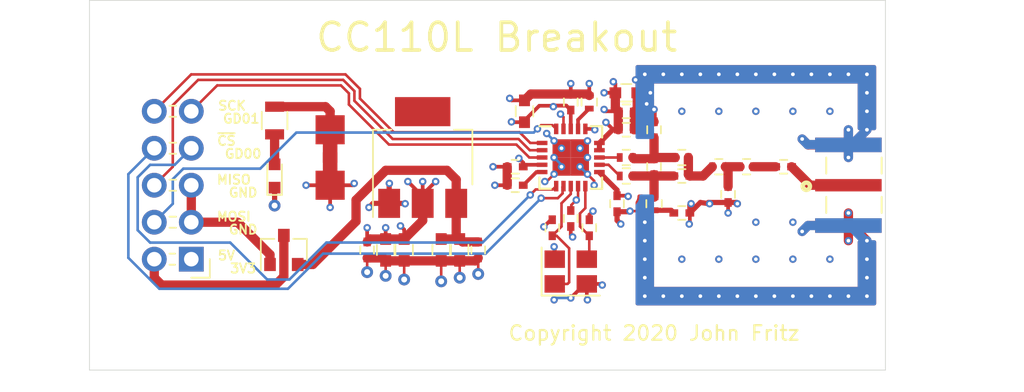
<source format=kicad_pcb>
(kicad_pcb (version 20171130) (host pcbnew "(5.1.6)-1")

  (general
    (thickness 1.6)
    (drawings 16)
    (tracks 502)
    (zones 0)
    (modules 43)
    (nets 26)
  )

  (page A4)
  (layers
    (0 F.Cu signal)
    (1 In1.Cu power)
    (2 In2.Cu power)
    (31 B.Cu signal)
    (32 B.Adhes user)
    (33 F.Adhes user)
    (34 B.Paste user)
    (35 F.Paste user)
    (36 B.SilkS user)
    (37 F.SilkS user)
    (38 B.Mask user)
    (39 F.Mask user)
    (40 Dwgs.User user)
    (41 Cmts.User user)
    (42 Eco1.User user)
    (43 Eco2.User user)
    (44 Edge.Cuts user)
    (45 Margin user)
    (46 B.CrtYd user)
    (47 F.CrtYd user)
    (48 B.Fab user)
    (49 F.Fab user)
  )

  (setup
    (last_trace_width 0.1778)
    (user_trace_width 0.1778)
    (user_trace_width 0.254)
    (user_trace_width 0.3556)
    (user_trace_width 0.635)
    (trace_clearance 0.2)
    (zone_clearance 0.508)
    (zone_45_only no)
    (trace_min 0.1016)
    (via_size 0.8)
    (via_drill 0.4)
    (via_min_size 0.4572)
    (via_min_drill 0.2032)
    (user_via 0.508 0.254)
    (user_via 0.8128 0.4064)
    (user_via 1.143 0.762)
    (uvia_size 0.3)
    (uvia_drill 0.1)
    (uvias_allowed no)
    (uvia_min_size 0.2)
    (uvia_min_drill 0.1)
    (edge_width 0.05)
    (segment_width 0.2)
    (pcb_text_width 0.3)
    (pcb_text_size 1.5 1.5)
    (mod_edge_width 0.12)
    (mod_text_size 1 1)
    (mod_text_width 0.15)
    (pad_size 1.524 1.524)
    (pad_drill 0.762)
    (pad_to_mask_clearance 0.05)
    (aux_axis_origin 0 0)
    (visible_elements 7FFFFFFF)
    (pcbplotparams
      (layerselection 0x010fc_ffffffff)
      (usegerberextensions false)
      (usegerberattributes true)
      (usegerberadvancedattributes true)
      (creategerberjobfile true)
      (excludeedgelayer true)
      (linewidth 0.100000)
      (plotframeref false)
      (viasonmask false)
      (mode 1)
      (useauxorigin false)
      (hpglpennumber 1)
      (hpglpenspeed 20)
      (hpglpendiameter 15.000000)
      (psnegative false)
      (psa4output false)
      (plotreference false)
      (plotvalue false)
      (plotinvisibletext false)
      (padsonsilk false)
      (subtractmaskfromsilk false)
      (outputformat 1)
      (mirror false)
      (drillshape 0)
      (scaleselection 1)
      (outputdirectory "mfg/"))
  )

  (net 0 "")
  (net 1 /DCOUPL)
  (net 2 GND)
  (net 3 /XTAL_Q1)
  (net 4 +3V3)
  (net 5 /XTAL_Q2)
  (net 6 /5V_PROT)
  (net 7 "Net-(C12-Pad2)")
  (net 8 "Net-(C12-Pad1)")
  (net 9 "Net-(C15-Pad1)")
  (net 10 "Net-(C18-Pad1)")
  (net 11 "Net-(C20-Pad1)")
  (net 12 "Net-(C21-Pad2)")
  (net 13 "Net-(C21-Pad1)")
  (net 14 "Net-(D2-Pad2)")
  (net 15 /SPI2_MOSI)
  (net 16 /SPI2_MISO)
  (net 17 /SPI2_~CS)
  (net 18 /SPI2_SCK)
  (net 19 /GDO1)
  (net 20 /GDO0)
  (net 21 /5V_EXT)
  (net 22 "Net-(JP1-Pad1)")
  (net 23 /RF_N)
  (net 24 /RF_P)
  (net 25 /RBIAS)

  (net_class Default "This is the default net class."
    (clearance 0.2)
    (trace_width 0.25)
    (via_dia 0.8)
    (via_drill 0.4)
    (uvia_dia 0.3)
    (uvia_drill 0.1)
    (add_net +3V3)
    (add_net /5V_EXT)
    (add_net /5V_PROT)
    (add_net /DCOUPL)
    (add_net /GDO0)
    (add_net /GDO1)
    (add_net /RBIAS)
    (add_net /RF_N)
    (add_net /RF_P)
    (add_net /SPI2_MISO)
    (add_net /SPI2_MOSI)
    (add_net /SPI2_SCK)
    (add_net /SPI2_~CS)
    (add_net /XTAL_Q1)
    (add_net /XTAL_Q2)
    (add_net GND)
    (add_net "Net-(C12-Pad1)")
    (add_net "Net-(C12-Pad2)")
    (add_net "Net-(C15-Pad1)")
    (add_net "Net-(C18-Pad1)")
    (add_net "Net-(C20-Pad1)")
    (add_net "Net-(C21-Pad1)")
    (add_net "Net-(C21-Pad2)")
    (add_net "Net-(D2-Pad2)")
    (add_net "Net-(JP1-Pad1)")
  )

  (net_class Minimum ""
    (clearance 0.1016)
    (trace_width 0.1016)
    (via_dia 0.8)
    (via_drill 0.4)
    (uvia_dia 0.3)
    (uvia_drill 0.1)
  )

  (net_class Power ""
    (clearance 0.1778)
    (trace_width 0.635)
    (via_dia 1.143)
    (via_drill 0.762)
    (uvia_dia 0.3)
    (uvia_drill 0.1)
  )

  (net_class Small ""
    (clearance 0.1778)
    (trace_width 0.1778)
    (via_dia 1.143)
    (via_drill 0.762)
    (uvia_dia 0.3)
    (uvia_drill 0.1)
  )

  (module Oddities:NetTie-I_Connected_SMD (layer F.Cu) (tedit 5F1D8888) (tstamp 5F1C9547)
    (at 111.76 88.9 270)
    (descr "Just a \"Net tie\" as an more or less elegant way to connect two different nets without disturbing ERC and DRC.")
    (tags "Just a \"Net tie\" as an more or less elegant way to connect two different nets without disturbing ERC and DRC.")
    (path /5F2D20AF)
    (fp_text reference JP1 (at -0.04064 4.06908 270) (layer F.SilkS) hide
      (effects (font (size 1 1) (thickness 0.15)))
    )
    (fp_text value PWR_LED (at 0 -3.048 270) (layer F.Fab)
      (effects (font (size 1 1) (thickness 0.15)))
    )
    (pad 2 smd rect (at 2.54 0 270) (size 1.99898 1.99898) (layers F.Cu F.Paste F.Mask)
      (net 4 +3V3))
    (pad 1 smd rect (at -1.27 0 270) (size 1.99898 1.99898) (layers F.Cu F.Paste F.Mask)
      (net 22 "Net-(JP1-Pad1)"))
    (pad 1 smd rect (at 0 0 270) (size 2 1) (layers F.Cu F.Paste F.Mask)
      (net 22 "Net-(JP1-Pad1)"))
    (pad 2 smd rect (at 1.27 0 270) (size 2 1) (layers F.Cu F.Paste F.Mask)
      (net 4 +3V3))
  )

  (module Pin_Headers:Pin_Header_Angled_2x05_Pitch2.54mm (layer F.Cu) (tedit 5F1CB61A) (tstamp 5F1C94D1)
    (at 102.235 96.52 180)
    (descr "Through hole angled pin header, 2x05, 2.54mm pitch, 6mm pin length, double rows")
    (tags "Through hole angled pin header THT 2x05 2.54mm double row")
    (path /5F21BA66)
    (fp_text reference J2 (at 1.5 -2.5 180) (layer F.SilkS) hide
      (effects (font (size 1 1) (thickness 0.15)))
    )
    (fp_text value CONN (at 5.655 12.43 180) (layer F.Fab)
      (effects (font (size 1 1) (thickness 0.15)))
    )
    (fp_line (start -0.32 -0.32) (end -0.32 0.32) (layer F.Fab) (width 0.1))
    (fp_line (start -0.32 2.22) (end -0.32 2.86) (layer F.Fab) (width 0.1))
    (fp_line (start -0.32 4.76) (end -0.32 5.4) (layer F.Fab) (width 0.1))
    (fp_line (start -0.32 7.3) (end -0.32 7.94) (layer F.Fab) (width 0.1))
    (fp_line (start -0.32 9.84) (end -0.32 10.48) (layer F.Fab) (width 0.1))
    (fp_line (start 1.11 -0.38) (end 1.497071 -0.38) (layer F.SilkS) (width 0.12))
    (fp_line (start 1.11 0.38) (end 1.497071 0.38) (layer F.SilkS) (width 0.12))
    (fp_line (start 1.042929 2.16) (end 1.497071 2.16) (layer F.SilkS) (width 0.12))
    (fp_line (start 1.042929 2.92) (end 1.497071 2.92) (layer F.SilkS) (width 0.12))
    (fp_line (start 1.042929 4.7) (end 1.497071 4.7) (layer F.SilkS) (width 0.12))
    (fp_line (start 1.042929 5.46) (end 1.497071 5.46) (layer F.SilkS) (width 0.12))
    (fp_line (start 1.042929 7.24) (end 1.497071 7.24) (layer F.SilkS) (width 0.12))
    (fp_line (start 1.042929 8) (end 1.497071 8) (layer F.SilkS) (width 0.12))
    (fp_line (start 1.042929 9.78) (end 1.497071 9.78) (layer F.SilkS) (width 0.12))
    (fp_line (start 1.042929 10.54) (end 1.497071 10.54) (layer F.SilkS) (width 0.12))
    (fp_line (start -1.27 0) (end -1.27 -1.27) (layer F.SilkS) (width 0.12))
    (fp_line (start -1.27 -1.27) (end 0 -1.27) (layer F.SilkS) (width 0.12))
    (fp_line (start -1.8 -1.8) (end -1.8 11.95) (layer F.CrtYd) (width 0.05))
    (fp_line (start -1.8 11.95) (end 13.1 11.95) (layer F.CrtYd) (width 0.05))
    (pad 10 thru_hole oval (at 2.54 10.16 180) (size 1.7 1.7) (drill 1) (layers *.Cu *.Mask)
      (net 18 /SPI2_SCK))
    (pad 9 thru_hole oval (at 0 10.16 180) (size 1.7 1.7) (drill 1) (layers *.Cu *.Mask)
      (net 19 /GDO1))
    (pad 8 thru_hole oval (at 2.54 7.62 180) (size 1.7 1.7) (drill 1) (layers *.Cu *.Mask)
      (net 17 /SPI2_~CS))
    (pad 7 thru_hole oval (at 0 7.62 180) (size 1.7 1.7) (drill 1) (layers *.Cu *.Mask)
      (net 20 /GDO0))
    (pad 6 thru_hole oval (at 2.54 5.08 180) (size 1.7 1.7) (drill 1) (layers *.Cu *.Mask)
      (net 16 /SPI2_MISO))
    (pad 5 thru_hole oval (at 0 5.08 180) (size 1.7 1.7) (drill 1) (layers *.Cu *.Mask)
      (net 2 GND))
    (pad 4 thru_hole oval (at 2.54 2.54 180) (size 1.7 1.7) (drill 1) (layers *.Cu *.Mask)
      (net 15 /SPI2_MOSI))
    (pad 3 thru_hole oval (at 0 2.54 180) (size 1.7 1.7) (drill 1) (layers *.Cu *.Mask)
      (net 2 GND))
    (pad 2 thru_hole oval (at 2.54 0 180) (size 1.7 1.7) (drill 1) (layers *.Cu *.Mask)
      (net 21 /5V_EXT))
    (pad 1 thru_hole rect (at 0 0 180) (size 1.7 1.7) (drill 1) (layers *.Cu *.Mask)
      (net 4 +3V3))
    (model ${KISYS3DMOD}/Pin_Headers.3dshapes/Pin_Header_Angled_2x05_Pitch2.54mm.wrl
      (at (xyz 0 0 0))
      (scale (xyz 1 1 1))
      (rotate (xyz 0 0 0))
    )
  )

  (module UserFootprints:TAOGLAS_EMPCB.SMAFSTJ.B.HT (layer F.Cu) (tedit 5F1C9C22) (tstamp 5F1C9538)
    (at 147.32 91.44 90)
    (path /5F76314B)
    (fp_text reference J5 (at -0.13514 -3.84871 90) (layer F.SilkS) hide
      (effects (font (size 1.000961 1.000961) (thickness 0.015)))
    )
    (fp_text value SMA (at -0.635 5.715 90) (layer F.Fab)
      (effects (font (size 1.000039 1.000039) (thickness 0.015)))
    )
    (fp_line (start 0.8 2.28) (end 1.9 2.28) (layer F.SilkS) (width 0.127))
    (fp_line (start -1.9 2.28) (end -0.8 2.28) (layer F.SilkS) (width 0.127))
    (fp_line (start 0.8 -1.52) (end 1.9 -1.52) (layer F.SilkS) (width 0.127))
    (fp_line (start -1.9 -1.52) (end -0.8 -1.52) (layer F.SilkS) (width 0.127))
    (fp_line (start -3.175 2.28) (end 5 2.28) (layer F.Fab) (width 0.127))
    (fp_circle (center -0.073 -2.888) (end 0.027 -2.888) (layer F.SilkS) (width 0.3))
    (fp_line (start 3.52 12.03) (end -3.52 12.03) (layer B.CrtYd) (width 0.05))
    (fp_line (start 3.52 -2.53) (end 3.52 12.03) (layer B.CrtYd) (width 0.05))
    (fp_line (start -3.52 12.03) (end -3.52 -2.53) (layer B.CrtYd) (width 0.05))
    (fp_line (start -3.52 -2.53) (end 3.52 -2.53) (layer B.CrtYd) (width 0.05))
    (fp_line (start -3.52 12.03) (end -3.52 -2.53) (layer F.CrtYd) (width 0.05))
    (fp_line (start 3.52 12.03) (end -3.52 12.03) (layer F.CrtYd) (width 0.05))
    (fp_line (start 3.52 -2.53) (end 3.52 12.03) (layer F.CrtYd) (width 0.05))
    (fp_line (start -3.52 -2.53) (end 3.52 -2.53) (layer F.CrtYd) (width 0.05))
    (fp_line (start -3.175 2.28) (end -3.175 -1.52) (layer F.Fab) (width 0.127))
    (fp_line (start -3.175 11.78) (end -3.175 2.28) (layer F.Fab) (width 0.127))
    (fp_line (start 3.175 11.78) (end -3.175 11.78) (layer F.Fab) (width 0.127))
    (fp_line (start 3.175 -1.52) (end 3.175 11.78) (layer F.Fab) (width 0.127))
    (fp_line (start -3.175 -1.52) (end 3.175 -1.52) (layer F.Fab) (width 0.127))
    (fp_text user PCB~EDGE (at 3.80679 2.10375 90) (layer F.Fab)
      (effects (font (size 0.320572 0.320572) (thickness 0.015)))
    )
    (pad 1 smd rect (at 0 0 90) (size 0.85 4.56) (layers F.Cu F.Paste F.Mask)
      (net 13 "Net-(C21-Pad1)"))
    (pad 2 smd rect (at -2.77 0 90) (size 1 4.56) (layers F.Cu F.Paste F.Mask)
      (net 2 GND))
    (pad 2 smd rect (at 2.77 0 90) (size 1 4.56) (layers F.Cu F.Paste F.Mask)
      (net 2 GND))
    (pad 2 smd rect (at -2.77 0 90) (size 1 4.56) (layers B.Cu B.Paste B.Mask)
      (net 2 GND))
    (pad 2 smd rect (at 2.77 0 90) (size 1 4.56) (layers B.Cu B.Paste B.Mask)
      (net 2 GND))
  )

  (module Capacitors_SMD:C_0402 (layer F.Cu) (tedit 58AA841A) (tstamp 5F1C92C7)
    (at 124.46 91.44 180)
    (descr "Capacitor SMD 0402, reflow soldering, AVX (see smccp.pdf)")
    (tags "capacitor 0402")
    (path /5EFD7455)
    (attr smd)
    (fp_text reference C1 (at 0 -1.27) (layer F.SilkS) hide
      (effects (font (size 1 1) (thickness 0.15)))
    )
    (fp_text value 0.1uF (at 0 1.27) (layer F.Fab)
      (effects (font (size 1 1) (thickness 0.15)))
    )
    (fp_line (start 1 0.4) (end -1 0.4) (layer F.CrtYd) (width 0.05))
    (fp_line (start 1 0.4) (end 1 -0.4) (layer F.CrtYd) (width 0.05))
    (fp_line (start -1 -0.4) (end -1 0.4) (layer F.CrtYd) (width 0.05))
    (fp_line (start -1 -0.4) (end 1 -0.4) (layer F.CrtYd) (width 0.05))
    (fp_line (start -0.25 0.47) (end 0.25 0.47) (layer F.SilkS) (width 0.12))
    (fp_line (start 0.25 -0.47) (end -0.25 -0.47) (layer F.SilkS) (width 0.12))
    (fp_line (start -0.5 -0.25) (end 0.5 -0.25) (layer F.Fab) (width 0.1))
    (fp_line (start 0.5 -0.25) (end 0.5 0.25) (layer F.Fab) (width 0.1))
    (fp_line (start 0.5 0.25) (end -0.5 0.25) (layer F.Fab) (width 0.1))
    (fp_line (start -0.5 0.25) (end -0.5 -0.25) (layer F.Fab) (width 0.1))
    (fp_text user %R (at 0 -1.27) (layer F.Fab)
      (effects (font (size 1 1) (thickness 0.15)))
    )
    (pad 1 smd rect (at -0.55 0 180) (size 0.6 0.5) (layers F.Cu F.Paste F.Mask)
      (net 1 /DCOUPL))
    (pad 2 smd rect (at 0.55 0 180) (size 0.6 0.5) (layers F.Cu F.Paste F.Mask)
      (net 2 GND))
    (model Capacitors_SMD.3dshapes/C_0402.wrl
      (at (xyz 0 0 0))
      (scale (xyz 1 1 1))
      (rotate (xyz 0 0 0))
    )
  )

  (module Capacitors_SMD:C_0402 (layer F.Cu) (tedit 58AA841A) (tstamp 5F1C92D8)
    (at 127 94.361 90)
    (descr "Capacitor SMD 0402, reflow soldering, AVX (see smccp.pdf)")
    (tags "capacitor 0402")
    (path /5EFB3810)
    (attr smd)
    (fp_text reference C2 (at 0 -1.27 90) (layer F.SilkS) hide
      (effects (font (size 1 1) (thickness 0.15)))
    )
    (fp_text value 20pF (at 0 1.27 90) (layer F.Fab)
      (effects (font (size 1 1) (thickness 0.15)))
    )
    (fp_line (start -0.5 0.25) (end -0.5 -0.25) (layer F.Fab) (width 0.1))
    (fp_line (start 0.5 0.25) (end -0.5 0.25) (layer F.Fab) (width 0.1))
    (fp_line (start 0.5 -0.25) (end 0.5 0.25) (layer F.Fab) (width 0.1))
    (fp_line (start -0.5 -0.25) (end 0.5 -0.25) (layer F.Fab) (width 0.1))
    (fp_line (start 0.25 -0.47) (end -0.25 -0.47) (layer F.SilkS) (width 0.12))
    (fp_line (start -0.25 0.47) (end 0.25 0.47) (layer F.SilkS) (width 0.12))
    (fp_line (start -1 -0.4) (end 1 -0.4) (layer F.CrtYd) (width 0.05))
    (fp_line (start -1 -0.4) (end -1 0.4) (layer F.CrtYd) (width 0.05))
    (fp_line (start 1 0.4) (end 1 -0.4) (layer F.CrtYd) (width 0.05))
    (fp_line (start 1 0.4) (end -1 0.4) (layer F.CrtYd) (width 0.05))
    (fp_text user %R (at 0 -1.27 90) (layer F.Fab)
      (effects (font (size 1 1) (thickness 0.15)))
    )
    (pad 2 smd rect (at 0.55 0 90) (size 0.6 0.5) (layers F.Cu F.Paste F.Mask)
      (net 2 GND))
    (pad 1 smd rect (at -0.55 0 90) (size 0.6 0.5) (layers F.Cu F.Paste F.Mask)
      (net 3 /XTAL_Q1))
    (model Capacitors_SMD.3dshapes/C_0402.wrl
      (at (xyz 0 0 0))
      (scale (xyz 1 1 1))
      (rotate (xyz 0 0 0))
    )
  )

  (module Capacitors_SMD:C_0603 (layer F.Cu) (tedit 59958EE7) (tstamp 5F1C92E9)
    (at 125.095 86.36 90)
    (descr "Capacitor SMD 0603, reflow soldering, AVX (see smccp.pdf)")
    (tags "capacitor 0603")
    (path /5F01A744)
    (attr smd)
    (fp_text reference C3 (at 0 -1.5 90) (layer F.SilkS) hide
      (effects (font (size 1 1) (thickness 0.15)))
    )
    (fp_text value 2.2uF (at 0 1.5 90) (layer F.Fab)
      (effects (font (size 1 1) (thickness 0.15)))
    )
    (fp_line (start -0.8 0.4) (end -0.8 -0.4) (layer F.Fab) (width 0.1))
    (fp_line (start 0.8 0.4) (end -0.8 0.4) (layer F.Fab) (width 0.1))
    (fp_line (start 0.8 -0.4) (end 0.8 0.4) (layer F.Fab) (width 0.1))
    (fp_line (start -0.8 -0.4) (end 0.8 -0.4) (layer F.Fab) (width 0.1))
    (fp_line (start -0.35 -0.6) (end 0.35 -0.6) (layer F.SilkS) (width 0.12))
    (fp_line (start 0.35 0.6) (end -0.35 0.6) (layer F.SilkS) (width 0.12))
    (fp_line (start -1.4 -0.65) (end 1.4 -0.65) (layer F.CrtYd) (width 0.05))
    (fp_line (start -1.4 -0.65) (end -1.4 0.65) (layer F.CrtYd) (width 0.05))
    (fp_line (start 1.4 0.65) (end 1.4 -0.65) (layer F.CrtYd) (width 0.05))
    (fp_line (start 1.4 0.65) (end -1.4 0.65) (layer F.CrtYd) (width 0.05))
    (fp_text user %R (at 0 0 180) (layer F.Fab)
      (effects (font (size 0.3 0.3) (thickness 0.075)))
    )
    (pad 2 smd rect (at 0.75 0 90) (size 0.8 0.75) (layers F.Cu F.Paste F.Mask)
      (net 2 GND))
    (pad 1 smd rect (at -0.75 0 90) (size 0.8 0.75) (layers F.Cu F.Paste F.Mask)
      (net 4 +3V3))
    (model Capacitors_SMD.3dshapes/C_0603.wrl
      (at (xyz 0 0 0))
      (scale (xyz 1 1 1))
      (rotate (xyz 0 0 0))
    )
  )

  (module Capacitors_SMD:C_0402 (layer F.Cu) (tedit 58AA841A) (tstamp 5F1CC7A5)
    (at 129.54 94.361 90)
    (descr "Capacitor SMD 0402, reflow soldering, AVX (see smccp.pdf)")
    (tags "capacitor 0402")
    (path /5EFB4388)
    (attr smd)
    (fp_text reference C4 (at 0 -1.27 90) (layer F.SilkS) hide
      (effects (font (size 1 1) (thickness 0.15)))
    )
    (fp_text value 20pF (at 0 1.27 90) (layer F.Fab)
      (effects (font (size 1 1) (thickness 0.15)))
    )
    (fp_line (start 1 0.4) (end -1 0.4) (layer F.CrtYd) (width 0.05))
    (fp_line (start 1 0.4) (end 1 -0.4) (layer F.CrtYd) (width 0.05))
    (fp_line (start -1 -0.4) (end -1 0.4) (layer F.CrtYd) (width 0.05))
    (fp_line (start -1 -0.4) (end 1 -0.4) (layer F.CrtYd) (width 0.05))
    (fp_line (start -0.25 0.47) (end 0.25 0.47) (layer F.SilkS) (width 0.12))
    (fp_line (start 0.25 -0.47) (end -0.25 -0.47) (layer F.SilkS) (width 0.12))
    (fp_line (start -0.5 -0.25) (end 0.5 -0.25) (layer F.Fab) (width 0.1))
    (fp_line (start 0.5 -0.25) (end 0.5 0.25) (layer F.Fab) (width 0.1))
    (fp_line (start 0.5 0.25) (end -0.5 0.25) (layer F.Fab) (width 0.1))
    (fp_line (start -0.5 0.25) (end -0.5 -0.25) (layer F.Fab) (width 0.1))
    (fp_text user %R (at 0 -1.27 90) (layer F.Fab)
      (effects (font (size 1 1) (thickness 0.15)))
    )
    (pad 1 smd rect (at -0.55 0 90) (size 0.6 0.5) (layers F.Cu F.Paste F.Mask)
      (net 5 /XTAL_Q2))
    (pad 2 smd rect (at 0.55 0 90) (size 0.6 0.5) (layers F.Cu F.Paste F.Mask)
      (net 2 GND))
    (model Capacitors_SMD.3dshapes/C_0402.wrl
      (at (xyz 0 0 0))
      (scale (xyz 1 1 1))
      (rotate (xyz 0 0 0))
    )
  )

  (module Capacitors_SMD:C_0402 (layer F.Cu) (tedit 58AA841A) (tstamp 5F1C930B)
    (at 124.46 90.17 180)
    (descr "Capacitor SMD 0402, reflow soldering, AVX (see smccp.pdf)")
    (tags "capacitor 0402")
    (path /5F013D15)
    (attr smd)
    (fp_text reference C5 (at 0 -1.27) (layer F.SilkS) hide
      (effects (font (size 1 1) (thickness 0.15)))
    )
    (fp_text value 0.1uF (at 0 1.27) (layer F.Fab)
      (effects (font (size 1 1) (thickness 0.15)))
    )
    (fp_line (start 1 0.4) (end -1 0.4) (layer F.CrtYd) (width 0.05))
    (fp_line (start 1 0.4) (end 1 -0.4) (layer F.CrtYd) (width 0.05))
    (fp_line (start -1 -0.4) (end -1 0.4) (layer F.CrtYd) (width 0.05))
    (fp_line (start -1 -0.4) (end 1 -0.4) (layer F.CrtYd) (width 0.05))
    (fp_line (start -0.25 0.47) (end 0.25 0.47) (layer F.SilkS) (width 0.12))
    (fp_line (start 0.25 -0.47) (end -0.25 -0.47) (layer F.SilkS) (width 0.12))
    (fp_line (start -0.5 -0.25) (end 0.5 -0.25) (layer F.Fab) (width 0.1))
    (fp_line (start 0.5 -0.25) (end 0.5 0.25) (layer F.Fab) (width 0.1))
    (fp_line (start 0.5 0.25) (end -0.5 0.25) (layer F.Fab) (width 0.1))
    (fp_line (start -0.5 0.25) (end -0.5 -0.25) (layer F.Fab) (width 0.1))
    (fp_text user %R (at 0 -1.27) (layer F.Fab)
      (effects (font (size 1 1) (thickness 0.15)))
    )
    (pad 1 smd rect (at -0.55 0 180) (size 0.6 0.5) (layers F.Cu F.Paste F.Mask)
      (net 4 +3V3))
    (pad 2 smd rect (at 0.55 0 180) (size 0.6 0.5) (layers F.Cu F.Paste F.Mask)
      (net 2 GND))
    (model Capacitors_SMD.3dshapes/C_0402.wrl
      (at (xyz 0 0 0))
      (scale (xyz 1 1 1))
      (rotate (xyz 0 0 0))
    )
  )

  (module Capacitors_SMD:C_0402 (layer F.Cu) (tedit 58AA841A) (tstamp 5F1C931C)
    (at 128.27 85.725 90)
    (descr "Capacitor SMD 0402, reflow soldering, AVX (see smccp.pdf)")
    (tags "capacitor 0402")
    (path /5F00A632)
    (attr smd)
    (fp_text reference C6 (at 0 -1.27 90) (layer F.SilkS) hide
      (effects (font (size 1 1) (thickness 0.15)))
    )
    (fp_text value 0.1uF (at 0 1.27 90) (layer F.Fab)
      (effects (font (size 1 1) (thickness 0.15)))
    )
    (fp_line (start -0.5 0.25) (end -0.5 -0.25) (layer F.Fab) (width 0.1))
    (fp_line (start 0.5 0.25) (end -0.5 0.25) (layer F.Fab) (width 0.1))
    (fp_line (start 0.5 -0.25) (end 0.5 0.25) (layer F.Fab) (width 0.1))
    (fp_line (start -0.5 -0.25) (end 0.5 -0.25) (layer F.Fab) (width 0.1))
    (fp_line (start 0.25 -0.47) (end -0.25 -0.47) (layer F.SilkS) (width 0.12))
    (fp_line (start -0.25 0.47) (end 0.25 0.47) (layer F.SilkS) (width 0.12))
    (fp_line (start -1 -0.4) (end 1 -0.4) (layer F.CrtYd) (width 0.05))
    (fp_line (start -1 -0.4) (end -1 0.4) (layer F.CrtYd) (width 0.05))
    (fp_line (start 1 0.4) (end 1 -0.4) (layer F.CrtYd) (width 0.05))
    (fp_line (start 1 0.4) (end -1 0.4) (layer F.CrtYd) (width 0.05))
    (fp_text user %R (at 0 -1.27 90) (layer F.Fab)
      (effects (font (size 1 1) (thickness 0.15)))
    )
    (pad 2 smd rect (at 0.55 0 90) (size 0.6 0.5) (layers F.Cu F.Paste F.Mask)
      (net 2 GND))
    (pad 1 smd rect (at -0.55 0 90) (size 0.6 0.5) (layers F.Cu F.Paste F.Mask)
      (net 4 +3V3))
    (model Capacitors_SMD.3dshapes/C_0402.wrl
      (at (xyz 0 0 0))
      (scale (xyz 1 1 1))
      (rotate (xyz 0 0 0))
    )
  )

  (module Capacitors_SMD:C_0603 (layer F.Cu) (tedit 59958EE7) (tstamp 5F1CA89D)
    (at 120.65 95.885 270)
    (descr "Capacitor SMD 0603, reflow soldering, AVX (see smccp.pdf)")
    (tags "capacitor 0603")
    (path /5F5A59AC)
    (attr smd)
    (fp_text reference C7 (at 0 -1.5 90) (layer F.SilkS) hide
      (effects (font (size 1 1) (thickness 0.15)))
    )
    (fp_text value 2.2uF (at 0 1.5 90) (layer F.Fab)
      (effects (font (size 1 1) (thickness 0.15)))
    )
    (fp_line (start 1.4 0.65) (end -1.4 0.65) (layer F.CrtYd) (width 0.05))
    (fp_line (start 1.4 0.65) (end 1.4 -0.65) (layer F.CrtYd) (width 0.05))
    (fp_line (start -1.4 -0.65) (end -1.4 0.65) (layer F.CrtYd) (width 0.05))
    (fp_line (start -1.4 -0.65) (end 1.4 -0.65) (layer F.CrtYd) (width 0.05))
    (fp_line (start 0.35 0.6) (end -0.35 0.6) (layer F.SilkS) (width 0.12))
    (fp_line (start -0.35 -0.6) (end 0.35 -0.6) (layer F.SilkS) (width 0.12))
    (fp_line (start -0.8 -0.4) (end 0.8 -0.4) (layer F.Fab) (width 0.1))
    (fp_line (start 0.8 -0.4) (end 0.8 0.4) (layer F.Fab) (width 0.1))
    (fp_line (start 0.8 0.4) (end -0.8 0.4) (layer F.Fab) (width 0.1))
    (fp_line (start -0.8 0.4) (end -0.8 -0.4) (layer F.Fab) (width 0.1))
    (fp_text user %R (at 0 0 90) (layer F.Fab)
      (effects (font (size 0.3 0.3) (thickness 0.075)))
    )
    (pad 1 smd rect (at -0.75 0 270) (size 0.8 0.75) (layers F.Cu F.Paste F.Mask)
      (net 6 /5V_PROT))
    (pad 2 smd rect (at 0.75 0 270) (size 0.8 0.75) (layers F.Cu F.Paste F.Mask)
      (net 2 GND))
    (model Capacitors_SMD.3dshapes/C_0603.wrl
      (at (xyz 0 0 0))
      (scale (xyz 1 1 1))
      (rotate (xyz 0 0 0))
    )
  )

  (module Capacitors_SMD:C_0402 (layer F.Cu) (tedit 58AA841A) (tstamp 5F1C933E)
    (at 128.27 93.726 270)
    (descr "Capacitor SMD 0402, reflow soldering, AVX (see smccp.pdf)")
    (tags "capacitor 0402")
    (path /5EFE569C)
    (attr smd)
    (fp_text reference C8 (at 0 -1.27 90) (layer F.SilkS) hide
      (effects (font (size 1 1) (thickness 0.15)))
    )
    (fp_text value 0.1uF (at 0 1.27 90) (layer F.Fab)
      (effects (font (size 1 1) (thickness 0.15)))
    )
    (fp_line (start 1 0.4) (end -1 0.4) (layer F.CrtYd) (width 0.05))
    (fp_line (start 1 0.4) (end 1 -0.4) (layer F.CrtYd) (width 0.05))
    (fp_line (start -1 -0.4) (end -1 0.4) (layer F.CrtYd) (width 0.05))
    (fp_line (start -1 -0.4) (end 1 -0.4) (layer F.CrtYd) (width 0.05))
    (fp_line (start -0.25 0.47) (end 0.25 0.47) (layer F.SilkS) (width 0.12))
    (fp_line (start 0.25 -0.47) (end -0.25 -0.47) (layer F.SilkS) (width 0.12))
    (fp_line (start -0.5 -0.25) (end 0.5 -0.25) (layer F.Fab) (width 0.1))
    (fp_line (start 0.5 -0.25) (end 0.5 0.25) (layer F.Fab) (width 0.1))
    (fp_line (start 0.5 0.25) (end -0.5 0.25) (layer F.Fab) (width 0.1))
    (fp_line (start -0.5 0.25) (end -0.5 -0.25) (layer F.Fab) (width 0.1))
    (fp_text user %R (at 0 -1.27 90) (layer F.Fab)
      (effects (font (size 1 1) (thickness 0.15)))
    )
    (pad 1 smd rect (at -0.55 0 270) (size 0.6 0.5) (layers F.Cu F.Paste F.Mask)
      (net 4 +3V3))
    (pad 2 smd rect (at 0.55 0 270) (size 0.6 0.5) (layers F.Cu F.Paste F.Mask)
      (net 2 GND))
    (model Capacitors_SMD.3dshapes/C_0402.wrl
      (at (xyz 0 0 0))
      (scale (xyz 1 1 1))
      (rotate (xyz 0 0 0))
    )
  )

  (module Capacitors_SMD:C_0603 (layer F.Cu) (tedit 59958EE7) (tstamp 5F1CA86D)
    (at 119.38 95.885 270)
    (descr "Capacitor SMD 0603, reflow soldering, AVX (see smccp.pdf)")
    (tags "capacitor 0603")
    (path /5F5A4941)
    (attr smd)
    (fp_text reference C9 (at 0 -1.5 90) (layer F.SilkS) hide
      (effects (font (size 1 1) (thickness 0.15)))
    )
    (fp_text value 2.2uF (at 0 1.5 90) (layer F.Fab)
      (effects (font (size 1 1) (thickness 0.15)))
    )
    (fp_line (start 1.4 0.65) (end -1.4 0.65) (layer F.CrtYd) (width 0.05))
    (fp_line (start 1.4 0.65) (end 1.4 -0.65) (layer F.CrtYd) (width 0.05))
    (fp_line (start -1.4 -0.65) (end -1.4 0.65) (layer F.CrtYd) (width 0.05))
    (fp_line (start -1.4 -0.65) (end 1.4 -0.65) (layer F.CrtYd) (width 0.05))
    (fp_line (start 0.35 0.6) (end -0.35 0.6) (layer F.SilkS) (width 0.12))
    (fp_line (start -0.35 -0.6) (end 0.35 -0.6) (layer F.SilkS) (width 0.12))
    (fp_line (start -0.8 -0.4) (end 0.8 -0.4) (layer F.Fab) (width 0.1))
    (fp_line (start 0.8 -0.4) (end 0.8 0.4) (layer F.Fab) (width 0.1))
    (fp_line (start 0.8 0.4) (end -0.8 0.4) (layer F.Fab) (width 0.1))
    (fp_line (start -0.8 0.4) (end -0.8 -0.4) (layer F.Fab) (width 0.1))
    (fp_text user %R (at 0 0 90) (layer F.Fab)
      (effects (font (size 0.3 0.3) (thickness 0.075)))
    )
    (pad 1 smd rect (at -0.75 0 270) (size 0.8 0.75) (layers F.Cu F.Paste F.Mask)
      (net 6 /5V_PROT))
    (pad 2 smd rect (at 0.75 0 270) (size 0.8 0.75) (layers F.Cu F.Paste F.Mask)
      (net 2 GND))
    (model Capacitors_SMD.3dshapes/C_0603.wrl
      (at (xyz 0 0 0))
      (scale (xyz 1 1 1))
      (rotate (xyz 0 0 0))
    )
  )

  (module Capacitors_SMD:C_0402 (layer F.Cu) (tedit 58AA841A) (tstamp 5F1C9360)
    (at 131.445 92.71 270)
    (descr "Capacitor SMD 0402, reflow soldering, AVX (see smccp.pdf)")
    (tags "capacitor 0402")
    (path /5EFE6F7D)
    (attr smd)
    (fp_text reference C10 (at 0 -1.27 90) (layer F.SilkS) hide
      (effects (font (size 1 1) (thickness 0.15)))
    )
    (fp_text value 0.1uF (at 0 1.27 90) (layer F.Fab)
      (effects (font (size 1 1) (thickness 0.15)))
    )
    (fp_line (start 1 0.4) (end -1 0.4) (layer F.CrtYd) (width 0.05))
    (fp_line (start 1 0.4) (end 1 -0.4) (layer F.CrtYd) (width 0.05))
    (fp_line (start -1 -0.4) (end -1 0.4) (layer F.CrtYd) (width 0.05))
    (fp_line (start -1 -0.4) (end 1 -0.4) (layer F.CrtYd) (width 0.05))
    (fp_line (start -0.25 0.47) (end 0.25 0.47) (layer F.SilkS) (width 0.12))
    (fp_line (start 0.25 -0.47) (end -0.25 -0.47) (layer F.SilkS) (width 0.12))
    (fp_line (start -0.5 -0.25) (end 0.5 -0.25) (layer F.Fab) (width 0.1))
    (fp_line (start 0.5 -0.25) (end 0.5 0.25) (layer F.Fab) (width 0.1))
    (fp_line (start 0.5 0.25) (end -0.5 0.25) (layer F.Fab) (width 0.1))
    (fp_line (start -0.5 0.25) (end -0.5 -0.25) (layer F.Fab) (width 0.1))
    (fp_text user %R (at 0 -1.27 90) (layer F.Fab)
      (effects (font (size 1 1) (thickness 0.15)))
    )
    (pad 1 smd rect (at -0.55 0 270) (size 0.6 0.5) (layers F.Cu F.Paste F.Mask)
      (net 4 +3V3))
    (pad 2 smd rect (at 0.55 0 270) (size 0.6 0.5) (layers F.Cu F.Paste F.Mask)
      (net 2 GND))
    (model Capacitors_SMD.3dshapes/C_0402.wrl
      (at (xyz 0 0 0))
      (scale (xyz 1 1 1))
      (rotate (xyz 0 0 0))
    )
  )

  (module Capacitors_SMD:C_0402 (layer F.Cu) (tedit 58AA841A) (tstamp 5F1C9371)
    (at 132.08 87.63)
    (descr "Capacitor SMD 0402, reflow soldering, AVX (see smccp.pdf)")
    (tags "capacitor 0402")
    (path /5EFE764A)
    (attr smd)
    (fp_text reference C11 (at 0 -1.27) (layer F.SilkS) hide
      (effects (font (size 1 1) (thickness 0.15)))
    )
    (fp_text value 0.1uF (at 0 1.27) (layer F.Fab)
      (effects (font (size 1 1) (thickness 0.15)))
    )
    (fp_line (start -0.5 0.25) (end -0.5 -0.25) (layer F.Fab) (width 0.1))
    (fp_line (start 0.5 0.25) (end -0.5 0.25) (layer F.Fab) (width 0.1))
    (fp_line (start 0.5 -0.25) (end 0.5 0.25) (layer F.Fab) (width 0.1))
    (fp_line (start -0.5 -0.25) (end 0.5 -0.25) (layer F.Fab) (width 0.1))
    (fp_line (start 0.25 -0.47) (end -0.25 -0.47) (layer F.SilkS) (width 0.12))
    (fp_line (start -0.25 0.47) (end 0.25 0.47) (layer F.SilkS) (width 0.12))
    (fp_line (start -1 -0.4) (end 1 -0.4) (layer F.CrtYd) (width 0.05))
    (fp_line (start -1 -0.4) (end -1 0.4) (layer F.CrtYd) (width 0.05))
    (fp_line (start 1 0.4) (end 1 -0.4) (layer F.CrtYd) (width 0.05))
    (fp_line (start 1 0.4) (end -1 0.4) (layer F.CrtYd) (width 0.05))
    (fp_text user %R (at 0 -1.27) (layer F.Fab)
      (effects (font (size 1 1) (thickness 0.15)))
    )
    (pad 2 smd rect (at 0.55 0) (size 0.6 0.5) (layers F.Cu F.Paste F.Mask)
      (net 2 GND))
    (pad 1 smd rect (at -0.55 0) (size 0.6 0.5) (layers F.Cu F.Paste F.Mask)
      (net 4 +3V3))
    (model Capacitors_SMD.3dshapes/C_0402.wrl
      (at (xyz 0 0 0))
      (scale (xyz 1 1 1))
      (rotate (xyz 0 0 0))
    )
  )

  (module Capacitors_SMD:C_0402 (layer F.Cu) (tedit 58AA841A) (tstamp 5F1C9382)
    (at 133.985 90.17 270)
    (descr "Capacitor SMD 0402, reflow soldering, AVX (see smccp.pdf)")
    (tags "capacitor 0402")
    (path /5EFBE5A2)
    (attr smd)
    (fp_text reference C12 (at 0 -1.27 90) (layer F.SilkS) hide
      (effects (font (size 1 1) (thickness 0.15)))
    )
    (fp_text value 1pF (at 0 1.27 90) (layer F.Fab)
      (effects (font (size 1 1) (thickness 0.15)))
    )
    (fp_line (start -0.5 0.25) (end -0.5 -0.25) (layer F.Fab) (width 0.1))
    (fp_line (start 0.5 0.25) (end -0.5 0.25) (layer F.Fab) (width 0.1))
    (fp_line (start 0.5 -0.25) (end 0.5 0.25) (layer F.Fab) (width 0.1))
    (fp_line (start -0.5 -0.25) (end 0.5 -0.25) (layer F.Fab) (width 0.1))
    (fp_line (start 0.25 -0.47) (end -0.25 -0.47) (layer F.SilkS) (width 0.12))
    (fp_line (start -0.25 0.47) (end 0.25 0.47) (layer F.SilkS) (width 0.12))
    (fp_line (start -1 -0.4) (end 1 -0.4) (layer F.CrtYd) (width 0.05))
    (fp_line (start -1 -0.4) (end -1 0.4) (layer F.CrtYd) (width 0.05))
    (fp_line (start 1 0.4) (end 1 -0.4) (layer F.CrtYd) (width 0.05))
    (fp_line (start 1 0.4) (end -1 0.4) (layer F.CrtYd) (width 0.05))
    (fp_text user %R (at 0 -1.27 90) (layer F.Fab)
      (effects (font (size 1 1) (thickness 0.15)))
    )
    (pad 2 smd rect (at 0.55 0 270) (size 0.6 0.5) (layers F.Cu F.Paste F.Mask)
      (net 7 "Net-(C12-Pad2)"))
    (pad 1 smd rect (at -0.55 0 270) (size 0.6 0.5) (layers F.Cu F.Paste F.Mask)
      (net 8 "Net-(C12-Pad1)"))
    (model Capacitors_SMD.3dshapes/C_0402.wrl
      (at (xyz 0 0 0))
      (scale (xyz 1 1 1))
      (rotate (xyz 0 0 0))
    )
  )

  (module Capacitors_SMD:C_0402 (layer F.Cu) (tedit 58AA841A) (tstamp 5F1C9393)
    (at 132.08 86.36)
    (descr "Capacitor SMD 0402, reflow soldering, AVX (see smccp.pdf)")
    (tags "capacitor 0402")
    (path /5EFE7ACC)
    (attr smd)
    (fp_text reference C13 (at 0 -1.27) (layer F.SilkS) hide
      (effects (font (size 1 1) (thickness 0.15)))
    )
    (fp_text value 0.1uF (at 0 1.27) (layer F.Fab)
      (effects (font (size 1 1) (thickness 0.15)))
    )
    (fp_line (start 1 0.4) (end -1 0.4) (layer F.CrtYd) (width 0.05))
    (fp_line (start 1 0.4) (end 1 -0.4) (layer F.CrtYd) (width 0.05))
    (fp_line (start -1 -0.4) (end -1 0.4) (layer F.CrtYd) (width 0.05))
    (fp_line (start -1 -0.4) (end 1 -0.4) (layer F.CrtYd) (width 0.05))
    (fp_line (start -0.25 0.47) (end 0.25 0.47) (layer F.SilkS) (width 0.12))
    (fp_line (start 0.25 -0.47) (end -0.25 -0.47) (layer F.SilkS) (width 0.12))
    (fp_line (start -0.5 -0.25) (end 0.5 -0.25) (layer F.Fab) (width 0.1))
    (fp_line (start 0.5 -0.25) (end 0.5 0.25) (layer F.Fab) (width 0.1))
    (fp_line (start 0.5 0.25) (end -0.5 0.25) (layer F.Fab) (width 0.1))
    (fp_line (start -0.5 0.25) (end -0.5 -0.25) (layer F.Fab) (width 0.1))
    (fp_text user %R (at 0 -1.27) (layer F.Fab)
      (effects (font (size 1 1) (thickness 0.15)))
    )
    (pad 1 smd rect (at -0.55 0) (size 0.6 0.5) (layers F.Cu F.Paste F.Mask)
      (net 4 +3V3))
    (pad 2 smd rect (at 0.55 0) (size 0.6 0.5) (layers F.Cu F.Paste F.Mask)
      (net 2 GND))
    (model Capacitors_SMD.3dshapes/C_0402.wrl
      (at (xyz 0 0 0))
      (scale (xyz 1 1 1))
      (rotate (xyz 0 0 0))
    )
  )

  (module Capacitors_SMD:C_0402 (layer F.Cu) (tedit 58AA841A) (tstamp 5F1C93A4)
    (at 133.985 87.63 270)
    (descr "Capacitor SMD 0402, reflow soldering, AVX (see smccp.pdf)")
    (tags "capacitor 0402")
    (path /5EFC2D4C)
    (attr smd)
    (fp_text reference C14 (at 0 -1.27 90) (layer F.SilkS) hide
      (effects (font (size 1 1) (thickness 0.15)))
    )
    (fp_text value 1.5pF (at 0 1.27 90) (layer F.Fab)
      (effects (font (size 1 1) (thickness 0.15)))
    )
    (fp_line (start -0.5 0.25) (end -0.5 -0.25) (layer F.Fab) (width 0.1))
    (fp_line (start 0.5 0.25) (end -0.5 0.25) (layer F.Fab) (width 0.1))
    (fp_line (start 0.5 -0.25) (end 0.5 0.25) (layer F.Fab) (width 0.1))
    (fp_line (start -0.5 -0.25) (end 0.5 -0.25) (layer F.Fab) (width 0.1))
    (fp_line (start 0.25 -0.47) (end -0.25 -0.47) (layer F.SilkS) (width 0.12))
    (fp_line (start -0.25 0.47) (end 0.25 0.47) (layer F.SilkS) (width 0.12))
    (fp_line (start -1 -0.4) (end 1 -0.4) (layer F.CrtYd) (width 0.05))
    (fp_line (start -1 -0.4) (end -1 0.4) (layer F.CrtYd) (width 0.05))
    (fp_line (start 1 0.4) (end 1 -0.4) (layer F.CrtYd) (width 0.05))
    (fp_line (start 1 0.4) (end -1 0.4) (layer F.CrtYd) (width 0.05))
    (fp_text user %R (at 0 -1.27 90) (layer F.Fab)
      (effects (font (size 1 1) (thickness 0.15)))
    )
    (pad 2 smd rect (at 0.55 0 270) (size 0.6 0.5) (layers F.Cu F.Paste F.Mask)
      (net 8 "Net-(C12-Pad1)"))
    (pad 1 smd rect (at -0.55 0 270) (size 0.6 0.5) (layers F.Cu F.Paste F.Mask)
      (net 2 GND))
    (model Capacitors_SMD.3dshapes/C_0402.wrl
      (at (xyz 0 0 0))
      (scale (xyz 1 1 1))
      (rotate (xyz 0 0 0))
    )
  )

  (module Capacitors_SMD:C_0402 (layer F.Cu) (tedit 58AA841A) (tstamp 5F1C93B5)
    (at 135.89 93.345)
    (descr "Capacitor SMD 0402, reflow soldering, AVX (see smccp.pdf)")
    (tags "capacitor 0402")
    (path /5EFC4150)
    (attr smd)
    (fp_text reference C15 (at 0 -1.27) (layer F.SilkS) hide
      (effects (font (size 1 1) (thickness 0.15)))
    )
    (fp_text value 100pF (at 0 1.27) (layer F.Fab)
      (effects (font (size 1 1) (thickness 0.15)))
    )
    (fp_line (start 1 0.4) (end -1 0.4) (layer F.CrtYd) (width 0.05))
    (fp_line (start 1 0.4) (end 1 -0.4) (layer F.CrtYd) (width 0.05))
    (fp_line (start -1 -0.4) (end -1 0.4) (layer F.CrtYd) (width 0.05))
    (fp_line (start -1 -0.4) (end 1 -0.4) (layer F.CrtYd) (width 0.05))
    (fp_line (start -0.25 0.47) (end 0.25 0.47) (layer F.SilkS) (width 0.12))
    (fp_line (start 0.25 -0.47) (end -0.25 -0.47) (layer F.SilkS) (width 0.12))
    (fp_line (start -0.5 -0.25) (end 0.5 -0.25) (layer F.Fab) (width 0.1))
    (fp_line (start 0.5 -0.25) (end 0.5 0.25) (layer F.Fab) (width 0.1))
    (fp_line (start 0.5 0.25) (end -0.5 0.25) (layer F.Fab) (width 0.1))
    (fp_line (start -0.5 0.25) (end -0.5 -0.25) (layer F.Fab) (width 0.1))
    (fp_text user %R (at 0 -1.27) (layer F.Fab)
      (effects (font (size 1 1) (thickness 0.15)))
    )
    (pad 1 smd rect (at -0.55 0) (size 0.6 0.5) (layers F.Cu F.Paste F.Mask)
      (net 9 "Net-(C15-Pad1)"))
    (pad 2 smd rect (at 0.55 0) (size 0.6 0.5) (layers F.Cu F.Paste F.Mask)
      (net 2 GND))
    (model Capacitors_SMD.3dshapes/C_0402.wrl
      (at (xyz 0 0 0))
      (scale (xyz 1 1 1))
      (rotate (xyz 0 0 0))
    )
  )

  (module Capacitors_SMD:C_0603 (layer F.Cu) (tedit 59958EE7) (tstamp 5F1C93C6)
    (at 116.84 95.885 270)
    (descr "Capacitor SMD 0603, reflow soldering, AVX (see smccp.pdf)")
    (tags "capacitor 0603")
    (path /5F5F1CEF)
    (attr smd)
    (fp_text reference C16 (at 0 -1.5 90) (layer F.SilkS) hide
      (effects (font (size 1 1) (thickness 0.15)))
    )
    (fp_text value 2.2uF (at 0 1.5 90) (layer F.Fab)
      (effects (font (size 1 1) (thickness 0.15)))
    )
    (fp_line (start -0.8 0.4) (end -0.8 -0.4) (layer F.Fab) (width 0.1))
    (fp_line (start 0.8 0.4) (end -0.8 0.4) (layer F.Fab) (width 0.1))
    (fp_line (start 0.8 -0.4) (end 0.8 0.4) (layer F.Fab) (width 0.1))
    (fp_line (start -0.8 -0.4) (end 0.8 -0.4) (layer F.Fab) (width 0.1))
    (fp_line (start -0.35 -0.6) (end 0.35 -0.6) (layer F.SilkS) (width 0.12))
    (fp_line (start 0.35 0.6) (end -0.35 0.6) (layer F.SilkS) (width 0.12))
    (fp_line (start -1.4 -0.65) (end 1.4 -0.65) (layer F.CrtYd) (width 0.05))
    (fp_line (start -1.4 -0.65) (end -1.4 0.65) (layer F.CrtYd) (width 0.05))
    (fp_line (start 1.4 0.65) (end 1.4 -0.65) (layer F.CrtYd) (width 0.05))
    (fp_line (start 1.4 0.65) (end -1.4 0.65) (layer F.CrtYd) (width 0.05))
    (fp_text user %R (at 0 0 90) (layer F.Fab)
      (effects (font (size 0.3 0.3) (thickness 0.075)))
    )
    (pad 2 smd rect (at 0.75 0 270) (size 0.8 0.75) (layers F.Cu F.Paste F.Mask)
      (net 2 GND))
    (pad 1 smd rect (at -0.75 0 270) (size 0.8 0.75) (layers F.Cu F.Paste F.Mask)
      (net 4 +3V3))
    (model Capacitors_SMD.3dshapes/C_0603.wrl
      (at (xyz 0 0 0))
      (scale (xyz 1 1 1))
      (rotate (xyz 0 0 0))
    )
  )

  (module Capacitors_SMD:C_0603 (layer F.Cu) (tedit 59958EE7) (tstamp 5F1CB546)
    (at 132.08 85.09)
    (descr "Capacitor SMD 0603, reflow soldering, AVX (see smccp.pdf)")
    (tags "capacitor 0603")
    (path /5EFE7DFB)
    (attr smd)
    (fp_text reference C17 (at 0 -1.5) (layer F.SilkS) hide
      (effects (font (size 1 1) (thickness 0.15)))
    )
    (fp_text value 2.2uF (at 0 1.5) (layer F.Fab)
      (effects (font (size 1 1) (thickness 0.15)))
    )
    (fp_line (start 1.4 0.65) (end -1.4 0.65) (layer F.CrtYd) (width 0.05))
    (fp_line (start 1.4 0.65) (end 1.4 -0.65) (layer F.CrtYd) (width 0.05))
    (fp_line (start -1.4 -0.65) (end -1.4 0.65) (layer F.CrtYd) (width 0.05))
    (fp_line (start -1.4 -0.65) (end 1.4 -0.65) (layer F.CrtYd) (width 0.05))
    (fp_line (start 0.35 0.6) (end -0.35 0.6) (layer F.SilkS) (width 0.12))
    (fp_line (start -0.35 -0.6) (end 0.35 -0.6) (layer F.SilkS) (width 0.12))
    (fp_line (start -0.8 -0.4) (end 0.8 -0.4) (layer F.Fab) (width 0.1))
    (fp_line (start 0.8 -0.4) (end 0.8 0.4) (layer F.Fab) (width 0.1))
    (fp_line (start 0.8 0.4) (end -0.8 0.4) (layer F.Fab) (width 0.1))
    (fp_line (start -0.8 0.4) (end -0.8 -0.4) (layer F.Fab) (width 0.1))
    (fp_text user %R (at 0 0) (layer F.Fab)
      (effects (font (size 0.3 0.3) (thickness 0.075)))
    )
    (pad 1 smd rect (at -0.75 0) (size 0.8 0.75) (layers F.Cu F.Paste F.Mask)
      (net 4 +3V3))
    (pad 2 smd rect (at 0.75 0) (size 0.8 0.75) (layers F.Cu F.Paste F.Mask)
      (net 2 GND))
    (model Capacitors_SMD.3dshapes/C_0603.wrl
      (at (xyz 0 0 0))
      (scale (xyz 1 1 1))
      (rotate (xyz 0 0 0))
    )
  )

  (module Capacitors_SMD:C_0402 (layer F.Cu) (tedit 58AA841A) (tstamp 5F1C93E8)
    (at 135.89 90.805 180)
    (descr "Capacitor SMD 0402, reflow soldering, AVX (see smccp.pdf)")
    (tags "capacitor 0402")
    (path /5EFC2482)
    (attr smd)
    (fp_text reference C18 (at 0 -1.27) (layer F.SilkS) hide
      (effects (font (size 1 1) (thickness 0.15)))
    )
    (fp_text value 1.5pF (at 0 1.27) (layer F.Fab)
      (effects (font (size 1 1) (thickness 0.15)))
    )
    (fp_line (start 1 0.4) (end -1 0.4) (layer F.CrtYd) (width 0.05))
    (fp_line (start 1 0.4) (end 1 -0.4) (layer F.CrtYd) (width 0.05))
    (fp_line (start -1 -0.4) (end -1 0.4) (layer F.CrtYd) (width 0.05))
    (fp_line (start -1 -0.4) (end 1 -0.4) (layer F.CrtYd) (width 0.05))
    (fp_line (start -0.25 0.47) (end 0.25 0.47) (layer F.SilkS) (width 0.12))
    (fp_line (start 0.25 -0.47) (end -0.25 -0.47) (layer F.SilkS) (width 0.12))
    (fp_line (start -0.5 -0.25) (end 0.5 -0.25) (layer F.Fab) (width 0.1))
    (fp_line (start 0.5 -0.25) (end 0.5 0.25) (layer F.Fab) (width 0.1))
    (fp_line (start 0.5 0.25) (end -0.5 0.25) (layer F.Fab) (width 0.1))
    (fp_line (start -0.5 0.25) (end -0.5 -0.25) (layer F.Fab) (width 0.1))
    (fp_text user %R (at 0 -1.27) (layer F.Fab)
      (effects (font (size 1 1) (thickness 0.15)))
    )
    (pad 1 smd rect (at -0.55 0 180) (size 0.6 0.5) (layers F.Cu F.Paste F.Mask)
      (net 10 "Net-(C18-Pad1)"))
    (pad 2 smd rect (at 0.55 0 180) (size 0.6 0.5) (layers F.Cu F.Paste F.Mask)
      (net 7 "Net-(C12-Pad2)"))
    (model Capacitors_SMD.3dshapes/C_0402.wrl
      (at (xyz 0 0 0))
      (scale (xyz 1 1 1))
      (rotate (xyz 0 0 0))
    )
  )

  (module Capacitors_SMD:C_0603 (layer F.Cu) (tedit 59958EE7) (tstamp 5F1C93F9)
    (at 115.57 95.885 270)
    (descr "Capacitor SMD 0603, reflow soldering, AVX (see smccp.pdf)")
    (tags "capacitor 0603")
    (path /5F62E4BD)
    (attr smd)
    (fp_text reference C19 (at 0 -1.5 90) (layer F.SilkS) hide
      (effects (font (size 1 1) (thickness 0.15)))
    )
    (fp_text value 2.2uF (at 0 1.5 90) (layer F.Fab)
      (effects (font (size 1 1) (thickness 0.15)))
    )
    (fp_line (start -0.8 0.4) (end -0.8 -0.4) (layer F.Fab) (width 0.1))
    (fp_line (start 0.8 0.4) (end -0.8 0.4) (layer F.Fab) (width 0.1))
    (fp_line (start 0.8 -0.4) (end 0.8 0.4) (layer F.Fab) (width 0.1))
    (fp_line (start -0.8 -0.4) (end 0.8 -0.4) (layer F.Fab) (width 0.1))
    (fp_line (start -0.35 -0.6) (end 0.35 -0.6) (layer F.SilkS) (width 0.12))
    (fp_line (start 0.35 0.6) (end -0.35 0.6) (layer F.SilkS) (width 0.12))
    (fp_line (start -1.4 -0.65) (end 1.4 -0.65) (layer F.CrtYd) (width 0.05))
    (fp_line (start -1.4 -0.65) (end -1.4 0.65) (layer F.CrtYd) (width 0.05))
    (fp_line (start 1.4 0.65) (end 1.4 -0.65) (layer F.CrtYd) (width 0.05))
    (fp_line (start 1.4 0.65) (end -1.4 0.65) (layer F.CrtYd) (width 0.05))
    (fp_text user %R (at 0 0 90) (layer F.Fab)
      (effects (font (size 0.3 0.3) (thickness 0.075)))
    )
    (pad 2 smd rect (at 0.75 0 270) (size 0.8 0.75) (layers F.Cu F.Paste F.Mask)
      (net 2 GND))
    (pad 1 smd rect (at -0.75 0 270) (size 0.8 0.75) (layers F.Cu F.Paste F.Mask)
      (net 4 +3V3))
    (model Capacitors_SMD.3dshapes/C_0603.wrl
      (at (xyz 0 0 0))
      (scale (xyz 1 1 1))
      (rotate (xyz 0 0 0))
    )
  )

  (module Capacitors_SMD:C_0402 (layer F.Cu) (tedit 58AA841A) (tstamp 5F1C940A)
    (at 139.065 92.075 270)
    (descr "Capacitor SMD 0402, reflow soldering, AVX (see smccp.pdf)")
    (tags "capacitor 0402")
    (path /5EFC5FBC)
    (attr smd)
    (fp_text reference C20 (at 0 -1.27 90) (layer F.SilkS) hide
      (effects (font (size 1 1) (thickness 0.15)))
    )
    (fp_text value 3.3pF (at 0 1.27 90) (layer F.Fab)
      (effects (font (size 1 1) (thickness 0.15)))
    )
    (fp_line (start -0.5 0.25) (end -0.5 -0.25) (layer F.Fab) (width 0.1))
    (fp_line (start 0.5 0.25) (end -0.5 0.25) (layer F.Fab) (width 0.1))
    (fp_line (start 0.5 -0.25) (end 0.5 0.25) (layer F.Fab) (width 0.1))
    (fp_line (start -0.5 -0.25) (end 0.5 -0.25) (layer F.Fab) (width 0.1))
    (fp_line (start 0.25 -0.47) (end -0.25 -0.47) (layer F.SilkS) (width 0.12))
    (fp_line (start -0.25 0.47) (end 0.25 0.47) (layer F.SilkS) (width 0.12))
    (fp_line (start -1 -0.4) (end 1 -0.4) (layer F.CrtYd) (width 0.05))
    (fp_line (start -1 -0.4) (end -1 0.4) (layer F.CrtYd) (width 0.05))
    (fp_line (start 1 0.4) (end 1 -0.4) (layer F.CrtYd) (width 0.05))
    (fp_line (start 1 0.4) (end -1 0.4) (layer F.CrtYd) (width 0.05))
    (fp_text user %R (at 0 -1.27 90) (layer F.Fab)
      (effects (font (size 1 1) (thickness 0.15)))
    )
    (pad 2 smd rect (at 0.55 0 270) (size 0.6 0.5) (layers F.Cu F.Paste F.Mask)
      (net 2 GND))
    (pad 1 smd rect (at -0.55 0 270) (size 0.6 0.5) (layers F.Cu F.Paste F.Mask)
      (net 11 "Net-(C20-Pad1)"))
    (model Capacitors_SMD.3dshapes/C_0402.wrl
      (at (xyz 0 0 0))
      (scale (xyz 1 1 1))
      (rotate (xyz 0 0 0))
    )
  )

  (module Capacitors_SMD:C_0402 (layer F.Cu) (tedit 58AA841A) (tstamp 5F1CC209)
    (at 142.875 90.17 180)
    (descr "Capacitor SMD 0402, reflow soldering, AVX (see smccp.pdf)")
    (tags "capacitor 0402")
    (path /5EFE21B3)
    (attr smd)
    (fp_text reference C21 (at 0 -1.27) (layer F.SilkS) hide
      (effects (font (size 1 1) (thickness 0.15)))
    )
    (fp_text value 100pF (at 0 1.27) (layer F.Fab)
      (effects (font (size 1 1) (thickness 0.15)))
    )
    (fp_line (start -0.5 0.25) (end -0.5 -0.25) (layer F.Fab) (width 0.1))
    (fp_line (start 0.5 0.25) (end -0.5 0.25) (layer F.Fab) (width 0.1))
    (fp_line (start 0.5 -0.25) (end 0.5 0.25) (layer F.Fab) (width 0.1))
    (fp_line (start -0.5 -0.25) (end 0.5 -0.25) (layer F.Fab) (width 0.1))
    (fp_line (start 0.25 -0.47) (end -0.25 -0.47) (layer F.SilkS) (width 0.12))
    (fp_line (start -0.25 0.47) (end 0.25 0.47) (layer F.SilkS) (width 0.12))
    (fp_line (start -1 -0.4) (end 1 -0.4) (layer F.CrtYd) (width 0.05))
    (fp_line (start -1 -0.4) (end -1 0.4) (layer F.CrtYd) (width 0.05))
    (fp_line (start 1 0.4) (end 1 -0.4) (layer F.CrtYd) (width 0.05))
    (fp_line (start 1 0.4) (end -1 0.4) (layer F.CrtYd) (width 0.05))
    (fp_text user %R (at 0 -1.27) (layer F.Fab)
      (effects (font (size 1 1) (thickness 0.15)))
    )
    (pad 2 smd rect (at 0.55 0 180) (size 0.6 0.5) (layers F.Cu F.Paste F.Mask)
      (net 12 "Net-(C21-Pad2)"))
    (pad 1 smd rect (at -0.55 0 180) (size 0.6 0.5) (layers F.Cu F.Paste F.Mask)
      (net 13 "Net-(C21-Pad1)"))
    (model Capacitors_SMD.3dshapes/C_0402.wrl
      (at (xyz 0 0 0))
      (scale (xyz 1 1 1))
      (rotate (xyz 0 0 0))
    )
  )

  (module Capacitors_SMD:C_0402 (layer F.Cu) (tedit 58AA841A) (tstamp 5F1CA801)
    (at 121.92 95.885 270)
    (descr "Capacitor SMD 0402, reflow soldering, AVX (see smccp.pdf)")
    (tags "capacitor 0402")
    (path /5F238B06)
    (attr smd)
    (fp_text reference C22 (at 0 -1.27 90) (layer F.SilkS) hide
      (effects (font (size 1 1) (thickness 0.15)))
    )
    (fp_text value 0.1uF (at 0 1.27 90) (layer F.Fab)
      (effects (font (size 1 1) (thickness 0.15)))
    )
    (fp_line (start -0.5 0.25) (end -0.5 -0.25) (layer F.Fab) (width 0.1))
    (fp_line (start 0.5 0.25) (end -0.5 0.25) (layer F.Fab) (width 0.1))
    (fp_line (start 0.5 -0.25) (end 0.5 0.25) (layer F.Fab) (width 0.1))
    (fp_line (start -0.5 -0.25) (end 0.5 -0.25) (layer F.Fab) (width 0.1))
    (fp_line (start 0.25 -0.47) (end -0.25 -0.47) (layer F.SilkS) (width 0.12))
    (fp_line (start -0.25 0.47) (end 0.25 0.47) (layer F.SilkS) (width 0.12))
    (fp_line (start -1 -0.4) (end 1 -0.4) (layer F.CrtYd) (width 0.05))
    (fp_line (start -1 -0.4) (end -1 0.4) (layer F.CrtYd) (width 0.05))
    (fp_line (start 1 0.4) (end 1 -0.4) (layer F.CrtYd) (width 0.05))
    (fp_line (start 1 0.4) (end -1 0.4) (layer F.CrtYd) (width 0.05))
    (fp_text user %R (at 0 -1.27 90) (layer F.Fab)
      (effects (font (size 1 1) (thickness 0.15)))
    )
    (pad 2 smd rect (at 0.55 0 270) (size 0.6 0.5) (layers F.Cu F.Paste F.Mask)
      (net 2 GND))
    (pad 1 smd rect (at -0.55 0 270) (size 0.6 0.5) (layers F.Cu F.Paste F.Mask)
      (net 6 /5V_PROT))
    (model Capacitors_SMD.3dshapes/C_0402.wrl
      (at (xyz 0 0 0))
      (scale (xyz 1 1 1))
      (rotate (xyz 0 0 0))
    )
  )

  (module Capacitors_SMD:C_0402 (layer F.Cu) (tedit 58AA841A) (tstamp 5F1C943D)
    (at 114.3 95.885 270)
    (descr "Capacitor SMD 0402, reflow soldering, AVX (see smccp.pdf)")
    (tags "capacitor 0402")
    (path /5F24BF08)
    (attr smd)
    (fp_text reference C23 (at 0 -1.27 90) (layer F.SilkS) hide
      (effects (font (size 1 1) (thickness 0.15)))
    )
    (fp_text value 0.1uF (at 0 1.27 90) (layer F.Fab)
      (effects (font (size 1 1) (thickness 0.15)))
    )
    (fp_line (start -0.5 0.25) (end -0.5 -0.25) (layer F.Fab) (width 0.1))
    (fp_line (start 0.5 0.25) (end -0.5 0.25) (layer F.Fab) (width 0.1))
    (fp_line (start 0.5 -0.25) (end 0.5 0.25) (layer F.Fab) (width 0.1))
    (fp_line (start -0.5 -0.25) (end 0.5 -0.25) (layer F.Fab) (width 0.1))
    (fp_line (start 0.25 -0.47) (end -0.25 -0.47) (layer F.SilkS) (width 0.12))
    (fp_line (start -0.25 0.47) (end 0.25 0.47) (layer F.SilkS) (width 0.12))
    (fp_line (start -1 -0.4) (end 1 -0.4) (layer F.CrtYd) (width 0.05))
    (fp_line (start -1 -0.4) (end -1 0.4) (layer F.CrtYd) (width 0.05))
    (fp_line (start 1 0.4) (end 1 -0.4) (layer F.CrtYd) (width 0.05))
    (fp_line (start 1 0.4) (end -1 0.4) (layer F.CrtYd) (width 0.05))
    (fp_text user %R (at 0 -1.27 90) (layer F.Fab)
      (effects (font (size 1 1) (thickness 0.15)))
    )
    (pad 2 smd rect (at 0.55 0 270) (size 0.6 0.5) (layers F.Cu F.Paste F.Mask)
      (net 2 GND))
    (pad 1 smd rect (at -0.55 0 270) (size 0.6 0.5) (layers F.Cu F.Paste F.Mask)
      (net 4 +3V3))
    (model Capacitors_SMD.3dshapes/C_0402.wrl
      (at (xyz 0 0 0))
      (scale (xyz 1 1 1))
      (rotate (xyz 0 0 0))
    )
  )

  (module LEDs:LED_0603 (layer F.Cu) (tedit 57FE93A5) (tstamp 5F1C9452)
    (at 107.95 90.805 90)
    (descr "LED 0603 smd package")
    (tags "LED led 0603 SMD smd SMT smt smdled SMDLED smtled SMTLED")
    (path /61AFC2A0)
    (attr smd)
    (fp_text reference D2 (at 0 -1.25 90) (layer F.SilkS) hide
      (effects (font (size 1 1) (thickness 0.15)))
    )
    (fp_text value POWER (at 0 1.35 90) (layer F.Fab)
      (effects (font (size 1 1) (thickness 0.15)))
    )
    (fp_line (start -1.3 -0.5) (end -1.3 0.5) (layer F.SilkS) (width 0.12))
    (fp_line (start -0.2 -0.2) (end -0.2 0.2) (layer F.Fab) (width 0.1))
    (fp_line (start -0.15 0) (end 0.15 -0.2) (layer F.Fab) (width 0.1))
    (fp_line (start 0.15 0.2) (end -0.15 0) (layer F.Fab) (width 0.1))
    (fp_line (start 0.15 -0.2) (end 0.15 0.2) (layer F.Fab) (width 0.1))
    (fp_line (start 0.8 0.4) (end -0.8 0.4) (layer F.Fab) (width 0.1))
    (fp_line (start 0.8 -0.4) (end 0.8 0.4) (layer F.Fab) (width 0.1))
    (fp_line (start -0.8 -0.4) (end 0.8 -0.4) (layer F.Fab) (width 0.1))
    (fp_line (start -0.8 0.4) (end -0.8 -0.4) (layer F.Fab) (width 0.1))
    (fp_line (start -1.3 0.5) (end 0.8 0.5) (layer F.SilkS) (width 0.12))
    (fp_line (start -1.3 -0.5) (end 0.8 -0.5) (layer F.SilkS) (width 0.12))
    (fp_line (start 1.45 -0.65) (end 1.45 0.65) (layer F.CrtYd) (width 0.05))
    (fp_line (start 1.45 0.65) (end -1.45 0.65) (layer F.CrtYd) (width 0.05))
    (fp_line (start -1.45 0.65) (end -1.45 -0.65) (layer F.CrtYd) (width 0.05))
    (fp_line (start -1.45 -0.65) (end 1.45 -0.65) (layer F.CrtYd) (width 0.05))
    (pad 1 smd rect (at -0.8 0 270) (size 0.8 0.8) (layers F.Cu F.Paste F.Mask)
      (net 2 GND))
    (pad 2 smd rect (at 0.8 0 270) (size 0.8 0.8) (layers F.Cu F.Paste F.Mask)
      (net 14 "Net-(D2-Pad2)"))
    (model ${KISYS3DMOD}/LEDs.3dshapes/LED_0603.wrl
      (at (xyz 0 0 0))
      (scale (xyz 1 1 1))
      (rotate (xyz 0 0 180))
    )
  )

  (module Inductors_SMD:L_0402 (layer F.Cu) (tedit 59912B76) (tstamp 5F1C9558)
    (at 132.08 89.535)
    (descr "Resistor SMD 0402, reflow soldering, Vishay (see dcrcw.pdf)")
    (tags "resistor 0402")
    (path /5EFBD041)
    (attr smd)
    (fp_text reference L1 (at 0 -1.8) (layer F.SilkS) hide
      (effects (font (size 1 1) (thickness 0.15)))
    )
    (fp_text value 12nH (at 0 1.8) (layer F.Fab)
      (effects (font (size 1 1) (thickness 0.15)))
    )
    (fp_line (start -0.5 0.25) (end -0.5 -0.25) (layer F.Fab) (width 0.1))
    (fp_line (start 0.5 0.25) (end -0.5 0.25) (layer F.Fab) (width 0.1))
    (fp_line (start 0.5 -0.25) (end 0.5 0.25) (layer F.Fab) (width 0.1))
    (fp_line (start -0.5 -0.25) (end 0.5 -0.25) (layer F.Fab) (width 0.1))
    (fp_line (start -0.95 -0.65) (end 0.95 -0.65) (layer F.CrtYd) (width 0.05))
    (fp_line (start -0.95 0.65) (end 0.95 0.65) (layer F.CrtYd) (width 0.05))
    (fp_line (start -0.95 -0.65) (end -0.95 0.65) (layer F.CrtYd) (width 0.05))
    (fp_line (start 0.95 -0.65) (end 0.95 0.65) (layer F.CrtYd) (width 0.05))
    (fp_line (start 0.25 -0.53) (end -0.25 -0.53) (layer F.SilkS) (width 0.12))
    (fp_line (start -0.25 0.53) (end 0.25 0.53) (layer F.SilkS) (width 0.12))
    (fp_text user %R (at 0 0) (layer F.Fab)
      (effects (font (size 0.2 0.2) (thickness 0.03)))
    )
    (pad 2 smd rect (at 0.45 0) (size 0.4 0.6) (layers F.Cu F.Paste F.Mask)
      (net 8 "Net-(C12-Pad1)"))
    (pad 1 smd rect (at -0.45 0) (size 0.4 0.6) (layers F.Cu F.Paste F.Mask)
      (net 23 /RF_N))
    (model ${KISYS3DMOD}/Inductors_SMD.3dshapes/L_0402.wrl
      (at (xyz 0 0 0))
      (scale (xyz 1 1 1))
      (rotate (xyz 0 0 0))
    )
  )

  (module Inductors_SMD:L_0402 (layer F.Cu) (tedit 59912B76) (tstamp 5F1C9569)
    (at 132.08 90.805)
    (descr "Resistor SMD 0402, reflow soldering, Vishay (see dcrcw.pdf)")
    (tags "resistor 0402")
    (path /5EFC0931)
    (attr smd)
    (fp_text reference L2 (at 0 -1.8) (layer F.SilkS) hide
      (effects (font (size 1 1) (thickness 0.15)))
    )
    (fp_text value 12nH (at 0 1.8) (layer F.Fab)
      (effects (font (size 1 1) (thickness 0.15)))
    )
    (fp_line (start -0.25 0.53) (end 0.25 0.53) (layer F.SilkS) (width 0.12))
    (fp_line (start 0.25 -0.53) (end -0.25 -0.53) (layer F.SilkS) (width 0.12))
    (fp_line (start 0.95 -0.65) (end 0.95 0.65) (layer F.CrtYd) (width 0.05))
    (fp_line (start -0.95 -0.65) (end -0.95 0.65) (layer F.CrtYd) (width 0.05))
    (fp_line (start -0.95 0.65) (end 0.95 0.65) (layer F.CrtYd) (width 0.05))
    (fp_line (start -0.95 -0.65) (end 0.95 -0.65) (layer F.CrtYd) (width 0.05))
    (fp_line (start -0.5 -0.25) (end 0.5 -0.25) (layer F.Fab) (width 0.1))
    (fp_line (start 0.5 -0.25) (end 0.5 0.25) (layer F.Fab) (width 0.1))
    (fp_line (start 0.5 0.25) (end -0.5 0.25) (layer F.Fab) (width 0.1))
    (fp_line (start -0.5 0.25) (end -0.5 -0.25) (layer F.Fab) (width 0.1))
    (fp_text user %R (at 0 0) (layer F.Fab)
      (effects (font (size 0.2 0.2) (thickness 0.03)))
    )
    (pad 1 smd rect (at -0.45 0) (size 0.4 0.6) (layers F.Cu F.Paste F.Mask)
      (net 24 /RF_P))
    (pad 2 smd rect (at 0.45 0) (size 0.4 0.6) (layers F.Cu F.Paste F.Mask)
      (net 7 "Net-(C12-Pad2)"))
    (model ${KISYS3DMOD}/Inductors_SMD.3dshapes/L_0402.wrl
      (at (xyz 0 0 0))
      (scale (xyz 1 1 1))
      (rotate (xyz 0 0 0))
    )
  )

  (module Inductors_SMD:L_0402 (layer F.Cu) (tedit 59912B76) (tstamp 5F1C957A)
    (at 133.985 92.71 270)
    (descr "Resistor SMD 0402, reflow soldering, Vishay (see dcrcw.pdf)")
    (tags "resistor 0402")
    (path /5EFC3791)
    (attr smd)
    (fp_text reference L3 (at 0 -1.8 90) (layer F.SilkS) hide
      (effects (font (size 1 1) (thickness 0.15)))
    )
    (fp_text value 18nH (at 0 1.8 90) (layer F.Fab)
      (effects (font (size 1 1) (thickness 0.15)))
    )
    (fp_line (start -0.25 0.53) (end 0.25 0.53) (layer F.SilkS) (width 0.12))
    (fp_line (start 0.25 -0.53) (end -0.25 -0.53) (layer F.SilkS) (width 0.12))
    (fp_line (start 0.95 -0.65) (end 0.95 0.65) (layer F.CrtYd) (width 0.05))
    (fp_line (start -0.95 -0.65) (end -0.95 0.65) (layer F.CrtYd) (width 0.05))
    (fp_line (start -0.95 0.65) (end 0.95 0.65) (layer F.CrtYd) (width 0.05))
    (fp_line (start -0.95 -0.65) (end 0.95 -0.65) (layer F.CrtYd) (width 0.05))
    (fp_line (start -0.5 -0.25) (end 0.5 -0.25) (layer F.Fab) (width 0.1))
    (fp_line (start 0.5 -0.25) (end 0.5 0.25) (layer F.Fab) (width 0.1))
    (fp_line (start 0.5 0.25) (end -0.5 0.25) (layer F.Fab) (width 0.1))
    (fp_line (start -0.5 0.25) (end -0.5 -0.25) (layer F.Fab) (width 0.1))
    (fp_text user %R (at 0 0 90) (layer F.Fab)
      (effects (font (size 0.2 0.2) (thickness 0.03)))
    )
    (pad 1 smd rect (at -0.45 0 270) (size 0.4 0.6) (layers F.Cu F.Paste F.Mask)
      (net 7 "Net-(C12-Pad2)"))
    (pad 2 smd rect (at 0.45 0 270) (size 0.4 0.6) (layers F.Cu F.Paste F.Mask)
      (net 9 "Net-(C15-Pad1)"))
    (model ${KISYS3DMOD}/Inductors_SMD.3dshapes/L_0402.wrl
      (at (xyz 0 0 0))
      (scale (xyz 1 1 1))
      (rotate (xyz 0 0 0))
    )
  )

  (module Inductors_SMD:L_0402 (layer F.Cu) (tedit 59912B76) (tstamp 5F1C958B)
    (at 135.89 89.535)
    (descr "Resistor SMD 0402, reflow soldering, Vishay (see dcrcw.pdf)")
    (tags "resistor 0402")
    (path /5EFC02EB)
    (attr smd)
    (fp_text reference L4 (at 0 -1.8) (layer F.SilkS) hide
      (effects (font (size 1 1) (thickness 0.15)))
    )
    (fp_text value 18nH (at 0 1.8) (layer F.Fab)
      (effects (font (size 1 1) (thickness 0.15)))
    )
    (fp_line (start -0.5 0.25) (end -0.5 -0.25) (layer F.Fab) (width 0.1))
    (fp_line (start 0.5 0.25) (end -0.5 0.25) (layer F.Fab) (width 0.1))
    (fp_line (start 0.5 -0.25) (end 0.5 0.25) (layer F.Fab) (width 0.1))
    (fp_line (start -0.5 -0.25) (end 0.5 -0.25) (layer F.Fab) (width 0.1))
    (fp_line (start -0.95 -0.65) (end 0.95 -0.65) (layer F.CrtYd) (width 0.05))
    (fp_line (start -0.95 0.65) (end 0.95 0.65) (layer F.CrtYd) (width 0.05))
    (fp_line (start -0.95 -0.65) (end -0.95 0.65) (layer F.CrtYd) (width 0.05))
    (fp_line (start 0.95 -0.65) (end 0.95 0.65) (layer F.CrtYd) (width 0.05))
    (fp_line (start 0.25 -0.53) (end -0.25 -0.53) (layer F.SilkS) (width 0.12))
    (fp_line (start -0.25 0.53) (end 0.25 0.53) (layer F.SilkS) (width 0.12))
    (fp_text user %R (at 0 0) (layer F.Fab)
      (effects (font (size 0.2 0.2) (thickness 0.03)))
    )
    (pad 2 smd rect (at 0.45 0) (size 0.4 0.6) (layers F.Cu F.Paste F.Mask)
      (net 10 "Net-(C18-Pad1)"))
    (pad 1 smd rect (at -0.45 0) (size 0.4 0.6) (layers F.Cu F.Paste F.Mask)
      (net 8 "Net-(C12-Pad1)"))
    (model ${KISYS3DMOD}/Inductors_SMD.3dshapes/L_0402.wrl
      (at (xyz 0 0 0))
      (scale (xyz 1 1 1))
      (rotate (xyz 0 0 0))
    )
  )

  (module Inductors_SMD:L_0402 (layer F.Cu) (tedit 59912B76) (tstamp 5F1C959C)
    (at 138.43 90.17)
    (descr "Resistor SMD 0402, reflow soldering, Vishay (see dcrcw.pdf)")
    (tags "resistor 0402")
    (path /5EFC4E9A)
    (attr smd)
    (fp_text reference L5 (at 0 -1.8) (layer F.SilkS) hide
      (effects (font (size 1 1) (thickness 0.15)))
    )
    (fp_text value 12nH (at 0 1.8) (layer F.Fab)
      (effects (font (size 1 1) (thickness 0.15)))
    )
    (fp_line (start -0.25 0.53) (end 0.25 0.53) (layer F.SilkS) (width 0.12))
    (fp_line (start 0.25 -0.53) (end -0.25 -0.53) (layer F.SilkS) (width 0.12))
    (fp_line (start 0.95 -0.65) (end 0.95 0.65) (layer F.CrtYd) (width 0.05))
    (fp_line (start -0.95 -0.65) (end -0.95 0.65) (layer F.CrtYd) (width 0.05))
    (fp_line (start -0.95 0.65) (end 0.95 0.65) (layer F.CrtYd) (width 0.05))
    (fp_line (start -0.95 -0.65) (end 0.95 -0.65) (layer F.CrtYd) (width 0.05))
    (fp_line (start -0.5 -0.25) (end 0.5 -0.25) (layer F.Fab) (width 0.1))
    (fp_line (start 0.5 -0.25) (end 0.5 0.25) (layer F.Fab) (width 0.1))
    (fp_line (start 0.5 0.25) (end -0.5 0.25) (layer F.Fab) (width 0.1))
    (fp_line (start -0.5 0.25) (end -0.5 -0.25) (layer F.Fab) (width 0.1))
    (fp_text user %R (at 0 0) (layer F.Fab)
      (effects (font (size 0.2 0.2) (thickness 0.03)))
    )
    (pad 1 smd rect (at -0.45 0) (size 0.4 0.6) (layers F.Cu F.Paste F.Mask)
      (net 10 "Net-(C18-Pad1)"))
    (pad 2 smd rect (at 0.45 0) (size 0.4 0.6) (layers F.Cu F.Paste F.Mask)
      (net 11 "Net-(C20-Pad1)"))
    (model ${KISYS3DMOD}/Inductors_SMD.3dshapes/L_0402.wrl
      (at (xyz 0 0 0))
      (scale (xyz 1 1 1))
      (rotate (xyz 0 0 0))
    )
  )

  (module Inductors_SMD:L_0402 (layer F.Cu) (tedit 59912B76) (tstamp 5F1C95AD)
    (at 140.335 90.17)
    (descr "Resistor SMD 0402, reflow soldering, Vishay (see dcrcw.pdf)")
    (tags "resistor 0402")
    (path /5EFC6875)
    (attr smd)
    (fp_text reference L6 (at 0 -1.8) (layer F.SilkS) hide
      (effects (font (size 1 1) (thickness 0.15)))
    )
    (fp_text value 12nH (at 0 1.8) (layer F.Fab)
      (effects (font (size 1 1) (thickness 0.15)))
    )
    (fp_line (start -0.5 0.25) (end -0.5 -0.25) (layer F.Fab) (width 0.1))
    (fp_line (start 0.5 0.25) (end -0.5 0.25) (layer F.Fab) (width 0.1))
    (fp_line (start 0.5 -0.25) (end 0.5 0.25) (layer F.Fab) (width 0.1))
    (fp_line (start -0.5 -0.25) (end 0.5 -0.25) (layer F.Fab) (width 0.1))
    (fp_line (start -0.95 -0.65) (end 0.95 -0.65) (layer F.CrtYd) (width 0.05))
    (fp_line (start -0.95 0.65) (end 0.95 0.65) (layer F.CrtYd) (width 0.05))
    (fp_line (start -0.95 -0.65) (end -0.95 0.65) (layer F.CrtYd) (width 0.05))
    (fp_line (start 0.95 -0.65) (end 0.95 0.65) (layer F.CrtYd) (width 0.05))
    (fp_line (start 0.25 -0.53) (end -0.25 -0.53) (layer F.SilkS) (width 0.12))
    (fp_line (start -0.25 0.53) (end 0.25 0.53) (layer F.SilkS) (width 0.12))
    (fp_text user %R (at 0 0) (layer F.Fab)
      (effects (font (size 0.2 0.2) (thickness 0.03)))
    )
    (pad 2 smd rect (at 0.45 0) (size 0.4 0.6) (layers F.Cu F.Paste F.Mask)
      (net 12 "Net-(C21-Pad2)"))
    (pad 1 smd rect (at -0.45 0) (size 0.4 0.6) (layers F.Cu F.Paste F.Mask)
      (net 11 "Net-(C20-Pad1)"))
    (model ${KISYS3DMOD}/Inductors_SMD.3dshapes/L_0402.wrl
      (at (xyz 0 0 0))
      (scale (xyz 1 1 1))
      (rotate (xyz 0 0 0))
    )
  )

  (module TO_SOT_Packages_SMD:SOT-23 (layer F.Cu) (tedit 58CE4E7E) (tstamp 5F1CA835)
    (at 108.585 95.885 90)
    (descr "SOT-23, Standard")
    (tags SOT-23)
    (path /5F824003)
    (attr smd)
    (fp_text reference Q1 (at 0 -2.5 90) (layer F.SilkS) hide
      (effects (font (size 1 1) (thickness 0.15)))
    )
    (fp_text value AO3401A (at 0 2.5 90) (layer F.Fab)
      (effects (font (size 1 1) (thickness 0.15)))
    )
    (fp_line (start -0.7 -0.95) (end -0.7 1.5) (layer F.Fab) (width 0.1))
    (fp_line (start -0.15 -1.52) (end 0.7 -1.52) (layer F.Fab) (width 0.1))
    (fp_line (start -0.7 -0.95) (end -0.15 -1.52) (layer F.Fab) (width 0.1))
    (fp_line (start 0.7 -1.52) (end 0.7 1.52) (layer F.Fab) (width 0.1))
    (fp_line (start -0.7 1.52) (end 0.7 1.52) (layer F.Fab) (width 0.1))
    (fp_line (start 0.76 1.58) (end 0.76 0.65) (layer F.SilkS) (width 0.12))
    (fp_line (start 0.76 -1.58) (end 0.76 -0.65) (layer F.SilkS) (width 0.12))
    (fp_line (start -1.7 -1.75) (end 1.7 -1.75) (layer F.CrtYd) (width 0.05))
    (fp_line (start 1.7 -1.75) (end 1.7 1.75) (layer F.CrtYd) (width 0.05))
    (fp_line (start 1.7 1.75) (end -1.7 1.75) (layer F.CrtYd) (width 0.05))
    (fp_line (start -1.7 1.75) (end -1.7 -1.75) (layer F.CrtYd) (width 0.05))
    (fp_line (start 0.76 -1.58) (end -1.4 -1.58) (layer F.SilkS) (width 0.12))
    (fp_line (start 0.76 1.58) (end -0.7 1.58) (layer F.SilkS) (width 0.12))
    (fp_text user %R (at 0 0) (layer F.Fab)
      (effects (font (size 0.5 0.5) (thickness 0.075)))
    )
    (pad 3 smd rect (at 1 0 90) (size 0.9 0.8) (layers F.Cu F.Paste F.Mask)
      (net 21 /5V_EXT))
    (pad 2 smd rect (at -1 0.95 90) (size 0.9 0.8) (layers F.Cu F.Paste F.Mask)
      (net 6 /5V_PROT))
    (pad 1 smd rect (at -1 -0.95 90) (size 0.9 0.8) (layers F.Cu F.Paste F.Mask)
      (net 2 GND))
    (model ${KISYS3DMOD}/TO_SOT_Packages_SMD.3dshapes/SOT-23.wrl
      (at (xyz 0 0 0))
      (scale (xyz 1 1 1))
      (rotate (xyz 0 0 0))
    )
  )

  (module Resistors_SMD:R_0402 (layer F.Cu) (tedit 58E0A804) (tstamp 5F1C95D3)
    (at 129.54 85.725 90)
    (descr "Resistor SMD 0402, reflow soldering, Vishay (see dcrcw.pdf)")
    (tags "resistor 0402")
    (path /5EFD4718)
    (attr smd)
    (fp_text reference R2 (at 0 -1.35 90) (layer F.SilkS) hide
      (effects (font (size 1 1) (thickness 0.15)))
    )
    (fp_text value 56k (at 0 1.45 90) (layer F.Fab)
      (effects (font (size 1 1) (thickness 0.15)))
    )
    (fp_line (start -0.5 0.25) (end -0.5 -0.25) (layer F.Fab) (width 0.1))
    (fp_line (start 0.5 0.25) (end -0.5 0.25) (layer F.Fab) (width 0.1))
    (fp_line (start 0.5 -0.25) (end 0.5 0.25) (layer F.Fab) (width 0.1))
    (fp_line (start -0.5 -0.25) (end 0.5 -0.25) (layer F.Fab) (width 0.1))
    (fp_line (start 0.25 -0.53) (end -0.25 -0.53) (layer F.SilkS) (width 0.12))
    (fp_line (start -0.25 0.53) (end 0.25 0.53) (layer F.SilkS) (width 0.12))
    (fp_line (start -0.8 -0.45) (end 0.8 -0.45) (layer F.CrtYd) (width 0.05))
    (fp_line (start -0.8 -0.45) (end -0.8 0.45) (layer F.CrtYd) (width 0.05))
    (fp_line (start 0.8 0.45) (end 0.8 -0.45) (layer F.CrtYd) (width 0.05))
    (fp_line (start 0.8 0.45) (end -0.8 0.45) (layer F.CrtYd) (width 0.05))
    (fp_text user %R (at 0 -1.35 90) (layer F.Fab)
      (effects (font (size 1 1) (thickness 0.15)))
    )
    (pad 2 smd rect (at 0.45 0 90) (size 0.4 0.6) (layers F.Cu F.Paste F.Mask)
      (net 2 GND))
    (pad 1 smd rect (at -0.45 0 90) (size 0.4 0.6) (layers F.Cu F.Paste F.Mask)
      (net 25 /RBIAS))
    (model ${KISYS3DMOD}/Resistors_SMD.3dshapes/R_0402.wrl
      (at (xyz 0 0 0))
      (scale (xyz 1 1 1))
      (rotate (xyz 0 0 0))
    )
  )

  (module Resistors_SMD:R_0805 (layer F.Cu) (tedit 58E0A804) (tstamp 5F1C95E4)
    (at 107.95 86.995 270)
    (descr "Resistor SMD 0805, reflow soldering, Vishay (see dcrcw.pdf)")
    (tags "resistor 0805")
    (path /61AFC2AB)
    (attr smd)
    (fp_text reference R3 (at 0 -1.65 90) (layer F.SilkS) hide
      (effects (font (size 1 1) (thickness 0.15)))
    )
    (fp_text value 510 (at 0 1.75 90) (layer F.Fab)
      (effects (font (size 1 1) (thickness 0.15)))
    )
    (fp_line (start -1 0.62) (end -1 -0.62) (layer F.Fab) (width 0.1))
    (fp_line (start 1 0.62) (end -1 0.62) (layer F.Fab) (width 0.1))
    (fp_line (start 1 -0.62) (end 1 0.62) (layer F.Fab) (width 0.1))
    (fp_line (start -1 -0.62) (end 1 -0.62) (layer F.Fab) (width 0.1))
    (fp_line (start 0.6 0.88) (end -0.6 0.88) (layer F.SilkS) (width 0.12))
    (fp_line (start -0.6 -0.88) (end 0.6 -0.88) (layer F.SilkS) (width 0.12))
    (fp_line (start -1.55 -0.9) (end 1.55 -0.9) (layer F.CrtYd) (width 0.05))
    (fp_line (start -1.55 -0.9) (end -1.55 0.9) (layer F.CrtYd) (width 0.05))
    (fp_line (start 1.55 0.9) (end 1.55 -0.9) (layer F.CrtYd) (width 0.05))
    (fp_line (start 1.55 0.9) (end -1.55 0.9) (layer F.CrtYd) (width 0.05))
    (fp_text user %R (at 0 0 90) (layer F.Fab)
      (effects (font (size 0.5 0.5) (thickness 0.075)))
    )
    (pad 2 smd rect (at 0.95 0 270) (size 0.7 1.3) (layers F.Cu F.Paste F.Mask)
      (net 14 "Net-(D2-Pad2)"))
    (pad 1 smd rect (at -0.95 0 270) (size 0.7 1.3) (layers F.Cu F.Paste F.Mask)
      (net 22 "Net-(JP1-Pad1)"))
    (model ${KISYS3DMOD}/Resistors_SMD.3dshapes/R_0805.wrl
      (at (xyz 0 0 0))
      (scale (xyz 1 1 1))
      (rotate (xyz 0 0 0))
    )
  )

  (module Housings_DFN_QFN:QFN-20-1EP_4x4mm_Pitch0.5mm (layer F.Cu) (tedit 54130A77) (tstamp 5F1C9610)
    (at 128.27 89.535)
    (descr "20-Lead Plastic Quad Flat, No Lead Package (ML) - 4x4x0.9 mm Body [QFN]; (see Microchip Packaging Specification 00000049BS.pdf)")
    (tags "QFN 0.5")
    (path /5EFAF581)
    (attr smd)
    (fp_text reference U1 (at 0 -3.33) (layer F.SilkS) hide
      (effects (font (size 1 1) (thickness 0.15)))
    )
    (fp_text value CC110L (at 0 3.33) (layer F.Fab)
      (effects (font (size 1 1) (thickness 0.15)))
    )
    (fp_line (start -1 -2) (end 2 -2) (layer F.Fab) (width 0.15))
    (fp_line (start 2 -2) (end 2 2) (layer F.Fab) (width 0.15))
    (fp_line (start 2 2) (end -2 2) (layer F.Fab) (width 0.15))
    (fp_line (start -2 2) (end -2 -1) (layer F.Fab) (width 0.15))
    (fp_line (start -2 -1) (end -1 -2) (layer F.Fab) (width 0.15))
    (fp_line (start -2.6 -2.6) (end -2.6 2.6) (layer F.CrtYd) (width 0.05))
    (fp_line (start 2.6 -2.6) (end 2.6 2.6) (layer F.CrtYd) (width 0.05))
    (fp_line (start -2.6 -2.6) (end 2.6 -2.6) (layer F.CrtYd) (width 0.05))
    (fp_line (start -2.6 2.6) (end 2.6 2.6) (layer F.CrtYd) (width 0.05))
    (fp_line (start 2.15 -2.15) (end 2.15 -1.375) (layer F.SilkS) (width 0.15))
    (fp_line (start -2.15 2.15) (end -2.15 1.375) (layer F.SilkS) (width 0.15))
    (fp_line (start 2.15 2.15) (end 2.15 1.375) (layer F.SilkS) (width 0.15))
    (fp_line (start -2.15 -2.15) (end -1.375 -2.15) (layer F.SilkS) (width 0.15))
    (fp_line (start -2.15 2.15) (end -1.375 2.15) (layer F.SilkS) (width 0.15))
    (fp_line (start 2.15 2.15) (end 1.375 2.15) (layer F.SilkS) (width 0.15))
    (fp_line (start 2.15 -2.15) (end 1.375 -2.15) (layer F.SilkS) (width 0.15))
    (pad 21 smd rect (at -0.625 -0.625) (size 1.25 1.25) (layers F.Cu F.Paste F.Mask)
      (net 2 GND) (solder_paste_margin_ratio -0.2))
    (pad 21 smd rect (at -0.625 0.625) (size 1.25 1.25) (layers F.Cu F.Paste F.Mask)
      (net 2 GND) (solder_paste_margin_ratio -0.2))
    (pad 21 smd rect (at 0.625 -0.625) (size 1.25 1.25) (layers F.Cu F.Paste F.Mask)
      (net 2 GND) (solder_paste_margin_ratio -0.2))
    (pad 21 smd rect (at 0.625 0.625) (size 1.25 1.25) (layers F.Cu F.Paste F.Mask)
      (net 2 GND) (solder_paste_margin_ratio -0.2))
    (pad 20 smd rect (at -1 -1.965 90) (size 0.73 0.3) (layers F.Cu F.Paste F.Mask)
      (net 15 /SPI2_MOSI))
    (pad 19 smd rect (at -0.5 -1.965 90) (size 0.73 0.3) (layers F.Cu F.Paste F.Mask)
      (net 2 GND))
    (pad 18 smd rect (at 0 -1.965 90) (size 0.73 0.3) (layers F.Cu F.Paste F.Mask)
      (net 4 +3V3))
    (pad 17 smd rect (at 0.5 -1.965 90) (size 0.73 0.3) (layers F.Cu F.Paste F.Mask)
      (net 25 /RBIAS))
    (pad 16 smd rect (at 1 -1.965 90) (size 0.73 0.3) (layers F.Cu F.Paste F.Mask)
      (net 2 GND))
    (pad 15 smd rect (at 1.965 -1) (size 0.73 0.3) (layers F.Cu F.Paste F.Mask)
      (net 4 +3V3))
    (pad 14 smd rect (at 1.965 -0.5) (size 0.73 0.3) (layers F.Cu F.Paste F.Mask)
      (net 4 +3V3))
    (pad 13 smd rect (at 1.965 0) (size 0.73 0.3) (layers F.Cu F.Paste F.Mask)
      (net 23 /RF_N))
    (pad 12 smd rect (at 1.965 0.5) (size 0.73 0.3) (layers F.Cu F.Paste F.Mask)
      (net 24 /RF_P))
    (pad 11 smd rect (at 1.965 1) (size 0.73 0.3) (layers F.Cu F.Paste F.Mask)
      (net 4 +3V3))
    (pad 10 smd rect (at 1 1.965 90) (size 0.73 0.3) (layers F.Cu F.Paste F.Mask)
      (net 5 /XTAL_Q2))
    (pad 9 smd rect (at 0.5 1.965 90) (size 0.73 0.3) (layers F.Cu F.Paste F.Mask)
      (net 4 +3V3))
    (pad 8 smd rect (at 0 1.965 90) (size 0.73 0.3) (layers F.Cu F.Paste F.Mask)
      (net 3 /XTAL_Q1))
    (pad 7 smd rect (at -0.5 1.965 90) (size 0.73 0.3) (layers F.Cu F.Paste F.Mask)
      (net 17 /SPI2_~CS))
    (pad 6 smd rect (at -1 1.965 90) (size 0.73 0.3) (layers F.Cu F.Paste F.Mask)
      (net 20 /GDO0))
    (pad 5 smd rect (at -1.965 1) (size 0.73 0.3) (layers F.Cu F.Paste F.Mask)
      (net 1 /DCOUPL))
    (pad 4 smd rect (at -1.965 0.5) (size 0.73 0.3) (layers F.Cu F.Paste F.Mask)
      (net 4 +3V3))
    (pad 3 smd rect (at -1.965 0) (size 0.73 0.3) (layers F.Cu F.Paste F.Mask)
      (net 19 /GDO1))
    (pad 2 smd rect (at -1.965 -0.5) (size 0.73 0.3) (layers F.Cu F.Paste F.Mask)
      (net 16 /SPI2_MISO))
    (pad 1 smd rect (at -1.965 -1) (size 0.73 0.3) (layers F.Cu F.Paste F.Mask)
      (net 18 /SPI2_SCK))
    (model ${KISYS3DMOD}/Housings_DFN_QFN.3dshapes/QFN-20-1EP_4x4mm_Pitch0.5mm.wrl
      (at (xyz 0 0 0))
      (scale (xyz 1 1 1))
      (rotate (xyz 0 0 0))
    )
  )

  (module TO_SOT_Packages_SMD:SOT-223 (layer F.Cu) (tedit 58CE4E7E) (tstamp 5F1C9626)
    (at 118.11 89.535 90)
    (descr "module CMS SOT223 4 pins")
    (tags "CMS SOT")
    (path /5F51D7B6)
    (attr smd)
    (fp_text reference U2 (at 0 -4.5 90) (layer F.SilkS) hide
      (effects (font (size 1 1) (thickness 0.15)))
    )
    (fp_text value AMS1117-3.3 (at 0 4.5 90) (layer F.Fab)
      (effects (font (size 1 1) (thickness 0.15)))
    )
    (fp_line (start -1.85 -2.3) (end -0.8 -3.35) (layer F.Fab) (width 0.1))
    (fp_line (start 1.91 3.41) (end 1.91 2.15) (layer F.SilkS) (width 0.12))
    (fp_line (start 1.91 -3.41) (end 1.91 -2.15) (layer F.SilkS) (width 0.12))
    (fp_line (start 4.4 -3.6) (end -4.4 -3.6) (layer F.CrtYd) (width 0.05))
    (fp_line (start 4.4 3.6) (end 4.4 -3.6) (layer F.CrtYd) (width 0.05))
    (fp_line (start -4.4 3.6) (end 4.4 3.6) (layer F.CrtYd) (width 0.05))
    (fp_line (start -4.4 -3.6) (end -4.4 3.6) (layer F.CrtYd) (width 0.05))
    (fp_line (start -1.85 -2.3) (end -1.85 3.35) (layer F.Fab) (width 0.1))
    (fp_line (start -1.85 3.41) (end 1.91 3.41) (layer F.SilkS) (width 0.12))
    (fp_line (start -0.8 -3.35) (end 1.85 -3.35) (layer F.Fab) (width 0.1))
    (fp_line (start -4.1 -3.41) (end 1.91 -3.41) (layer F.SilkS) (width 0.12))
    (fp_line (start -1.85 3.35) (end 1.85 3.35) (layer F.Fab) (width 0.1))
    (fp_line (start 1.85 -3.35) (end 1.85 3.35) (layer F.Fab) (width 0.1))
    (fp_text user %R (at 0 0) (layer F.Fab)
      (effects (font (size 0.8 0.8) (thickness 0.12)))
    )
    (pad 1 smd rect (at -3.15 -2.3 90) (size 2 1.5) (layers F.Cu F.Paste F.Mask)
      (net 2 GND))
    (pad 3 smd rect (at -3.15 2.3 90) (size 2 1.5) (layers F.Cu F.Paste F.Mask)
      (net 6 /5V_PROT))
    (pad 2 smd rect (at -3.15 0 90) (size 2 1.5) (layers F.Cu F.Paste F.Mask)
      (net 4 +3V3))
    (pad 4 smd rect (at 3.15 0 90) (size 2 3.8) (layers F.Cu F.Paste F.Mask))
    (model ${KISYS3DMOD}/TO_SOT_Packages_SMD.3dshapes/SOT-223.wrl
      (at (xyz 0 0 0))
      (scale (xyz 1 1 1))
      (rotate (xyz 0 0 0))
    )
  )

  (module Crystals:Crystal_SMD_3225-4pin_3.2x2.5mm (layer F.Cu) (tedit 58CD2E9C) (tstamp 5F1C963A)
    (at 128.27 97.37)
    (descr "SMD Crystal SERIES SMD3225/4 http://www.txccrystal.com/images/pdf/7m-accuracy.pdf, 3.2x2.5mm^2 package")
    (tags "SMD SMT crystal")
    (path /5EFB12B6)
    (attr smd)
    (fp_text reference Y1 (at 0 -2.45) (layer F.SilkS) hide
      (effects (font (size 1 1) (thickness 0.15)))
    )
    (fp_text value TSX-3225_27MHz (at 0 2.45) (layer F.Fab)
      (effects (font (size 1 1) (thickness 0.15)))
    )
    (fp_line (start -1.6 -1.25) (end -1.6 1.25) (layer F.Fab) (width 0.1))
    (fp_line (start -1.6 1.25) (end 1.6 1.25) (layer F.Fab) (width 0.1))
    (fp_line (start 1.6 1.25) (end 1.6 -1.25) (layer F.Fab) (width 0.1))
    (fp_line (start 1.6 -1.25) (end -1.6 -1.25) (layer F.Fab) (width 0.1))
    (fp_line (start -1.6 0.25) (end -0.6 1.25) (layer F.Fab) (width 0.1))
    (fp_line (start -2 -1.65) (end -2 1.65) (layer F.SilkS) (width 0.12))
    (fp_line (start -2 1.65) (end 2 1.65) (layer F.SilkS) (width 0.12))
    (fp_line (start -2.1 -1.7) (end -2.1 1.7) (layer F.CrtYd) (width 0.05))
    (fp_line (start -2.1 1.7) (end 2.1 1.7) (layer F.CrtYd) (width 0.05))
    (fp_line (start 2.1 1.7) (end 2.1 -1.7) (layer F.CrtYd) (width 0.05))
    (fp_line (start 2.1 -1.7) (end -2.1 -1.7) (layer F.CrtYd) (width 0.05))
    (fp_text user %R (at 0 0) (layer F.Fab)
      (effects (font (size 0.7 0.7) (thickness 0.105)))
    )
    (pad 4 smd rect (at -1.1 -0.85) (size 1.4 1.2) (layers F.Cu F.Paste F.Mask)
      (net 2 GND))
    (pad 3 smd rect (at 1.1 -0.85) (size 1.4 1.2) (layers F.Cu F.Paste F.Mask)
      (net 5 /XTAL_Q2))
    (pad 2 smd rect (at 1.1 0.85) (size 1.4 1.2) (layers F.Cu F.Paste F.Mask)
      (net 2 GND))
    (pad 1 smd rect (at -1.1 0.85) (size 1.4 1.2) (layers F.Cu F.Paste F.Mask)
      (net 3 /XTAL_Q1))
    (model ${KISYS3DMOD}/Crystals.3dshapes/Crystal_SMD_3225-4pin_3.2x2.5mm.wrl
      (at (xyz 0 0 0))
      (scale (xyz 1 1 1))
      (rotate (xyz 0 0 0))
    )
  )

  (module Mounting_Holes:MountingHole_2.2mm_M2 (layer F.Cu) (tedit 56D1B4CB) (tstamp 5F1CCC82)
    (at 97.79 101.6)
    (descr "Mounting Hole 2.2mm, no annular, M2")
    (tags "mounting hole 2.2mm no annular m2")
    (path /5F2C3256)
    (attr virtual)
    (fp_text reference H1 (at 0 -3.2) (layer F.SilkS) hide
      (effects (font (size 1 1) (thickness 0.15)))
    )
    (fp_text value MountingHole (at 0 3.2) (layer F.Fab)
      (effects (font (size 1 1) (thickness 0.15)))
    )
    (fp_circle (center 0 0) (end 2.45 0) (layer F.CrtYd) (width 0.05))
    (fp_circle (center 0 0) (end 2.2 0) (layer Cmts.User) (width 0.15))
    (fp_text user %R (at 0.3 0) (layer F.Fab)
      (effects (font (size 1 1) (thickness 0.15)))
    )
    (pad 1 np_thru_hole circle (at 0 0) (size 2.2 2.2) (drill 2.2) (layers *.Cu *.Mask))
  )

  (module Mounting_Holes:MountingHole_2.2mm_M2 (layer F.Cu) (tedit 56D1B4CB) (tstamp 5F1CCC8A)
    (at 147.32 101.6)
    (descr "Mounting Hole 2.2mm, no annular, M2")
    (tags "mounting hole 2.2mm no annular m2")
    (path /5F2C41A2)
    (attr virtual)
    (fp_text reference H2 (at 0 -3.2) (layer F.SilkS) hide
      (effects (font (size 1 1) (thickness 0.15)))
    )
    (fp_text value MountingHole (at 0 3.2) (layer F.Fab)
      (effects (font (size 1 1) (thickness 0.15)))
    )
    (fp_circle (center 0 0) (end 2.2 0) (layer Cmts.User) (width 0.15))
    (fp_circle (center 0 0) (end 2.45 0) (layer F.CrtYd) (width 0.05))
    (fp_text user %R (at 0.3 0) (layer F.Fab)
      (effects (font (size 1 1) (thickness 0.15)))
    )
    (pad 1 np_thru_hole circle (at 0 0) (size 2.2 2.2) (drill 2.2) (layers *.Cu *.Mask))
  )

  (module Mounting_Holes:MountingHole_2.2mm_M2 (layer F.Cu) (tedit 56D1B4CB) (tstamp 5F1CCEC8)
    (at 97.79 81.28)
    (descr "Mounting Hole 2.2mm, no annular, M2")
    (tags "mounting hole 2.2mm no annular m2")
    (path /5F2D86F4)
    (attr virtual)
    (fp_text reference H3 (at 0 -3.2) (layer F.SilkS) hide
      (effects (font (size 1 1) (thickness 0.15)))
    )
    (fp_text value MountingHole (at 0 3.2) (layer F.Fab)
      (effects (font (size 1 1) (thickness 0.15)))
    )
    (fp_circle (center 0 0) (end 2.45 0) (layer F.CrtYd) (width 0.05))
    (fp_circle (center 0 0) (end 2.2 0) (layer Cmts.User) (width 0.15))
    (fp_text user %R (at 0.3 0) (layer F.Fab)
      (effects (font (size 1 1) (thickness 0.15)))
    )
    (pad 1 np_thru_hole circle (at 0 0) (size 2.2 2.2) (drill 2.2) (layers *.Cu *.Mask))
  )

  (module Mounting_Holes:MountingHole_2.2mm_M2 (layer F.Cu) (tedit 56D1B4CB) (tstamp 5F1CCED0)
    (at 147.32 81.28)
    (descr "Mounting Hole 2.2mm, no annular, M2")
    (tags "mounting hole 2.2mm no annular m2")
    (path /5F2D8C6C)
    (attr virtual)
    (fp_text reference H4 (at 0 -3.2) (layer F.SilkS) hide
      (effects (font (size 1 1) (thickness 0.15)))
    )
    (fp_text value MountingHole (at 0 3.2) (layer F.Fab)
      (effects (font (size 1 1) (thickness 0.15)))
    )
    (fp_circle (center 0 0) (end 2.2 0) (layer Cmts.User) (width 0.15))
    (fp_circle (center 0 0) (end 2.45 0) (layer F.CrtYd) (width 0.05))
    (fp_text user %R (at 0.3 0) (layer F.Fab)
      (effects (font (size 1 1) (thickness 0.15)))
    )
    (pad 1 np_thru_hole circle (at 0 0) (size 2.2 2.2) (drill 2.2) (layers *.Cu *.Mask))
  )

  (gr_text "CC110L Breakout" (at 123.19 81.28) (layer F.SilkS) (tstamp 5F1CE98E)
    (effects (font (size 1.905 1.905) (thickness 0.254)))
  )
  (gr_text "Copyright 2020 John Fritz" (at 133.985 101.6) (layer F.SilkS)
    (effects (font (size 1 1) (thickness 0.15)))
  )
  (gr_text 3V3 (at 105.791 97.155) (layer F.SilkS) (tstamp 5F1CDB94)
    (effects (font (size 0.635 0.635) (thickness 0.127)))
  )
  (gr_text 5V (at 104.648 96.266) (layer F.SilkS) (tstamp 5F1CDB93)
    (effects (font (size 0.635 0.635) (thickness 0.127)))
  )
  (gr_text GND (at 105.791 94.488) (layer F.SilkS) (tstamp 5F1CDB90)
    (effects (font (size 0.635 0.635) (thickness 0.127)))
  )
  (gr_text MOSI (at 105.156 93.599) (layer F.SilkS) (tstamp 5F1CDB8F)
    (effects (font (size 0.635 0.635) (thickness 0.127)))
  )
  (gr_text GND (at 105.791 91.948) (layer F.SilkS) (tstamp 5F1CDB8C)
    (effects (font (size 0.635 0.635) (thickness 0.127)))
  )
  (gr_text MISO (at 105.156 91.059) (layer F.SilkS) (tstamp 5F1CDB8B)
    (effects (font (size 0.635 0.635) (thickness 0.127)))
  )
  (gr_text ~CS (at 104.648 88.392) (layer F.SilkS) (tstamp 5F1CDB88)
    (effects (font (size 0.635 0.635) (thickness 0.127)))
  )
  (gr_text GD00 (at 105.791 89.281) (layer F.SilkS) (tstamp 5F1CDB87)
    (effects (font (size 0.635 0.635) (thickness 0.127)))
  )
  (gr_text GD01 (at 105.664 86.868) (layer F.SilkS) (tstamp 5F1CDB76)
    (effects (font (size 0.635 0.635) (thickness 0.127)))
  )
  (gr_text SCK (at 105.029 85.979) (layer F.SilkS)
    (effects (font (size 0.635 0.635) (thickness 0.127)))
  )
  (gr_line (start 149.86 104.14) (end 149.86 78.74) (layer Edge.Cuts) (width 0.05) (tstamp 5F1CC16E))
  (gr_line (start 95.25 104.14) (end 149.86 104.14) (layer Edge.Cuts) (width 0.05))
  (gr_line (start 95.25 78.74) (end 95.25 104.14) (layer Edge.Cuts) (width 0.05))
  (gr_line (start 149.86 78.74) (end 95.25 78.74) (layer Edge.Cuts) (width 0.05))

  (segment (start 125.915 90.535) (end 125.01 91.44) (width 0.254) (layer F.Cu) (net 1))
  (segment (start 126.305 90.535) (end 125.915 90.535) (width 0.254) (layer F.Cu) (net 1))
  (segment (start 133.18 87.08) (end 132.63 87.63) (width 0.635) (layer F.Cu) (net 2))
  (segment (start 133.985 87.08) (end 133.18 87.08) (width 0.635) (layer F.Cu) (net 2))
  (segment (start 132.63 86.36) (end 132.63 87.63) (width 0.635) (layer F.Cu) (net 2))
  (segment (start 132.83 85.09) (end 132.83 86.16) (width 0.635) (layer F.Cu) (net 2))
  (segment (start 129.44 85.175) (end 129.54 85.275) (width 0.635) (layer F.Cu) (net 2))
  (segment (start 128.27 85.175) (end 129.44 85.175) (width 0.635) (layer F.Cu) (net 2))
  (segment (start 125.53 85.175) (end 128.27 85.175) (width 0.635) (layer F.Cu) (net 2))
  (segment (start 125.095 85.61) (end 125.53 85.175) (width 0.635) (layer F.Cu) (net 2))
  (segment (start 123.91 90.17) (end 123.91 91.44) (width 0.635) (layer F.Cu) (net 2))
  (segment (start 115.37 96.435) (end 115.57 96.635) (width 0.635) (layer F.Cu) (net 2))
  (segment (start 114.3 96.435) (end 115.37 96.435) (width 0.635) (layer F.Cu) (net 2))
  (segment (start 115.57 96.635) (end 116.84 96.635) (width 0.635) (layer F.Cu) (net 2))
  (segment (start 116.84 96.635) (end 119.38 96.635) (width 0.635) (layer F.Cu) (net 2))
  (segment (start 119.38 96.635) (end 120.65 96.635) (width 0.635) (layer F.Cu) (net 2))
  (segment (start 121.72 96.635) (end 121.92 96.435) (width 0.635) (layer F.Cu) (net 2))
  (segment (start 120.65 96.635) (end 121.72 96.635) (width 0.635) (layer F.Cu) (net 2))
  (segment (start 107.635 96.885) (end 107.635 96.205) (width 0.635) (layer F.Cu) (net 2))
  (segment (start 107.635 96.205) (end 105.41 93.98) (width 0.635) (layer F.Cu) (net 2))
  (via (at 121.92 97.536) (size 0.8128) (drill 0.4064) (layers F.Cu B.Cu) (net 2))
  (segment (start 121.92 96.435) (end 121.92 97.536) (width 0.1778) (layer F.Cu) (net 2))
  (via (at 119.38 98.044) (size 0.8128) (drill 0.4064) (layers F.Cu B.Cu) (net 2))
  (segment (start 119.38 96.635) (end 119.38 98.044) (width 0.1778) (layer F.Cu) (net 2))
  (via (at 120.65 97.79) (size 0.8128) (drill 0.4064) (layers F.Cu B.Cu) (net 2))
  (segment (start 120.65 96.635) (end 120.65 97.79) (width 0.1778) (layer F.Cu) (net 2))
  (via (at 116.84 97.917) (size 0.8128) (drill 0.4064) (layers F.Cu B.Cu) (net 2))
  (segment (start 116.84 96.635) (end 116.84 97.917) (width 0.1778) (layer F.Cu) (net 2))
  (via (at 115.57 97.663) (size 0.8128) (drill 0.4064) (layers F.Cu B.Cu) (net 2))
  (segment (start 115.57 96.635) (end 115.57 97.663) (width 0.1778) (layer F.Cu) (net 2))
  (via (at 114.3 97.409) (size 0.8128) (drill 0.4064) (layers F.Cu B.Cu) (net 2))
  (segment (start 114.3 96.435) (end 114.3 97.409) (width 0.1778) (layer F.Cu) (net 2))
  (via (at 107.95 92.837) (size 0.8128) (drill 0.4064) (layers F.Cu B.Cu) (net 2))
  (segment (start 137.16 92.625) (end 136.44 93.345) (width 0.3556) (layer F.Cu) (net 2))
  (via (at 132.334 93.218) (size 0.508) (drill 0.254) (layers F.Cu B.Cu) (net 2))
  (segment (start 131.445 93.26) (end 132.292 93.26) (width 0.3556) (layer F.Cu) (net 2))
  (segment (start 132.292 93.26) (end 132.334 93.218) (width 0.3556) (layer F.Cu) (net 2))
  (via (at 131.699 94.107) (size 0.508) (drill 0.254) (layers F.Cu B.Cu) (net 2))
  (segment (start 131.445 93.26) (end 131.445 93.853) (width 0.3556) (layer F.Cu) (net 2))
  (segment (start 131.445 93.853) (end 131.699 94.107) (width 0.3556) (layer F.Cu) (net 2))
  (via (at 129.921 87.63) (size 0.508) (drill 0.254) (layers F.Cu B.Cu) (net 2))
  (segment (start 129.27 87.57) (end 129.861 87.57) (width 0.254) (layer F.Cu) (net 2))
  (segment (start 129.861 87.57) (end 129.921 87.63) (width 0.254) (layer F.Cu) (net 2))
  (via (at 129.54 84.455) (size 0.508) (drill 0.254) (layers F.Cu B.Cu) (net 2))
  (segment (start 129.54 85.275) (end 129.54 84.455) (width 0.254) (layer F.Cu) (net 2))
  (via (at 128.27 84.455) (size 0.508) (drill 0.254) (layers F.Cu B.Cu) (net 2))
  (segment (start 128.27 85.175) (end 128.27 84.455) (width 0.254) (layer F.Cu) (net 2))
  (via (at 124.079 85.471) (size 0.508) (drill 0.254) (layers F.Cu B.Cu) (net 2))
  (segment (start 125.095 85.61) (end 124.218 85.61) (width 0.254) (layer F.Cu) (net 2))
  (segment (start 124.218 85.61) (end 124.079 85.471) (width 0.254) (layer F.Cu) (net 2))
  (via (at 123.063 91.44) (size 0.508) (drill 0.254) (layers F.Cu B.Cu) (net 2))
  (segment (start 123.91 91.44) (end 123.063 91.44) (width 0.254) (layer F.Cu) (net 2))
  (via (at 122.936 90.17) (size 0.508) (drill 0.254) (layers F.Cu B.Cu) (net 2))
  (segment (start 123.91 90.17) (end 122.936 90.17) (width 0.254) (layer F.Cu) (net 2))
  (via (at 136.398 94.107) (size 0.508) (drill 0.254) (layers F.Cu B.Cu) (net 2))
  (segment (start 136.44 93.345) (end 136.44 94.065) (width 0.254) (layer F.Cu) (net 2))
  (segment (start 136.44 94.065) (end 136.398 94.107) (width 0.254) (layer F.Cu) (net 2))
  (via (at 139.065 93.345) (size 0.508) (drill 0.254) (layers F.Cu B.Cu) (net 2))
  (segment (start 139.065 92.625) (end 139.065 93.345) (width 0.254) (layer F.Cu) (net 2))
  (via (at 133.985 86.233) (size 0.508) (drill 0.254) (layers F.Cu B.Cu) (net 2))
  (segment (start 132.83 85.09) (end 132.83 84.316) (width 0.254) (layer F.Cu) (net 2))
  (via (at 132.715 84.201) (size 0.508) (drill 0.254) (layers F.Cu B.Cu) (net 2))
  (segment (start 132.83 84.316) (end 132.715 84.201) (width 0.254) (layer F.Cu) (net 2))
  (via (at 133.731 85.09) (size 0.508) (drill 0.254) (layers F.Cu B.Cu) (net 2))
  (segment (start 132.83 85.09) (end 133.731 85.09) (width 0.254) (layer F.Cu) (net 2))
  (segment (start 132.63 86.36) (end 132.83 86.16) (width 0.254) (layer F.Cu) (net 2))
  (via (at 133.477 85.852) (size 0.508) (drill 0.254) (layers F.Cu B.Cu) (net 2))
  (via (at 127.635 90.17) (size 0.508) (drill 0.254) (layers F.Cu B.Cu) (net 2))
  (segment (start 127.645 90.16) (end 127.635 90.17) (width 0.254) (layer F.Cu) (net 2))
  (via (at 128.905 90.17) (size 0.508) (drill 0.254) (layers F.Cu B.Cu) (net 2))
  (segment (start 128.895 90.16) (end 128.905 90.17) (width 0.254) (layer F.Cu) (net 2))
  (via (at 128.905 88.9) (size 0.508) (drill 0.254) (layers F.Cu B.Cu) (net 2))
  (segment (start 128.895 88.91) (end 128.905 88.9) (width 0.254) (layer F.Cu) (net 2))
  (via (at 127.635 88.9) (size 0.508) (drill 0.254) (layers F.Cu B.Cu) (net 2))
  (segment (start 127.645 88.91) (end 127.635 88.9) (width 0.254) (layer F.Cu) (net 2))
  (segment (start 127.77 87.57) (end 127.77 86.755985) (width 0.1778) (layer F.Cu) (net 2))
  (segment (start 127.77 86.755985) (end 127.565998 86.551983) (width 0.1778) (layer F.Cu) (net 2))
  (via (at 127.565998 86.551983) (size 0.508) (drill 0.254) (layers F.Cu B.Cu) (net 2))
  (via (at 127.124002 88.389002) (size 0.508) (drill 0.254) (layers F.Cu B.Cu) (net 2))
  (segment (start 128.905 88.9) (end 128.907998 88.9) (width 0.1778) (layer F.Cu) (net 2))
  (via (at 129.415998 88.392) (size 0.508) (drill 0.254) (layers F.Cu B.Cu) (net 2))
  (segment (start 128.907998 88.9) (end 129.415998 88.392) (width 0.1778) (layer F.Cu) (net 2))
  (via (at 129.415998 90.680998) (size 0.508) (drill 0.254) (layers F.Cu B.Cu) (net 2))
  (segment (start 128.905 90.17) (end 129.415998 90.680998) (width 0.1778) (layer B.Cu) (net 2))
  (via (at 127.127 90.678) (size 0.508) (drill 0.254) (layers F.Cu B.Cu) (net 2))
  (segment (start 127.645 90.16) (end 127.127 90.678) (width 0.1778) (layer F.Cu) (net 2))
  (via (at 127.124002 89.535) (size 0.508) (drill 0.254) (layers F.Cu B.Cu) (net 2))
  (segment (start 127.635 90.17) (end 127.635 90.045998) (width 0.1778) (layer B.Cu) (net 2))
  (segment (start 127.635 90.045998) (end 127.124002 89.535) (width 0.1778) (layer B.Cu) (net 2))
  (via (at 129.415998 89.535) (size 0.508) (drill 0.254) (layers F.Cu B.Cu) (net 2))
  (segment (start 128.905 88.9) (end 128.905 89.024002) (width 0.1778) (layer F.Cu) (net 2))
  (segment (start 128.905 89.024002) (end 129.415998 89.535) (width 0.1778) (layer F.Cu) (net 2))
  (segment (start 132.334 93.218) (end 133.223 93.218) (width 0.1778) (layer F.Cu) (net 2))
  (via (at 133.35 93.98) (size 0.508) (drill 0.254) (layers F.Cu B.Cu) (net 2))
  (segment (start 133.223 93.218) (end 133.35 93.345) (width 0.1778) (layer F.Cu) (net 2))
  (segment (start 133.35 93.345) (end 133.35 93.98) (width 0.1778) (layer F.Cu) (net 2))
  (via (at 133.35 95.25) (size 0.508) (drill 0.254) (layers F.Cu B.Cu) (net 2))
  (segment (start 133.35 93.98) (end 133.35 95.25) (width 0.1778) (layer B.Cu) (net 2))
  (via (at 133.35 96.52) (size 0.508) (drill 0.254) (layers F.Cu B.Cu) (net 2))
  (segment (start 133.35 95.25) (end 133.35 96.52) (width 0.1778) (layer F.Cu) (net 2))
  (via (at 133.35 97.79) (size 0.508) (drill 0.254) (layers F.Cu B.Cu) (net 2))
  (segment (start 133.35 96.52) (end 133.35 97.79) (width 0.1778) (layer B.Cu) (net 2))
  (via (at 133.35 99.06) (size 0.508) (drill 0.254) (layers F.Cu B.Cu) (net 2))
  (segment (start 133.35 97.79) (end 133.35 99.06) (width 0.1778) (layer F.Cu) (net 2))
  (via (at 134.62 99.06) (size 0.508) (drill 0.254) (layers F.Cu B.Cu) (net 2))
  (segment (start 133.35 99.06) (end 134.62 99.06) (width 0.1778) (layer B.Cu) (net 2))
  (via (at 135.89 99.06) (size 0.508) (drill 0.254) (layers F.Cu B.Cu) (net 2))
  (segment (start 134.62 99.06) (end 135.89 99.06) (width 0.1778) (layer F.Cu) (net 2))
  (via (at 137.16 99.06) (size 0.508) (drill 0.254) (layers F.Cu B.Cu) (net 2))
  (segment (start 135.89 99.06) (end 137.16 99.06) (width 0.1778) (layer B.Cu) (net 2))
  (via (at 138.43 99.06) (size 0.508) (drill 0.254) (layers F.Cu B.Cu) (net 2))
  (segment (start 137.16 99.06) (end 138.43 99.06) (width 0.1778) (layer F.Cu) (net 2))
  (via (at 139.7 99.06) (size 0.508) (drill 0.254) (layers F.Cu B.Cu) (net 2))
  (segment (start 138.43 99.06) (end 139.7 99.06) (width 0.1778) (layer B.Cu) (net 2))
  (via (at 140.97 99.06) (size 0.508) (drill 0.254) (layers F.Cu B.Cu) (net 2))
  (segment (start 139.7 99.06) (end 140.97 99.06) (width 0.1778) (layer F.Cu) (net 2))
  (via (at 142.24 99.06) (size 0.508) (drill 0.254) (layers F.Cu B.Cu) (net 2))
  (segment (start 140.97 99.06) (end 142.24 99.06) (width 0.1778) (layer B.Cu) (net 2))
  (via (at 143.51 99.06) (size 0.508) (drill 0.254) (layers F.Cu B.Cu) (net 2))
  (segment (start 142.24 99.06) (end 143.51 99.06) (width 0.1778) (layer F.Cu) (net 2))
  (via (at 144.78 99.06) (size 0.508) (drill 0.254) (layers F.Cu B.Cu) (net 2))
  (segment (start 143.51 99.06) (end 144.78 99.06) (width 0.1778) (layer B.Cu) (net 2))
  (via (at 146.05 99.06) (size 0.508) (drill 0.254) (layers F.Cu B.Cu) (net 2))
  (segment (start 144.78 99.06) (end 146.05 99.06) (width 0.1778) (layer F.Cu) (net 2))
  (via (at 147.32 99.06) (size 0.508) (drill 0.254) (layers F.Cu B.Cu) (net 2))
  (segment (start 146.05 99.06) (end 147.32 99.06) (width 0.1778) (layer B.Cu) (net 2))
  (via (at 148.59 99.06) (size 0.508) (drill 0.254) (layers F.Cu B.Cu) (net 2))
  (segment (start 147.32 99.06) (end 148.59 99.06) (width 0.1778) (layer F.Cu) (net 2))
  (via (at 148.59 97.79) (size 0.508) (drill 0.254) (layers F.Cu B.Cu) (net 2))
  (segment (start 148.59 99.06) (end 148.59 97.79) (width 0.1778) (layer B.Cu) (net 2))
  (via (at 148.59 96.52) (size 0.508) (drill 0.254) (layers F.Cu B.Cu) (net 2))
  (segment (start 148.59 97.79) (end 148.59 96.52) (width 0.1778) (layer F.Cu) (net 2))
  (via (at 148.59 95.25) (size 0.508) (drill 0.254) (layers F.Cu B.Cu) (net 2))
  (segment (start 148.59 96.52) (end 148.59 95.25) (width 0.1778) (layer B.Cu) (net 2))
  (via (at 148.59 87.63) (size 0.508) (drill 0.254) (layers F.Cu B.Cu) (net 2))
  (via (at 148.59 86.36) (size 0.508) (drill 0.254) (layers F.Cu B.Cu) (net 2))
  (segment (start 148.59 87.63) (end 148.59 86.36) (width 0.1778) (layer B.Cu) (net 2))
  (via (at 148.59 85.09) (size 0.508) (drill 0.254) (layers F.Cu B.Cu) (net 2))
  (segment (start 148.59 86.36) (end 148.59 85.09) (width 0.1778) (layer F.Cu) (net 2))
  (via (at 148.59 83.82) (size 0.508) (drill 0.254) (layers F.Cu B.Cu) (net 2))
  (segment (start 148.59 85.09) (end 148.59 83.82) (width 0.1778) (layer B.Cu) (net 2))
  (via (at 147.32 83.82) (size 0.508) (drill 0.254) (layers F.Cu B.Cu) (net 2))
  (segment (start 148.59 83.82) (end 147.32 83.82) (width 0.1778) (layer F.Cu) (net 2))
  (via (at 146.05 83.82) (size 0.508) (drill 0.254) (layers F.Cu B.Cu) (net 2))
  (segment (start 147.32 83.82) (end 146.05 83.82) (width 0.1778) (layer B.Cu) (net 2))
  (via (at 144.78 83.82) (size 0.508) (drill 0.254) (layers F.Cu B.Cu) (net 2))
  (segment (start 146.05 83.82) (end 144.78 83.82) (width 0.1778) (layer F.Cu) (net 2))
  (via (at 143.51 83.82) (size 0.508) (drill 0.254) (layers F.Cu B.Cu) (net 2))
  (segment (start 144.78 83.82) (end 143.51 83.82) (width 0.1778) (layer B.Cu) (net 2))
  (via (at 142.24 83.82) (size 0.508) (drill 0.254) (layers F.Cu B.Cu) (net 2))
  (segment (start 143.51 83.82) (end 142.24 83.82) (width 0.1778) (layer F.Cu) (net 2))
  (via (at 140.97 83.82) (size 0.508) (drill 0.254) (layers F.Cu B.Cu) (net 2))
  (segment (start 142.24 83.82) (end 140.97 83.82) (width 0.1778) (layer B.Cu) (net 2))
  (via (at 139.7 83.82) (size 0.508) (drill 0.254) (layers F.Cu B.Cu) (net 2))
  (segment (start 140.97 83.82) (end 139.7 83.82) (width 0.1778) (layer F.Cu) (net 2))
  (via (at 138.43 83.82) (size 0.508) (drill 0.254) (layers F.Cu B.Cu) (net 2))
  (segment (start 139.7 83.82) (end 138.43 83.82) (width 0.1778) (layer B.Cu) (net 2))
  (via (at 137.16 83.82) (size 0.508) (drill 0.254) (layers F.Cu B.Cu) (net 2))
  (segment (start 138.43 83.82) (end 137.16 83.82) (width 0.1778) (layer F.Cu) (net 2))
  (via (at 135.89 83.82) (size 0.508) (drill 0.254) (layers F.Cu B.Cu) (net 2))
  (segment (start 137.16 83.82) (end 135.89 83.82) (width 0.1778) (layer B.Cu) (net 2))
  (via (at 134.62 83.82) (size 0.508) (drill 0.254) (layers F.Cu B.Cu) (net 2))
  (segment (start 135.89 83.82) (end 134.62 83.82) (width 0.1778) (layer F.Cu) (net 2))
  (via (at 133.35 83.82) (size 0.508) (drill 0.254) (layers F.Cu B.Cu) (net 2))
  (segment (start 134.62 83.82) (end 133.35 83.82) (width 0.1778) (layer B.Cu) (net 2))
  (segment (start 133.730999 85.598001) (end 133.477 85.852) (width 0.3556) (layer F.Cu) (net 2))
  (segment (start 133.731 85.09) (end 133.730999 85.598001) (width 0.3556) (layer F.Cu) (net 2))
  (segment (start 133.604 85.852) (end 133.985 86.233) (width 0.3556) (layer F.Cu) (net 2))
  (segment (start 133.477 85.852) (end 133.604 85.852) (width 0.3556) (layer F.Cu) (net 2))
  (segment (start 147.55 94.21) (end 148.59 95.25) (width 0.635) (layer F.Cu) (net 2))
  (segment (start 147.32 94.21) (end 147.55 94.21) (width 0.635) (layer F.Cu) (net 2))
  (segment (start 147.55 88.67) (end 148.59 87.63) (width 0.635) (layer F.Cu) (net 2))
  (segment (start 147.32 88.67) (end 147.55 88.67) (width 0.635) (layer F.Cu) (net 2))
  (segment (start 147.55 88.67) (end 148.59 87.63) (width 0.635) (layer B.Cu) (net 2))
  (segment (start 147.32 88.67) (end 147.55 88.67) (width 0.635) (layer B.Cu) (net 2))
  (segment (start 147.32 94.21) (end 147.423 94.21) (width 0.635) (layer B.Cu) (net 2))
  (segment (start 148.463 95.25) (end 148.59 95.25) (width 0.635) (layer B.Cu) (net 2))
  (segment (start 147.423 94.21) (end 148.463 95.25) (width 0.635) (layer B.Cu) (net 2))
  (via (at 144.145 94.615) (size 0.508) (drill 0.254) (layers F.Cu B.Cu) (net 2))
  (segment (start 147.32 94.21) (end 144.55 94.21) (width 0.635) (layer B.Cu) (net 2))
  (segment (start 144.55 94.21) (end 144.145 94.615) (width 0.635) (layer B.Cu) (net 2))
  (via (at 144.145 88.265) (size 0.508) (drill 0.254) (layers F.Cu B.Cu) (net 2))
  (segment (start 147.32 88.67) (end 144.55 88.67) (width 0.635) (layer F.Cu) (net 2))
  (segment (start 144.55 88.67) (end 144.145 88.265) (width 0.635) (layer F.Cu) (net 2))
  (via (at 147.32 89.535) (size 0.508) (drill 0.254) (layers F.Cu B.Cu) (net 2))
  (segment (start 147.32 88.67) (end 147.32 89.535) (width 0.635) (layer B.Cu) (net 2))
  (via (at 147.32 93.345) (size 0.508) (drill 0.254) (layers F.Cu B.Cu) (net 2))
  (segment (start 147.32 94.21) (end 147.32 93.345) (width 0.635) (layer F.Cu) (net 2))
  (via (at 147.32 87.63) (size 0.508) (drill 0.254) (layers F.Cu B.Cu) (net 2))
  (segment (start 147.32 88.67) (end 147.32 87.63) (width 0.635) (layer B.Cu) (net 2))
  (via (at 147.32 95.25) (size 0.508) (drill 0.254) (layers F.Cu B.Cu) (net 2))
  (segment (start 147.32 94.21) (end 147.32 95.25) (width 0.635) (layer F.Cu) (net 2))
  (via (at 128.397 94.996) (size 0.508) (drill 0.254) (layers F.Cu B.Cu) (net 2))
  (segment (start 128.27 94.276) (end 128.27 94.869) (width 0.254) (layer F.Cu) (net 2))
  (segment (start 128.27 94.869) (end 128.397 94.996) (width 0.254) (layer F.Cu) (net 2))
  (via (at 129.794 93.218) (size 0.508) (drill 0.254) (layers F.Cu B.Cu) (net 2))
  (segment (start 129.54 93.811) (end 129.54 93.472) (width 0.254) (layer F.Cu) (net 2))
  (segment (start 129.54 93.472) (end 129.794 93.218) (width 0.254) (layer F.Cu) (net 2))
  (via (at 126.423957 94.295067) (size 0.508) (drill 0.254) (layers F.Cu B.Cu) (net 2))
  (segment (start 127 93.811) (end 126.908024 93.811) (width 0.254) (layer F.Cu) (net 2))
  (segment (start 126.908024 93.811) (end 126.423957 94.295067) (width 0.254) (layer F.Cu) (net 2))
  (segment (start 127.17 96.52) (end 127.17 96.436) (width 0.254) (layer F.Cu) (net 2))
  (segment (start 129.37 98.22) (end 129.37 99.271) (width 0.254) (layer F.Cu) (net 2))
  (via (at 129.413 99.314) (size 0.508) (drill 0.254) (layers F.Cu B.Cu) (net 2))
  (segment (start 129.37 99.271) (end 129.413 99.314) (width 0.254) (layer F.Cu) (net 2))
  (via (at 130.429 98.298) (size 0.508) (drill 0.254) (layers F.Cu B.Cu) (net 2))
  (segment (start 129.37 98.22) (end 130.351 98.22) (width 0.254) (layer F.Cu) (net 2))
  (segment (start 130.351 98.22) (end 130.429 98.298) (width 0.254) (layer F.Cu) (net 2))
  (via (at 128.27 99.187) (size 0.508) (drill 0.254) (layers F.Cu B.Cu) (net 2))
  (segment (start 129.37 98.22) (end 129.237 98.22) (width 0.254) (layer F.Cu) (net 2))
  (segment (start 129.237 98.22) (end 128.27 99.187) (width 0.254) (layer F.Cu) (net 2))
  (via (at 127.127 95.665002) (size 0.508) (drill 0.254) (layers F.Cu B.Cu) (net 2))
  (segment (start 127.17 96.52) (end 127.17 95.708002) (width 0.254) (layer F.Cu) (net 2))
  (segment (start 127.17 95.708002) (end 127.127 95.665002) (width 0.254) (layer F.Cu) (net 2))
  (segment (start 127.696067 94.295067) (end 128.397 94.996) (width 0.254) (layer In1.Cu) (net 2))
  (segment (start 127.127 95.665002) (end 127.034002 95.665002) (width 0.254) (layer In1.Cu) (net 2))
  (segment (start 126.938933 95.569933) (end 126.938933 94.295067) (width 0.254) (layer In1.Cu) (net 2))
  (segment (start 127.034002 95.665002) (end 126.938933 95.569933) (width 0.254) (layer In1.Cu) (net 2))
  (segment (start 126.423957 94.295067) (end 126.938933 94.295067) (width 0.254) (layer In1.Cu) (net 2))
  (segment (start 126.938933 94.295067) (end 127.696067 94.295067) (width 0.254) (layer In1.Cu) (net 2))
  (segment (start 130.429 98.298) (end 129.413 99.314) (width 0.254) (layer In1.Cu) (net 2))
  (segment (start 127.124002 88.389002) (end 127.635 88.9) (width 0.254) (layer In1.Cu) (net 2))
  (segment (start 127.124002 88.389002) (end 127.762 87.751004) (width 0.254) (layer In1.Cu) (net 2))
  (segment (start 127.762 86.747985) (end 127.565998 86.551983) (width 0.254) (layer In1.Cu) (net 2))
  (segment (start 127.762 87.751004) (end 127.762 86.747985) (width 0.254) (layer In1.Cu) (net 2))
  (via (at 127.127 99.314) (size 0.508) (drill 0.254) (layers F.Cu B.Cu) (net 2))
  (segment (start 128.27 99.187) (end 127.254 99.187) (width 0.1778) (layer B.Cu) (net 2))
  (segment (start 127.254 99.187) (end 127.127 99.314) (width 0.1778) (layer B.Cu) (net 2))
  (segment (start 144.55 94.21) (end 144.145 94.615) (width 0.635) (layer F.Cu) (net 2))
  (segment (start 147.32 94.21) (end 144.55 94.21) (width 0.635) (layer F.Cu) (net 2))
  (via (at 139.7 92.71) (size 0.508) (drill 0.254) (layers F.Cu B.Cu) (net 2))
  (segment (start 139.065 92.625) (end 139.615 92.625) (width 0.3556) (layer F.Cu) (net 2))
  (segment (start 139.615 92.625) (end 139.7 92.71) (width 0.3556) (layer F.Cu) (net 2))
  (via (at 136.525 92.71) (size 0.508) (drill 0.254) (layers F.Cu B.Cu) (net 2))
  (segment (start 136.44 93.345) (end 136.44 92.795) (width 0.3556) (layer F.Cu) (net 2))
  (segment (start 136.44 92.795) (end 136.525 92.71) (width 0.3556) (layer F.Cu) (net 2))
  (segment (start 137.71 92.625) (end 137.795 92.71) (width 0.3556) (layer F.Cu) (net 2))
  (segment (start 137.795 92.71) (end 137.16 92.625) (width 0.3556) (layer F.Cu) (net 2))
  (via (at 137.795 92.71) (size 0.508) (drill 0.254) (layers F.Cu B.Cu) (net 2))
  (segment (start 139.065 92.625) (end 137.71 92.625) (width 0.3556) (layer F.Cu) (net 2))
  (segment (start 147.32 87.63) (end 147.32 88.67) (width 0.635) (layer F.Cu) (net 2))
  (segment (start 147.32 89.535) (end 147.32 88.67) (width 0.635) (layer F.Cu) (net 2))
  (segment (start 133.985 86.233) (end 133.985 87.08) (width 0.3556) (layer F.Cu) (net 2))
  (via (at 135.89 96.52) (size 0.508) (drill 0.254) (layers F.Cu B.Cu) (net 2))
  (segment (start 133.35 96.52) (end 135.89 96.52) (width 0.3556) (layer In1.Cu) (net 2))
  (via (at 138.43 96.52) (size 0.508) (drill 0.254) (layers F.Cu B.Cu) (net 2))
  (segment (start 135.89 96.52) (end 138.43 96.52) (width 0.3556) (layer In1.Cu) (net 2))
  (via (at 140.97 96.52) (size 0.508) (drill 0.254) (layers F.Cu B.Cu) (net 2))
  (segment (start 138.43 96.52) (end 140.97 96.52) (width 0.3556) (layer In1.Cu) (net 2))
  (segment (start 140.97 96.52) (end 143.51 96.52) (width 0.3556) (layer In1.Cu) (net 2))
  (via (at 143.51 96.52) (size 0.508) (drill 0.254) (layers F.Cu B.Cu) (net 2))
  (via (at 146.05 96.52) (size 0.508) (drill 0.254) (layers F.Cu B.Cu) (net 2))
  (segment (start 143.51 96.52) (end 146.05 96.52) (width 0.3556) (layer In1.Cu) (net 2))
  (via (at 140.97 93.98) (size 0.508) (drill 0.254) (layers F.Cu B.Cu) (net 2))
  (segment (start 140.97 96.52) (end 140.97 93.98) (width 0.3556) (layer In1.Cu) (net 2))
  (via (at 143.51 93.98) (size 0.508) (drill 0.254) (layers F.Cu B.Cu) (net 2))
  (segment (start 140.97 93.98) (end 143.51 93.98) (width 0.3556) (layer In1.Cu) (net 2))
  (via (at 146.05 86.36) (size 0.508) (drill 0.254) (layers F.Cu B.Cu) (net 2))
  (segment (start 148.59 86.36) (end 146.05 86.36) (width 0.3556) (layer In1.Cu) (net 2))
  (via (at 143.51 86.36) (size 0.508) (drill 0.254) (layers F.Cu B.Cu) (net 2))
  (segment (start 146.05 86.36) (end 143.51 86.36) (width 0.3556) (layer In1.Cu) (net 2))
  (via (at 140.97 86.36) (size 0.508) (drill 0.254) (layers F.Cu B.Cu) (net 2))
  (segment (start 143.51 86.36) (end 140.97 86.36) (width 0.3556) (layer In1.Cu) (net 2))
  (via (at 138.43 86.36) (size 0.508) (drill 0.254) (layers F.Cu B.Cu) (net 2))
  (segment (start 140.97 86.36) (end 138.43 86.36) (width 0.3556) (layer In1.Cu) (net 2))
  (via (at 135.89 86.36) (size 0.508) (drill 0.254) (layers F.Cu B.Cu) (net 2))
  (segment (start 138.43 86.36) (end 135.89 86.36) (width 0.3556) (layer In1.Cu) (net 2))
  (segment (start 133.731 84.201) (end 133.35 83.82) (width 0.3556) (layer F.Cu) (net 2))
  (segment (start 133.731 85.09) (end 133.731 84.201) (width 0.3556) (layer F.Cu) (net 2))
  (segment (start 133.477 85.852) (end 133.477 86.233) (width 0.3556) (layer F.Cu) (net 2))
  (segment (start 133.35 86.36) (end 132.63 86.36) (width 0.3556) (layer F.Cu) (net 2))
  (segment (start 133.477 86.233) (end 133.35 86.36) (width 0.3556) (layer F.Cu) (net 2))
  (segment (start 107.95 91.605) (end 107.95 92.837) (width 0.3556) (layer F.Cu) (net 2))
  (via (at 114.427 92.964) (size 0.508) (drill 0.254) (layers F.Cu B.Cu) (net 2))
  (segment (start 115.81 92.685) (end 114.706 92.685) (width 0.3556) (layer F.Cu) (net 2))
  (segment (start 114.706 92.685) (end 114.427 92.964) (width 0.3556) (layer F.Cu) (net 2))
  (via (at 115.824 91.313) (size 0.508) (drill 0.254) (layers F.Cu B.Cu) (net 2))
  (segment (start 115.81 92.685) (end 115.81 91.327) (width 0.3556) (layer F.Cu) (net 2))
  (segment (start 115.81 91.327) (end 115.824 91.313) (width 0.3556) (layer F.Cu) (net 2))
  (segment (start 115.81 92.685) (end 116.880998 92.685) (width 0.3556) (layer F.Cu) (net 2))
  (via (at 116.905998 92.71) (size 0.508) (drill 0.254) (layers F.Cu B.Cu) (net 2))
  (segment (start 116.880998 92.685) (end 116.905998 92.71) (width 0.3556) (layer F.Cu) (net 2))
  (segment (start 144.145 88.265) (end 144.526 88.646) (width 0.635) (layer B.Cu) (net 2))
  (segment (start 147.296 88.646) (end 147.32 88.67) (width 0.635) (layer B.Cu) (net 2))
  (segment (start 144.526 88.646) (end 147.296 88.646) (width 0.635) (layer B.Cu) (net 2))
  (segment (start 105.41 93.98) (end 102.235 93.98) (width 0.635) (layer F.Cu) (net 2))
  (segment (start 102.235 91.44) (end 102.235 93.98) (width 0.635) (layer F.Cu) (net 2))
  (via (at 126.492 91.186) (size 0.508) (drill 0.254) (layers F.Cu B.Cu) (net 2))
  (segment (start 126.619 91.186) (end 126.492 91.186) (width 0.1778) (layer F.Cu) (net 2))
  (segment (start 127.645 90.16) (end 126.619 91.186) (width 0.1778) (layer F.Cu) (net 2))
  (via (at 126.619 87.884) (size 0.508) (drill 0.254) (layers F.Cu B.Cu) (net 2))
  (segment (start 127.124002 88.389002) (end 126.619 87.884) (width 0.1778) (layer B.Cu) (net 2))
  (via (at 129.874002 91.44) (size 0.508) (drill 0.254) (layers F.Cu B.Cu) (net 2))
  (segment (start 129.415998 90.680998) (end 129.874002 91.139002) (width 0.1778) (layer F.Cu) (net 2))
  (segment (start 129.874002 91.139002) (end 129.874002 91.44) (width 0.1778) (layer F.Cu) (net 2))
  (segment (start 127.635 94.276) (end 127 94.911) (width 0.1778) (layer F.Cu) (net 3))
  (segment (start 127.635 92.6778) (end 127.635 94.276) (width 0.1778) (layer F.Cu) (net 3))
  (segment (start 128.27 91.5) (end 128.27 92.0428) (width 0.1778) (layer F.Cu) (net 3))
  (segment (start 128.27 92.0428) (end 127.635 92.6778) (width 0.1778) (layer F.Cu) (net 3))
  (segment (start 128.158901 98.108899) (end 128.0478 98.22) (width 0.1778) (layer F.Cu) (net 3))
  (segment (start 128.158901 95.773901) (end 128.158901 98.108899) (width 0.1778) (layer F.Cu) (net 3))
  (segment (start 128.0478 98.22) (end 127.17 98.22) (width 0.1778) (layer F.Cu) (net 3))
  (segment (start 127.296 94.911) (end 128.158901 95.773901) (width 0.1778) (layer F.Cu) (net 3))
  (segment (start 127 94.911) (end 127.296 94.911) (width 0.1778) (layer F.Cu) (net 3))
  (segment (start 116.84 95.135) (end 115.57 95.135) (width 0.635) (layer F.Cu) (net 4))
  (segment (start 114.5 95.135) (end 114.3 95.335) (width 0.635) (layer F.Cu) (net 4))
  (segment (start 115.57 95.135) (end 114.5 95.135) (width 0.635) (layer F.Cu) (net 4))
  (segment (start 118.11 93.865) (end 116.84 95.135) (width 0.635) (layer F.Cu) (net 4))
  (segment (start 118.11 92.685) (end 118.11 93.865) (width 0.635) (layer F.Cu) (net 4))
  (segment (start 125.145 90.035) (end 126.305 90.035) (width 0.254) (layer F.Cu) (net 4))
  (segment (start 125.01 90.17) (end 125.145 90.035) (width 0.254) (layer F.Cu) (net 4))
  (segment (start 128.27 87.57) (end 128.27 86.275) (width 0.254) (layer F.Cu) (net 4))
  (segment (start 125.095 87.11) (end 125.095 86.995) (width 0.254) (layer F.Cu) (net 4))
  (segment (start 125.095 86.995) (end 126.111 85.979) (width 0.254) (layer F.Cu) (net 4))
  (segment (start 131.33 86.16) (end 131.53 86.36) (width 0.635) (layer F.Cu) (net 4))
  (segment (start 131.33 85.09) (end 131.33 86.16) (width 0.635) (layer F.Cu) (net 4))
  (segment (start 131.53 86.36) (end 131.53 87.63) (width 0.635) (layer F.Cu) (net 4))
  (segment (start 131.14 87.63) (end 130.235 88.535) (width 0.3556) (layer F.Cu) (net 4))
  (segment (start 131.53 87.63) (end 131.14 87.63) (width 0.3556) (layer F.Cu) (net 4))
  (segment (start 130.235 88.535) (end 130.235 89.007199) (width 0.3556) (layer F.Cu) (net 4))
  (segment (start 128.778 91.508) (end 128.77 91.5) (width 0.254) (layer F.Cu) (net 4))
  (via (at 114.3 94.361) (size 0.508) (drill 0.254) (layers F.Cu B.Cu) (net 4))
  (segment (start 114.3 95.335) (end 114.3 94.361) (width 0.254) (layer F.Cu) (net 4))
  (via (at 115.57 94.361) (size 0.508) (drill 0.254) (layers F.Cu B.Cu) (net 4))
  (segment (start 115.57 95.135) (end 115.57 94.361) (width 0.254) (layer F.Cu) (net 4))
  (via (at 116.586 94.234) (size 0.508) (drill 0.254) (layers F.Cu B.Cu) (net 4))
  (segment (start 116.84 95.135) (end 116.84 94.488) (width 0.254) (layer F.Cu) (net 4))
  (segment (start 116.84 94.488) (end 116.586 94.234) (width 0.254) (layer F.Cu) (net 4))
  (via (at 110.109 91.44) (size 0.508) (drill 0.254) (layers F.Cu B.Cu) (net 4))
  (segment (start 111.76 91.44) (end 110.109 91.44) (width 0.254) (layer F.Cu) (net 4))
  (via (at 111.76 92.964) (size 0.508) (drill 0.254) (layers F.Cu B.Cu) (net 4))
  (segment (start 111.76 91.44) (end 111.76 92.964) (width 0.254) (layer F.Cu) (net 4))
  (segment (start 111.76 91.44) (end 113.284 91.44) (width 0.254) (layer F.Cu) (net 4))
  (via (at 113.411 91.313) (size 0.508) (drill 0.254) (layers F.Cu B.Cu) (net 4))
  (segment (start 113.284 91.44) (end 113.411 91.313) (width 0.254) (layer F.Cu) (net 4))
  (segment (start 118.11 92.685) (end 118.11 91.186) (width 0.254) (layer F.Cu) (net 4))
  (via (at 118.11 91.186) (size 0.508) (drill 0.254) (layers F.Cu B.Cu) (net 4))
  (via (at 117.094 91.186) (size 0.508) (drill 0.254) (layers F.Cu B.Cu) (net 4))
  (segment (start 118.11 92.685) (end 118.11 92.202) (width 0.254) (layer F.Cu) (net 4))
  (segment (start 118.11 92.202) (end 117.094 91.186) (width 0.254) (layer F.Cu) (net 4))
  (via (at 118.999 91.186) (size 0.508) (drill 0.254) (layers F.Cu B.Cu) (net 4))
  (segment (start 118.11 92.685) (end 118.11 92.075) (width 0.254) (layer F.Cu) (net 4))
  (segment (start 118.11 92.075) (end 118.999 91.186) (width 0.254) (layer F.Cu) (net 4))
  (segment (start 131.445 92.16) (end 132.165 92.16) (width 0.254) (layer F.Cu) (net 4))
  (via (at 132.207 92.202) (size 0.508) (drill 0.254) (layers F.Cu B.Cu) (net 4))
  (segment (start 132.165 92.16) (end 132.207 92.202) (width 0.254) (layer F.Cu) (net 4))
  (via (at 131.191 84.328) (size 0.508) (drill 0.254) (layers F.Cu B.Cu) (net 4))
  (segment (start 131.33 85.09) (end 131.33 84.467) (width 0.254) (layer F.Cu) (net 4))
  (segment (start 131.33 84.467) (end 131.191 84.328) (width 0.254) (layer F.Cu) (net 4))
  (via (at 130.556 85.09) (size 0.508) (drill 0.254) (layers F.Cu B.Cu) (net 4))
  (segment (start 131.33 85.09) (end 130.556 85.09) (width 0.254) (layer F.Cu) (net 4))
  (segment (start 131.53 86.36) (end 130.683 86.36) (width 0.254) (layer F.Cu) (net 4))
  (via (at 130.556 86.233) (size 0.508) (drill 0.254) (layers F.Cu B.Cu) (net 4))
  (segment (start 130.683 86.36) (end 130.556 86.233) (width 0.254) (layer F.Cu) (net 4))
  (via (at 130.683 87.122) (size 0.508) (drill 0.254) (layers F.Cu B.Cu) (net 4))
  (segment (start 131.53 87.63) (end 131.191 87.63) (width 0.254) (layer F.Cu) (net 4))
  (segment (start 131.191 87.63) (end 130.683 87.122) (width 0.254) (layer F.Cu) (net 4))
  (segment (start 126.111 85.979) (end 127.254 85.979) (width 0.254) (layer F.Cu) (net 4))
  (via (at 127.074719 86.042154) (size 0.508) (drill 0.254) (layers F.Cu B.Cu) (net 4))
  (segment (start 127.254 85.979) (end 127.137873 85.979) (width 0.254) (layer F.Cu) (net 4))
  (segment (start 127.254 85.979) (end 127.262019 85.970981) (width 0.254) (layer F.Cu) (net 4))
  (segment (start 127.262019 85.970981) (end 127.965981 85.970981) (width 0.254) (layer F.Cu) (net 4))
  (segment (start 127.145892 85.970981) (end 127.074719 86.042154) (width 0.254) (layer F.Cu) (net 4))
  (segment (start 127.137873 85.979) (end 127.074719 86.042154) (width 0.254) (layer F.Cu) (net 4))
  (segment (start 127.965981 85.970981) (end 127.145892 85.970981) (width 0.254) (layer F.Cu) (net 4))
  (segment (start 128.27 86.275) (end 127.965981 85.970981) (width 0.254) (layer F.Cu) (net 4))
  (segment (start 128.77 91.5) (end 128.77 92.337) (width 0.1778) (layer F.Cu) (net 4))
  (via (at 128.651 92.456) (size 0.508) (drill 0.254) (layers F.Cu B.Cu) (net 4))
  (segment (start 128.77 92.337) (end 128.651 92.456) (width 0.1778) (layer F.Cu) (net 4))
  (segment (start 128.651 92.456) (end 128.312 92.795) (width 0.1778) (layer F.Cu) (net 4))
  (segment (start 128.312 93.134) (end 128.27 93.176) (width 0.1778) (layer F.Cu) (net 4))
  (segment (start 128.312 92.795) (end 128.312 93.134) (width 0.1778) (layer F.Cu) (net 4))
  (segment (start 127.127 96.774) (end 127.381 97.028) (width 0.635) (layer In2.Cu) (net 4))
  (segment (start 125.476 96.774) (end 127.127 96.774) (width 0.635) (layer In2.Cu) (net 4))
  (segment (start 116.586 94.234) (end 122.936 94.234) (width 0.635) (layer In2.Cu) (net 4))
  (segment (start 122.936 94.234) (end 125.476 96.774) (width 0.635) (layer In2.Cu) (net 4))
  (segment (start 125.01 90.17) (end 125.01 89.8894) (width 0.254) (layer F.Cu) (net 4))
  (via (at 124.712253 89.591653) (size 0.508) (drill 0.254) (layers F.Cu B.Cu) (net 4))
  (segment (start 125.01 89.8894) (end 124.712253 89.591653) (width 0.254) (layer F.Cu) (net 4))
  (via (at 124.201182 87.08709) (size 0.508) (drill 0.254) (layers F.Cu B.Cu) (net 4))
  (segment (start 124.224092 87.11) (end 124.201182 87.08709) (width 0.254) (layer F.Cu) (net 4))
  (segment (start 125.095 87.11) (end 124.224092 87.11) (width 0.254) (layer F.Cu) (net 4))
  (segment (start 131.445 91.772801) (end 130.235 90.562801) (width 0.3556) (layer F.Cu) (net 4))
  (segment (start 131.445 92.16) (end 131.445 91.772801) (width 0.3556) (layer F.Cu) (net 4))
  (segment (start 129.27 93.010978) (end 128.905 93.375978) (width 0.1778) (layer F.Cu) (net 5))
  (segment (start 129.27 91.5) (end 129.27 93.010978) (width 0.1778) (layer F.Cu) (net 5))
  (segment (start 128.905 94.276) (end 129.54 94.911) (width 0.1778) (layer F.Cu) (net 5))
  (segment (start 128.905 93.375978) (end 128.905 94.276) (width 0.1778) (layer F.Cu) (net 5))
  (segment (start 129.54 96.35) (end 129.37 96.52) (width 0.1778) (layer F.Cu) (net 5))
  (segment (start 129.54 94.911) (end 129.54 96.35) (width 0.1778) (layer F.Cu) (net 5))
  (segment (start 120.85 95.335) (end 120.65 95.135) (width 0.635) (layer F.Cu) (net 6))
  (segment (start 121.92 95.335) (end 120.85 95.335) (width 0.635) (layer F.Cu) (net 6))
  (segment (start 119.38 95.135) (end 120.65 95.135) (width 0.635) (layer F.Cu) (net 6))
  (segment (start 120.41 94.895) (end 120.65 95.135) (width 0.635) (layer F.Cu) (net 6))
  (segment (start 120.41 92.685) (end 120.41 94.895) (width 0.635) (layer F.Cu) (net 6))
  (segment (start 113.538 92.456) (end 113.538 93.917) (width 0.635) (layer F.Cu) (net 6))
  (segment (start 120.41 92.685) (end 120.41 91.05) (width 0.635) (layer F.Cu) (net 6))
  (segment (start 115.579502 90.414498) (end 113.538 92.456) (width 0.635) (layer F.Cu) (net 6))
  (segment (start 113.538 93.917) (end 110.57 96.885) (width 0.635) (layer F.Cu) (net 6))
  (segment (start 119.774498 90.414498) (end 115.579502 90.414498) (width 0.635) (layer F.Cu) (net 6))
  (segment (start 120.41 91.05) (end 119.774498 90.414498) (width 0.635) (layer F.Cu) (net 6))
  (segment (start 110.57 96.885) (end 109.535 96.885) (width 0.635) (layer F.Cu) (net 6))
  (segment (start 134.07 90.805) (end 133.985 90.72) (width 0.635) (layer F.Cu) (net 7))
  (segment (start 135.34 90.805) (end 134.07 90.805) (width 0.635) (layer F.Cu) (net 7))
  (segment (start 133.985 92.26) (end 133.985 90.72) (width 0.635) (layer F.Cu) (net 7))
  (segment (start 133.9 90.805) (end 133.985 90.72) (width 0.635) (layer F.Cu) (net 7))
  (segment (start 132.53 90.805) (end 133.9 90.805) (width 0.635) (layer F.Cu) (net 7))
  (segment (start 134.07 89.535) (end 133.985 89.62) (width 0.635) (layer F.Cu) (net 8))
  (segment (start 135.44 89.535) (end 134.07 89.535) (width 0.635) (layer F.Cu) (net 8))
  (segment (start 132.615 89.62) (end 132.53 89.535) (width 0.635) (layer F.Cu) (net 8))
  (segment (start 133.985 89.62) (end 132.615 89.62) (width 0.635) (layer F.Cu) (net 8))
  (segment (start 133.985 88.18) (end 133.985 89.62) (width 0.635) (layer F.Cu) (net 8))
  (segment (start 135.155 93.16) (end 135.34 93.345) (width 0.3556) (layer F.Cu) (net 9))
  (segment (start 133.985 93.16) (end 135.155 93.16) (width 0.3556) (layer F.Cu) (net 9))
  (segment (start 137.345 90.805) (end 137.98 90.17) (width 0.635) (layer F.Cu) (net 10))
  (segment (start 136.44 90.805) (end 137.345 90.805) (width 0.635) (layer F.Cu) (net 10))
  (segment (start 136.34 90.705) (end 136.44 90.805) (width 0.635) (layer F.Cu) (net 10))
  (segment (start 136.34 89.535) (end 136.34 90.705) (width 0.635) (layer F.Cu) (net 10))
  (segment (start 138.88 90.17) (end 139.885 90.17) (width 0.635) (layer F.Cu) (net 11))
  (segment (start 139.065 90.355) (end 138.88 90.17) (width 0.635) (layer F.Cu) (net 11))
  (segment (start 139.065 91.525) (end 139.065 90.355) (width 0.635) (layer F.Cu) (net 11))
  (segment (start 140.785 90.17) (end 142.325 90.17) (width 0.635) (layer F.Cu) (net 12))
  (segment (start 144.695 91.44) (end 143.425 90.17) (width 0.635) (layer F.Cu) (net 13))
  (segment (start 147.32 91.44) (end 144.695 91.44) (width 0.635) (layer F.Cu) (net 13))
  (segment (start 107.95 87.945) (end 107.95 90.005) (width 0.635) (layer F.Cu) (net 14))
  (segment (start 109.444207 87.821367) (end 125.731736 87.821367) (width 0.1778) (layer B.Cu) (net 15))
  (segment (start 125.731736 87.821367) (end 125.985735 87.567368) (width 0.1778) (layer B.Cu) (net 15))
  (segment (start 127.27 87.57) (end 127.013369 87.313369) (width 0.1778) (layer F.Cu) (net 15))
  (segment (start 99.695 93.98) (end 100.965 92.71) (width 0.1778) (layer B.Cu) (net 15))
  (segment (start 126.239734 87.313369) (end 125.985735 87.567368) (width 0.1778) (layer F.Cu) (net 15))
  (segment (start 127.013369 87.313369) (end 126.239734 87.313369) (width 0.1778) (layer F.Cu) (net 15))
  (segment (start 101.688327 90.301099) (end 106.964475 90.301099) (width 0.1778) (layer B.Cu) (net 15))
  (segment (start 100.965 91.024426) (end 101.688327 90.301099) (width 0.1778) (layer B.Cu) (net 15))
  (segment (start 100.965 92.71) (end 100.965 91.024426) (width 0.1778) (layer B.Cu) (net 15))
  (segment (start 106.964475 90.301099) (end 109.444207 87.821367) (width 0.1778) (layer B.Cu) (net 15))
  (via (at 125.985735 87.567368) (size 0.508) (drill 0.254) (layers F.Cu B.Cu) (net 15))
  (segment (start 100.965 90.17) (end 99.695 91.44) (width 0.1778) (layer F.Cu) (net 16))
  (segment (start 100.965 85.944426) (end 100.965 90.17) (width 0.1778) (layer F.Cu) (net 16))
  (segment (start 102.705237 84.204189) (end 100.965 85.944426) (width 0.1778) (layer F.Cu) (net 16))
  (segment (start 112.657496 84.204189) (end 102.705237 84.204189) (width 0.1778) (layer F.Cu) (net 16))
  (segment (start 113.426202 84.972896) (end 112.657496 84.204189) (width 0.1778) (layer F.Cu) (net 16))
  (segment (start 126.305 89.035) (end 125.457696 89.035) (width 0.1778) (layer F.Cu) (net 16))
  (segment (start 124.687696 88.265) (end 116.051695 88.265) (width 0.1778) (layer F.Cu) (net 16))
  (segment (start 125.457696 89.035) (end 124.687696 88.265) (width 0.1778) (layer F.Cu) (net 16))
  (segment (start 116.051695 88.265) (end 113.426202 85.639507) (width 0.1778) (layer F.Cu) (net 16))
  (segment (start 113.426202 85.639507) (end 113.426202 84.972896) (width 0.1778) (layer F.Cu) (net 16))
  (segment (start 127.708901 91.561099) (end 127.708901 92.001099) (width 0.1778) (layer F.Cu) (net 17))
  (segment (start 127.77 91.5) (end 127.708901 91.561099) (width 0.1778) (layer F.Cu) (net 17))
  (via (at 126.238 92.329) (size 0.508) (drill 0.254) (layers F.Cu B.Cu) (net 17))
  (segment (start 127.708901 92.001099) (end 127.381 92.329) (width 0.1778) (layer F.Cu) (net 17))
  (segment (start 127.381 92.329) (end 126.238 92.329) (width 0.1778) (layer F.Cu) (net 17))
  (segment (start 122.428 96.139) (end 111.278304 96.139) (width 0.1778) (layer B.Cu) (net 17))
  (segment (start 97.917 96.427574) (end 97.917 90.678) (width 0.1778) (layer B.Cu) (net 17))
  (segment (start 126.238 92.329) (end 122.428 96.139) (width 0.1778) (layer B.Cu) (net 17))
  (segment (start 108.865304 98.552) (end 100.041426 98.552) (width 0.1778) (layer B.Cu) (net 17))
  (segment (start 97.917 90.678) (end 99.695 88.9) (width 0.1778) (layer B.Cu) (net 17))
  (segment (start 111.278304 96.139) (end 108.865304 98.552) (width 0.1778) (layer B.Cu) (net 17))
  (segment (start 100.041426 98.552) (end 97.917 96.427574) (width 0.1778) (layer B.Cu) (net 17))
  (segment (start 112.81399 83.826378) (end 102.228622 83.826378) (width 0.1778) (layer F.Cu) (net 18))
  (segment (start 113.804013 84.816401) (end 112.81399 83.826378) (width 0.1778) (layer F.Cu) (net 18))
  (segment (start 102.228622 83.826378) (end 99.695 86.36) (width 0.1778) (layer F.Cu) (net 18))
  (segment (start 126.305 88.535) (end 125.492 88.535) (width 0.1778) (layer F.Cu) (net 18))
  (segment (start 124.755901 87.798901) (end 116.119901 87.798901) (width 0.1778) (layer F.Cu) (net 18))
  (segment (start 125.492 88.535) (end 124.755901 87.798901) (width 0.1778) (layer F.Cu) (net 18))
  (segment (start 116.119901 87.798901) (end 113.804013 85.483013) (width 0.1778) (layer F.Cu) (net 18))
  (segment (start 113.804013 85.483013) (end 113.804013 84.816401) (width 0.1778) (layer F.Cu) (net 18))
  (segment (start 104.013 84.582) (end 102.235 86.36) (width 0.1778) (layer F.Cu) (net 19))
  (segment (start 112.501002 84.582) (end 104.013 84.582) (width 0.1778) (layer F.Cu) (net 19))
  (segment (start 125.423393 89.535) (end 124.534392 88.646) (width 0.1778) (layer F.Cu) (net 19))
  (segment (start 113.048391 85.12939) (end 112.501002 84.582) (width 0.1778) (layer F.Cu) (net 19))
  (segment (start 126.305 89.535) (end 125.423393 89.535) (width 0.1778) (layer F.Cu) (net 19))
  (segment (start 115.797696 88.646) (end 113.048391 85.896695) (width 0.1778) (layer F.Cu) (net 19))
  (segment (start 124.534392 88.646) (end 115.797696 88.646) (width 0.1778) (layer F.Cu) (net 19))
  (segment (start 113.048391 85.896695) (end 113.048391 85.12939) (width 0.1778) (layer F.Cu) (net 19))
  (via (at 125.489754 92.106901) (size 0.508) (drill 0.254) (layers F.Cu B.Cu) (net 20))
  (segment (start 98.556099 90.893327) (end 98.556099 94.526673) (width 0.1778) (layer B.Cu) (net 20))
  (segment (start 99.410525 90.038901) (end 98.556099 90.893327) (width 0.1778) (layer B.Cu) (net 20))
  (segment (start 108.966 97.917) (end 111.506 95.377) (width 0.1778) (layer B.Cu) (net 20))
  (segment (start 98.556099 94.526673) (end 99.410525 95.381099) (width 0.1778) (layer B.Cu) (net 20))
  (segment (start 111.506 95.377) (end 122.219655 95.377) (width 0.1778) (layer B.Cu) (net 20))
  (segment (start 102.235 88.9) (end 101.096099 90.038901) (width 0.1778) (layer B.Cu) (net 20))
  (segment (start 107.442 97.917) (end 108.966 97.917) (width 0.1778) (layer B.Cu) (net 20))
  (segment (start 101.096099 90.038901) (end 99.410525 90.038901) (width 0.1778) (layer B.Cu) (net 20))
  (segment (start 99.410525 95.381099) (end 104.906099 95.381099) (width 0.1778) (layer B.Cu) (net 20))
  (segment (start 104.906099 95.381099) (end 107.442 97.917) (width 0.1778) (layer B.Cu) (net 20))
  (segment (start 122.219655 95.377) (end 125.489754 92.106901) (width 0.1778) (layer B.Cu) (net 20))
  (segment (start 127.041098 91.728902) (end 125.867753 91.728902) (width 0.1778) (layer F.Cu) (net 20))
  (segment (start 125.867753 91.728902) (end 125.489754 92.106901) (width 0.1778) (layer F.Cu) (net 20))
  (segment (start 127.27 91.5) (end 127.041098 91.728902) (width 0.1778) (layer F.Cu) (net 20))
  (segment (start 108.585 97.716502) (end 108.585 94.885) (width 0.635) (layer F.Cu) (net 21))
  (segment (start 108.003502 98.298) (end 108.585 97.716502) (width 0.635) (layer F.Cu) (net 21))
  (segment (start 100.203 98.298) (end 108.003502 98.298) (width 0.635) (layer F.Cu) (net 21))
  (segment (start 99.695 96.52) (end 99.695 97.79) (width 0.635) (layer F.Cu) (net 21))
  (segment (start 99.695 97.79) (end 100.203 98.298) (width 0.635) (layer F.Cu) (net 21))
  (segment (start 107.95 86.045) (end 111.445 86.045) (width 0.635) (layer F.Cu) (net 22))
  (segment (start 111.76 86.36) (end 111.445 86.045) (width 0.635) (layer F.Cu) (net 22))
  (segment (start 111.76 87.63) (end 111.76 86.36) (width 0.635) (layer F.Cu) (net 22))
  (segment (start 130.235 89.535) (end 131.63 89.535) (width 0.1778) (layer F.Cu) (net 23))
  (segment (start 130.86 90.035) (end 131.63 90.805) (width 0.1778) (layer F.Cu) (net 24))
  (segment (start 130.235 90.035) (end 130.86 90.035) (width 0.1778) (layer F.Cu) (net 24))
  (segment (start 128.77 86.945) (end 128.77 87.57) (width 0.254) (layer F.Cu) (net 25))
  (segment (start 129.54 86.175) (end 128.77 86.945) (width 0.254) (layer F.Cu) (net 25))

  (zone (net 2) (net_name GND) (layer In1.Cu) (tstamp 5F1CE9D7) (hatch edge 0.508)
    (connect_pads (clearance 0.508))
    (min_thickness 0.254)
    (fill yes (arc_segments 32) (thermal_gap 0.508) (thermal_bridge_width 0.508))
    (polygon
      (pts
        (xy 149.225 99.695) (xy 98.425 99.695) (xy 98.425 83.185) (xy 149.225 83.185)
      )
    )
    (filled_polygon
      (pts
        (xy 149.098 99.568) (xy 131.191 99.568) (xy 131.191 92.114441) (xy 131.318 92.114441) (xy 131.318 92.289559)
        (xy 131.352164 92.461312) (xy 131.419179 92.623099) (xy 131.516469 92.768704) (xy 131.640296 92.892531) (xy 131.785901 92.989821)
        (xy 131.947688 93.056836) (xy 132.119441 93.091) (xy 132.294559 93.091) (xy 132.466312 93.056836) (xy 132.628099 92.989821)
        (xy 132.773704 92.892531) (xy 132.897531 92.768704) (xy 132.994821 92.623099) (xy 133.061836 92.461312) (xy 133.096 92.289559)
        (xy 133.096 92.114441) (xy 133.061836 91.942688) (xy 132.994821 91.780901) (xy 132.897531 91.635296) (xy 132.773704 91.511469)
        (xy 132.628099 91.414179) (xy 132.466312 91.347164) (xy 132.294559 91.313) (xy 132.119441 91.313) (xy 131.947688 91.347164)
        (xy 131.785901 91.414179) (xy 131.640296 91.511469) (xy 131.516469 91.635296) (xy 131.419179 91.780901) (xy 131.352164 91.942688)
        (xy 131.318 92.114441) (xy 131.191 92.114441) (xy 131.191 91.44) (xy 131.18856 91.415224) (xy 131.181333 91.391399)
        (xy 131.169597 91.369443) (xy 131.153803 91.350197) (xy 131.134557 91.334403) (xy 131.112601 91.322667) (xy 131.088776 91.31544)
        (xy 131.064 91.313) (xy 127.762 91.313) (xy 127.737224 91.31544) (xy 127.713399 91.322667) (xy 127.691443 91.334403)
        (xy 127.672197 91.350197) (xy 127.656403 91.369443) (xy 127.644667 91.391399) (xy 127.63744 91.415224) (xy 127.635 91.44)
        (xy 127.635 92.583) (xy 127.093893 92.583) (xy 127.127 92.416559) (xy 127.127 92.241441) (xy 127.092836 92.069688)
        (xy 127.025821 91.907901) (xy 126.928531 91.762296) (xy 126.804704 91.638469) (xy 126.659099 91.541179) (xy 126.497312 91.474164)
        (xy 126.325559 91.44) (xy 126.150441 91.44) (xy 126.09176 91.451672) (xy 126.056458 91.41637) (xy 125.910853 91.31908)
        (xy 125.749066 91.252065) (xy 125.577313 91.217901) (xy 125.402195 91.217901) (xy 125.230442 91.252065) (xy 125.068655 91.31908)
        (xy 124.92305 91.41637) (xy 124.799223 91.540197) (xy 124.701933 91.685802) (xy 124.634918 91.847589) (xy 124.600754 92.019342)
        (xy 124.600754 92.19446) (xy 124.634918 92.366213) (xy 124.701933 92.528) (xy 124.799223 92.673605) (xy 124.92305 92.797432)
        (xy 125.068655 92.894722) (xy 125.230442 92.961737) (xy 125.402195 92.995901) (xy 125.577313 92.995901) (xy 125.603 92.990792)
        (xy 125.603 95.25) (xy 125.60544 95.274776) (xy 125.612667 95.298601) (xy 125.624403 95.320557) (xy 125.640197 95.339803)
        (xy 125.659443 95.355597) (xy 125.681399 95.367333) (xy 125.705224 95.37456) (xy 125.73 95.377) (xy 126.492 95.377)
        (xy 126.516776 95.37456) (xy 126.540601 95.367333) (xy 126.562557 95.355597) (xy 126.581803 95.339803) (xy 126.597597 95.320557)
        (xy 126.609333 95.298601) (xy 126.61656 95.274776) (xy 126.619 95.25) (xy 126.619 93.345) (xy 128.27 93.345)
        (xy 128.294776 93.34256) (xy 128.318601 93.335333) (xy 128.340557 93.323597) (xy 128.359803 93.307803) (xy 128.366034 93.30021)
        (xy 128.391688 93.310836) (xy 128.563441 93.345) (xy 128.738559 93.345) (xy 128.910312 93.310836) (xy 129.072099 93.243821)
        (xy 129.217704 93.146531) (xy 129.341531 93.022704) (xy 129.438821 92.877099) (xy 129.505836 92.715312) (xy 129.54 92.543559)
        (xy 129.54 92.368441) (xy 129.532155 92.329) (xy 129.921 92.329) (xy 129.921 94.234) (xy 129.92344 94.258776)
        (xy 129.930667 94.282601) (xy 129.942403 94.304557) (xy 129.958197 94.323803) (xy 129.977443 94.339597) (xy 129.999399 94.351333)
        (xy 130.023224 94.35856) (xy 130.048 94.361) (xy 130.175 94.361) (xy 130.175 99.568) (xy 126.619 99.568)
        (xy 126.619 95.758) (xy 126.61656 95.733224) (xy 126.609333 95.709399) (xy 126.597597 95.687443) (xy 126.581803 95.668197)
        (xy 126.562557 95.652403) (xy 126.540601 95.640667) (xy 126.516776 95.63344) (xy 126.492 95.631) (xy 125.73 95.631)
        (xy 125.705224 95.63344) (xy 125.681399 95.640667) (xy 125.659443 95.652403) (xy 125.640197 95.668197) (xy 125.624403 95.687443)
        (xy 125.612667 95.709399) (xy 125.60544 95.733224) (xy 125.603 95.758) (xy 125.603 99.568) (xy 98.552 99.568)
        (xy 98.552 97.477107) (xy 98.748368 97.673475) (xy 98.991589 97.83599) (xy 99.261842 97.947932) (xy 99.54874 98.005)
        (xy 99.84126 98.005) (xy 100.128158 97.947932) (xy 100.398411 97.83599) (xy 100.641632 97.673475) (xy 100.773487 97.54162)
        (xy 100.795498 97.61418) (xy 100.854463 97.724494) (xy 100.933815 97.821185) (xy 101.030506 97.900537) (xy 101.14082 97.959502)
        (xy 101.260518 97.995812) (xy 101.385 98.008072) (xy 103.085 98.008072) (xy 103.209482 97.995812) (xy 103.32918 97.959502)
        (xy 103.439494 97.900537) (xy 103.536185 97.821185) (xy 103.615537 97.724494) (xy 103.674502 97.61418) (xy 103.710812 97.494482)
        (xy 103.723072 97.37) (xy 103.723072 95.67) (xy 103.710812 95.545518) (xy 103.674502 95.42582) (xy 103.615537 95.315506)
        (xy 103.536185 95.218815) (xy 103.439494 95.139463) (xy 103.32918 95.080498) (xy 103.248534 95.056034) (xy 103.332588 94.980269)
        (xy 103.506641 94.74692) (xy 103.631825 94.484099) (xy 103.676476 94.33689) (xy 103.642992 94.273441) (xy 113.411 94.273441)
        (xy 113.411 94.448559) (xy 113.445164 94.620312) (xy 113.512179 94.782099) (xy 113.609469 94.927704) (xy 113.733296 95.051531)
        (xy 113.878901 95.148821) (xy 114.040688 95.215836) (xy 114.212441 95.25) (xy 114.387559 95.25) (xy 114.559312 95.215836)
        (xy 114.721099 95.148821) (xy 114.866704 95.051531) (xy 114.935 94.983235) (xy 115.003296 95.051531) (xy 115.148901 95.148821)
        (xy 115.310688 95.215836) (xy 115.482441 95.25) (xy 115.657559 95.25) (xy 115.829312 95.215836) (xy 115.991099 95.148821)
        (xy 116.136704 95.051531) (xy 116.165971 95.022264) (xy 116.326688 95.088836) (xy 116.498441 95.123) (xy 116.673559 95.123)
        (xy 116.845312 95.088836) (xy 117.007099 95.021821) (xy 117.152704 94.924531) (xy 117.276531 94.800704) (xy 117.373821 94.655099)
        (xy 117.440836 94.493312) (xy 117.475 94.321559) (xy 117.475 94.146441) (xy 117.440836 93.974688) (xy 117.373821 93.812901)
        (xy 117.276531 93.667296) (xy 117.152704 93.543469) (xy 117.007099 93.446179) (xy 116.845312 93.379164) (xy 116.673559 93.345)
        (xy 116.498441 93.345) (xy 116.326688 93.379164) (xy 116.164901 93.446179) (xy 116.019296 93.543469) (xy 115.990029 93.572736)
        (xy 115.829312 93.506164) (xy 115.657559 93.472) (xy 115.482441 93.472) (xy 115.310688 93.506164) (xy 115.148901 93.573179)
        (xy 115.003296 93.670469) (xy 114.935 93.738765) (xy 114.866704 93.670469) (xy 114.721099 93.573179) (xy 114.559312 93.506164)
        (xy 114.387559 93.472) (xy 114.212441 93.472) (xy 114.040688 93.506164) (xy 113.878901 93.573179) (xy 113.733296 93.670469)
        (xy 113.609469 93.794296) (xy 113.512179 93.939901) (xy 113.445164 94.101688) (xy 113.411 94.273441) (xy 103.642992 94.273441)
        (xy 103.555155 94.107) (xy 102.362 94.107) (xy 102.362 94.127) (xy 102.108 94.127) (xy 102.108 94.107)
        (xy 102.088 94.107) (xy 102.088 93.853) (xy 102.108 93.853) (xy 102.108 91.567) (xy 102.362 91.567)
        (xy 102.362 93.853) (xy 103.555155 93.853) (xy 103.676476 93.62311) (xy 103.631825 93.475901) (xy 103.506641 93.21308)
        (xy 103.332588 92.979731) (xy 103.217998 92.876441) (xy 110.871 92.876441) (xy 110.871 93.051559) (xy 110.905164 93.223312)
        (xy 110.972179 93.385099) (xy 111.069469 93.530704) (xy 111.193296 93.654531) (xy 111.338901 93.751821) (xy 111.500688 93.818836)
        (xy 111.672441 93.853) (xy 111.847559 93.853) (xy 112.019312 93.818836) (xy 112.181099 93.751821) (xy 112.326704 93.654531)
        (xy 112.450531 93.530704) (xy 112.547821 93.385099) (xy 112.614836 93.223312) (xy 112.649 93.051559) (xy 112.649 92.876441)
        (xy 112.614836 92.704688) (xy 112.547821 92.542901) (xy 112.450531 92.397296) (xy 112.326704 92.273469) (xy 112.181099 92.176179)
        (xy 112.019312 92.109164) (xy 111.847559 92.075) (xy 111.672441 92.075) (xy 111.500688 92.109164) (xy 111.338901 92.176179)
        (xy 111.193296 92.273469) (xy 111.069469 92.397296) (xy 110.972179 92.542901) (xy 110.905164 92.704688) (xy 110.871 92.876441)
        (xy 103.217998 92.876441) (xy 103.116355 92.784822) (xy 102.990745 92.71) (xy 103.116355 92.635178) (xy 103.332588 92.440269)
        (xy 103.506641 92.20692) (xy 103.631825 91.944099) (xy 103.676476 91.79689) (xy 103.555155 91.567) (xy 102.362 91.567)
        (xy 102.108 91.567) (xy 102.088 91.567) (xy 102.088 91.352441) (xy 109.22 91.352441) (xy 109.22 91.527559)
        (xy 109.254164 91.699312) (xy 109.321179 91.861099) (xy 109.418469 92.006704) (xy 109.542296 92.130531) (xy 109.687901 92.227821)
        (xy 109.849688 92.294836) (xy 110.021441 92.329) (xy 110.196559 92.329) (xy 110.368312 92.294836) (xy 110.530099 92.227821)
        (xy 110.675704 92.130531) (xy 110.799531 92.006704) (xy 110.896821 91.861099) (xy 110.963836 91.699312) (xy 110.998 91.527559)
        (xy 110.998 91.352441) (xy 110.972738 91.225441) (xy 112.522 91.225441) (xy 112.522 91.400559) (xy 112.556164 91.572312)
        (xy 112.623179 91.734099) (xy 112.720469 91.879704) (xy 112.844296 92.003531) (xy 112.989901 92.100821) (xy 113.151688 92.167836)
        (xy 113.323441 92.202) (xy 113.498559 92.202) (xy 113.670312 92.167836) (xy 113.832099 92.100821) (xy 113.977704 92.003531)
        (xy 114.101531 91.879704) (xy 114.198821 91.734099) (xy 114.265836 91.572312) (xy 114.3 91.400559) (xy 114.3 91.225441)
        (xy 114.274738 91.098441) (xy 116.205 91.098441) (xy 116.205 91.273559) (xy 116.239164 91.445312) (xy 116.306179 91.607099)
        (xy 116.403469 91.752704) (xy 116.527296 91.876531) (xy 116.672901 91.973821) (xy 116.834688 92.040836) (xy 117.006441 92.075)
        (xy 117.181559 92.075) (xy 117.353312 92.040836) (xy 117.515099 91.973821) (xy 117.602 91.915756) (xy 117.688901 91.973821)
        (xy 117.850688 92.040836) (xy 118.022441 92.075) (xy 118.197559 92.075) (xy 118.369312 92.040836) (xy 118.531099 91.973821)
        (xy 118.5545 91.958185) (xy 118.577901 91.973821) (xy 118.739688 92.040836) (xy 118.911441 92.075) (xy 119.086559 92.075)
        (xy 119.258312 92.040836) (xy 119.420099 91.973821) (xy 119.565704 91.876531) (xy 119.689531 91.752704) (xy 119.786821 91.607099)
        (xy 119.853836 91.445312) (xy 119.888 91.273559) (xy 119.888 91.098441) (xy 119.853836 90.926688) (xy 119.786821 90.764901)
        (xy 119.689531 90.619296) (xy 119.565704 90.495469) (xy 119.420099 90.398179) (xy 119.258312 90.331164) (xy 119.086559 90.297)
        (xy 118.911441 90.297) (xy 118.739688 90.331164) (xy 118.577901 90.398179) (xy 118.5545 90.413815) (xy 118.531099 90.398179)
        (xy 118.369312 90.331164) (xy 118.197559 90.297) (xy 118.022441 90.297) (xy 117.850688 90.331164) (xy 117.688901 90.398179)
        (xy 117.602 90.456244) (xy 117.515099 90.398179) (xy 117.353312 90.331164) (xy 117.181559 90.297) (xy 117.006441 90.297)
        (xy 116.834688 90.331164) (xy 116.672901 90.398179) (xy 116.527296 90.495469) (xy 116.403469 90.619296) (xy 116.306179 90.764901)
        (xy 116.239164 90.926688) (xy 116.205 91.098441) (xy 114.274738 91.098441) (xy 114.265836 91.053688) (xy 114.198821 90.891901)
        (xy 114.101531 90.746296) (xy 113.977704 90.622469) (xy 113.832099 90.525179) (xy 113.670312 90.458164) (xy 113.498559 90.424)
        (xy 113.323441 90.424) (xy 113.151688 90.458164) (xy 112.989901 90.525179) (xy 112.844296 90.622469) (xy 112.720469 90.746296)
        (xy 112.623179 90.891901) (xy 112.556164 91.053688) (xy 112.522 91.225441) (xy 110.972738 91.225441) (xy 110.963836 91.180688)
        (xy 110.896821 91.018901) (xy 110.799531 90.873296) (xy 110.675704 90.749469) (xy 110.530099 90.652179) (xy 110.368312 90.585164)
        (xy 110.196559 90.551) (xy 110.021441 90.551) (xy 109.849688 90.585164) (xy 109.687901 90.652179) (xy 109.542296 90.749469)
        (xy 109.418469 90.873296) (xy 109.321179 91.018901) (xy 109.254164 91.180688) (xy 109.22 91.352441) (xy 102.088 91.352441)
        (xy 102.088 91.313) (xy 102.108 91.313) (xy 102.108 91.293) (xy 102.362 91.293) (xy 102.362 91.313)
        (xy 103.555155 91.313) (xy 103.676476 91.08311) (xy 103.631825 90.935901) (xy 103.506641 90.67308) (xy 103.332588 90.439731)
        (xy 103.116355 90.244822) (xy 102.999466 90.175195) (xy 103.181632 90.053475) (xy 103.388475 89.846632) (xy 103.55099 89.603411)
        (xy 103.592128 89.504094) (xy 123.823253 89.504094) (xy 123.823253 89.679212) (xy 123.857417 89.850965) (xy 123.924432 90.012752)
        (xy 124.021722 90.158357) (xy 124.145549 90.282184) (xy 124.291154 90.379474) (xy 124.452941 90.446489) (xy 124.624694 90.480653)
        (xy 124.799812 90.480653) (xy 124.971565 90.446489) (xy 125.133352 90.379474) (xy 125.278957 90.282184) (xy 125.402784 90.158357)
        (xy 125.500074 90.012752) (xy 125.567089 89.850965) (xy 125.601253 89.679212) (xy 125.601253 89.504094) (xy 125.567089 89.332341)
        (xy 125.500074 89.170554) (xy 125.402784 89.024949) (xy 125.278957 88.901122) (xy 125.133352 88.803832) (xy 124.971565 88.736817)
        (xy 124.799812 88.702653) (xy 124.624694 88.702653) (xy 124.452941 88.736817) (xy 124.291154 88.803832) (xy 124.145549 88.901122)
        (xy 124.021722 89.024949) (xy 123.924432 89.170554) (xy 123.857417 89.332341) (xy 123.823253 89.504094) (xy 103.592128 89.504094)
        (xy 103.662932 89.333158) (xy 103.72 89.04626) (xy 103.72 88.75374) (xy 103.662932 88.466842) (xy 103.55099 88.196589)
        (xy 103.388475 87.953368) (xy 103.181632 87.746525) (xy 103.00724 87.63) (xy 103.181632 87.513475) (xy 103.388475 87.306632)
        (xy 103.55099 87.063411) (xy 103.577449 86.999531) (xy 123.312182 86.999531) (xy 123.312182 87.174649) (xy 123.346346 87.346402)
        (xy 123.413361 87.508189) (xy 123.510651 87.653794) (xy 123.634478 87.777621) (xy 123.780083 87.874911) (xy 123.94187 87.941926)
        (xy 124.113623 87.97609) (xy 124.288741 87.97609) (xy 124.460494 87.941926) (xy 124.622281 87.874911) (xy 124.767886 87.777621)
        (xy 124.891713 87.653794) (xy 124.966116 87.542441) (xy 125.222 87.542441) (xy 125.222 87.717559) (xy 125.256164 87.889312)
        (xy 125.323179 88.051099) (xy 125.420469 88.196704) (xy 125.544296 88.320531) (xy 125.689901 88.417821) (xy 125.851688 88.484836)
        (xy 126.023441 88.519) (xy 126.198559 88.519) (xy 126.370312 88.484836) (xy 126.532099 88.417821) (xy 126.677704 88.320531)
        (xy 126.801531 88.196704) (xy 126.898821 88.051099) (xy 126.965836 87.889312) (xy 127 87.717559) (xy 127 87.542441)
        (xy 126.965836 87.370688) (xy 126.898821 87.208901) (xy 126.801531 87.063296) (xy 126.677704 86.939469) (xy 126.532099 86.842179)
        (xy 126.370312 86.775164) (xy 126.198559 86.741) (xy 126.023441 86.741) (xy 125.851688 86.775164) (xy 125.689901 86.842179)
        (xy 125.544296 86.939469) (xy 125.420469 87.063296) (xy 125.323179 87.208901) (xy 125.256164 87.370688) (xy 125.222 87.542441)
        (xy 124.966116 87.542441) (xy 124.989003 87.508189) (xy 125.056018 87.346402) (xy 125.090182 87.174649) (xy 125.090182 86.999531)
        (xy 125.056018 86.827778) (xy 124.989003 86.665991) (xy 124.891713 86.520386) (xy 124.767886 86.396559) (xy 124.622281 86.299269)
        (xy 124.460494 86.232254) (xy 124.288741 86.19809) (xy 124.113623 86.19809) (xy 123.94187 86.232254) (xy 123.780083 86.299269)
        (xy 123.634478 86.396559) (xy 123.510651 86.520386) (xy 123.413361 86.665991) (xy 123.346346 86.827778) (xy 123.312182 86.999531)
        (xy 103.577449 86.999531) (xy 103.662932 86.793158) (xy 103.72 86.50626) (xy 103.72 86.21374) (xy 103.668453 85.954595)
        (xy 126.185719 85.954595) (xy 126.185719 86.129713) (xy 126.219883 86.301466) (xy 126.286898 86.463253) (xy 126.384188 86.608858)
        (xy 126.508015 86.732685) (xy 126.65362 86.829975) (xy 126.815407 86.89699) (xy 126.98716 86.931154) (xy 127.162278 86.931154)
        (xy 127.334031 86.89699) (xy 127.495818 86.829975) (xy 127.641423 86.732685) (xy 127.76525 86.608858) (xy 127.86254 86.463253)
        (xy 127.929555 86.301466) (xy 127.963719 86.129713) (xy 127.963719 85.954595) (xy 127.929555 85.782842) (xy 127.86254 85.621055)
        (xy 127.76525 85.47545) (xy 127.641423 85.351623) (xy 127.495818 85.254333) (xy 127.334031 85.187318) (xy 127.162278 85.153154)
        (xy 126.98716 85.153154) (xy 126.815407 85.187318) (xy 126.65362 85.254333) (xy 126.508015 85.351623) (xy 126.384188 85.47545)
        (xy 126.286898 85.621055) (xy 126.219883 85.782842) (xy 126.185719 85.954595) (xy 103.668453 85.954595) (xy 103.662932 85.926842)
        (xy 103.55099 85.656589) (xy 103.388475 85.413368) (xy 103.181632 85.206525) (xy 102.938411 85.04401) (xy 102.838055 85.002441)
        (xy 129.667 85.002441) (xy 129.667 85.177559) (xy 129.701164 85.349312) (xy 129.768179 85.511099) (xy 129.865469 85.656704)
        (xy 129.870265 85.6615) (xy 129.865469 85.666296) (xy 129.768179 85.811901) (xy 129.701164 85.973688) (xy 129.667 86.145441)
        (xy 129.667 86.320559) (xy 129.701164 86.492312) (xy 129.768179 86.654099) (xy 129.858545 86.789342) (xy 129.828164 86.862688)
        (xy 129.794 87.034441) (xy 129.794 87.209559) (xy 129.828164 87.381312) (xy 129.895179 87.543099) (xy 129.992469 87.688704)
        (xy 130.116296 87.812531) (xy 130.261901 87.909821) (xy 130.423688 87.976836) (xy 130.595441 88.011) (xy 130.770559 88.011)
        (xy 130.942312 87.976836) (xy 131.104099 87.909821) (xy 131.249704 87.812531) (xy 131.373531 87.688704) (xy 131.470821 87.543099)
        (xy 131.537836 87.381312) (xy 131.572 87.209559) (xy 131.572 87.034441) (xy 131.537836 86.862688) (xy 131.470821 86.700901)
        (xy 131.380455 86.565658) (xy 131.410836 86.492312) (xy 131.445 86.320559) (xy 131.445 86.145441) (xy 131.410836 85.973688)
        (xy 131.343821 85.811901) (xy 131.246531 85.666296) (xy 131.241735 85.6615) (xy 131.246531 85.656704) (xy 131.343821 85.511099)
        (xy 131.410836 85.349312) (xy 131.443688 85.184154) (xy 131.450312 85.182836) (xy 131.612099 85.115821) (xy 131.757704 85.018531)
        (xy 131.881531 84.894704) (xy 131.978821 84.749099) (xy 132.045836 84.587312) (xy 132.08 84.415559) (xy 132.08 84.240441)
        (xy 132.045836 84.068688) (xy 131.978821 83.906901) (xy 131.881531 83.761296) (xy 131.757704 83.637469) (xy 131.612099 83.540179)
        (xy 131.450312 83.473164) (xy 131.278559 83.439) (xy 131.103441 83.439) (xy 130.931688 83.473164) (xy 130.769901 83.540179)
        (xy 130.624296 83.637469) (xy 130.500469 83.761296) (xy 130.403179 83.906901) (xy 130.336164 84.068688) (xy 130.303312 84.233846)
        (xy 130.296688 84.235164) (xy 130.134901 84.302179) (xy 129.989296 84.399469) (xy 129.865469 84.523296) (xy 129.768179 84.668901)
        (xy 129.701164 84.830688) (xy 129.667 85.002441) (xy 102.838055 85.002441) (xy 102.668158 84.932068) (xy 102.38126 84.875)
        (xy 102.08874 84.875) (xy 101.801842 84.932068) (xy 101.531589 85.04401) (xy 101.288368 85.206525) (xy 101.081525 85.413368)
        (xy 100.965 85.58776) (xy 100.848475 85.413368) (xy 100.641632 85.206525) (xy 100.398411 85.04401) (xy 100.128158 84.932068)
        (xy 99.84126 84.875) (xy 99.54874 84.875) (xy 99.261842 84.932068) (xy 98.991589 85.04401) (xy 98.748368 85.206525)
        (xy 98.552 85.402893) (xy 98.552 83.312) (xy 149.098 83.312)
      )
    )
  )
  (zone (net 0) (net_name "") (layers In1.Cu In2.Cu) (tstamp 5F1CC94D) (hatch edge 0.508)
    (connect_pads (clearance 0.508))
    (min_thickness 0.254)
    (keepout (tracks allowed) (vias not_allowed) (copperpour not_allowed))
    (fill (arc_segments 32) (thermal_gap 0.508) (thermal_bridge_width 0.508))
    (polygon
      (pts
        (xy 131.064 93.98) (xy 131.064 99.822) (xy 130.302 99.822) (xy 130.302 94.234) (xy 130.048 94.234)
        (xy 130.048 92.202) (xy 128.27 92.202) (xy 128.27 93.218) (xy 126.492 93.218) (xy 126.492 95.25)
        (xy 125.73 95.25) (xy 125.73 92.71) (xy 127.762 92.71) (xy 127.762 91.44) (xy 131.064 91.44)
      )
    )
  )
  (zone (net 0) (net_name "") (layers In1.Cu In2.Cu) (tstamp 0) (hatch edge 0.508)
    (connect_pads (clearance 0.508))
    (min_thickness 0.254)
    (keepout (tracks allowed) (vias allowed) (copperpour not_allowed))
    (fill (arc_segments 32) (thermal_gap 0.508) (thermal_bridge_width 0.508))
    (polygon
      (pts
        (xy 126.492 99.822) (xy 125.73 99.822) (xy 125.73 95.758) (xy 126.492 95.758)
      )
    )
  )
  (zone (net 2) (net_name GND) (layer F.Cu) (tstamp 5F1CE9D4) (hatch edge 0.508)
    (connect_pads (clearance 0.381))
    (min_thickness 0.254)
    (fill yes (arc_segments 32) (thermal_gap 0.508) (thermal_bridge_width 0.508))
    (polygon
      (pts
        (xy 149.225 99.695) (xy 132.715 99.695) (xy 132.715 92.075) (xy 133.985 92.075) (xy 133.985 98.425)
        (xy 147.955 98.425) (xy 147.955 84.455) (xy 133.985 84.455) (xy 133.985 88.265) (xy 132.715 88.265)
        (xy 132.715 83.185) (xy 149.225 83.185)
      )
    )
    (filled_polygon
      (pts
        (xy 133.1595 92.300552) (xy 133.171444 92.421825) (xy 133.174543 92.432041) (xy 133.174543 92.46) (xy 133.184351 92.559585)
        (xy 133.213399 92.655343) (xy 133.242614 92.71) (xy 133.213399 92.764657) (xy 133.184351 92.860415) (xy 133.174543 92.96)
        (xy 133.174543 93.36) (xy 133.184351 93.459585) (xy 133.213399 93.555343) (xy 133.260571 93.643595) (xy 133.324052 93.720948)
        (xy 133.401405 93.784429) (xy 133.489657 93.831601) (xy 133.585415 93.860649) (xy 133.685 93.870457) (xy 133.858 93.870457)
        (xy 133.858 98.425) (xy 133.86044 98.449776) (xy 133.867667 98.473601) (xy 133.879403 98.495557) (xy 133.895197 98.514803)
        (xy 133.914443 98.530597) (xy 133.936399 98.542333) (xy 133.960224 98.54956) (xy 133.985 98.552) (xy 147.955 98.552)
        (xy 147.979776 98.54956) (xy 148.003601 98.542333) (xy 148.025557 98.530597) (xy 148.044803 98.514803) (xy 148.060597 98.495557)
        (xy 148.072333 98.473601) (xy 148.07956 98.449776) (xy 148.082 98.425) (xy 148.082 95.345734) (xy 149.098 95.347299)
        (xy 149.098 99.568) (xy 132.842 99.568) (xy 132.842 92.623219) (xy 132.882276 92.562942) (xy 132.939717 92.424267)
        (xy 132.969 92.27705) (xy 132.969 92.202) (xy 133.1595 92.202)
      )
    )
    (filled_polygon
      (pts
        (xy 149.098 87.532701) (xy 148.082 87.534266) (xy 148.082 84.455) (xy 148.07956 84.430224) (xy 148.072333 84.406399)
        (xy 148.060597 84.384443) (xy 148.044803 84.365197) (xy 148.025557 84.349403) (xy 148.003601 84.337667) (xy 147.979776 84.33044)
        (xy 147.955 84.328) (xy 133.985 84.328) (xy 133.960224 84.33044) (xy 133.936399 84.337667) (xy 133.914443 84.349403)
        (xy 133.895197 84.365197) (xy 133.879403 84.384443) (xy 133.867667 84.406399) (xy 133.86044 84.430224) (xy 133.858 84.455)
        (xy 133.858 84.612734) (xy 133.855812 84.590518) (xy 133.819502 84.47082) (xy 133.760537 84.360506) (xy 133.681185 84.263815)
        (xy 133.584494 84.184463) (xy 133.47418 84.125498) (xy 133.354482 84.089188) (xy 133.23 84.076928) (xy 133.11575 84.08)
        (xy 132.957002 84.238748) (xy 132.957002 84.08) (xy 132.842 84.08) (xy 132.842 83.312) (xy 149.098 83.312)
      )
    )
    (filled_polygon
      (pts
        (xy 133.858 87.207) (xy 133.838 87.207) (xy 133.838 86.953) (xy 133.858 86.953)
      )
    )
    (filled_polygon
      (pts
        (xy 133.858 86.145) (xy 133.857998 86.145) (xy 133.857998 86.299748) (xy 133.70325 86.145) (xy 133.594476 86.157594)
        (xy 133.475751 86.196968) (xy 133.412321 86.232998) (xy 133.410252 86.232998) (xy 133.565 86.07825) (xy 133.557118 86.01017)
        (xy 133.584494 85.995537) (xy 133.681185 85.916185) (xy 133.760537 85.819494) (xy 133.819502 85.70918) (xy 133.855812 85.589482)
        (xy 133.858 85.567266)
      )
    )
    (filled_polygon
      (pts
        (xy 132.957 84.963) (xy 132.977 84.963) (xy 132.977 85.217) (xy 132.957 85.217) (xy 132.957 85.237)
        (xy 132.842 85.237) (xy 132.842 84.943) (xy 132.957 84.943)
      )
    )
  )
  (zone (net 2) (net_name GND) (layer B.Cu) (tstamp 5F1CE9D1) (hatch edge 0.508)
    (connect_pads (clearance 0.508))
    (min_thickness 0.254)
    (fill yes (arc_segments 32) (thermal_gap 0.508) (thermal_bridge_width 0.508))
    (polygon
      (pts
        (xy 149.225 99.695) (xy 132.715 99.695) (xy 132.715 92.075) (xy 133.985 92.075) (xy 133.985 98.425)
        (xy 147.955 98.425) (xy 147.955 84.455) (xy 133.985 84.455) (xy 133.985 88.265) (xy 132.715 88.265)
        (xy 132.715 83.185) (xy 149.225 83.185)
      )
    )
    (filled_polygon
      (pts
        (xy 133.858 98.425) (xy 133.86044 98.449776) (xy 133.867667 98.473601) (xy 133.879403 98.495557) (xy 133.895197 98.514803)
        (xy 133.914443 98.530597) (xy 133.936399 98.542333) (xy 133.960224 98.54956) (xy 133.985 98.552) (xy 147.955 98.552)
        (xy 147.979776 98.54956) (xy 148.003601 98.542333) (xy 148.025557 98.530597) (xy 148.044803 98.514803) (xy 148.060597 98.495557)
        (xy 148.072333 98.473601) (xy 148.07956 98.449776) (xy 148.082 98.425) (xy 148.082 95.345734) (xy 149.098 95.347299)
        (xy 149.098 99.568) (xy 132.842 99.568) (xy 132.842 92.824235) (xy 132.897531 92.768704) (xy 132.994821 92.623099)
        (xy 133.061836 92.461312) (xy 133.096 92.289559) (xy 133.096 92.202) (xy 133.858 92.202)
      )
    )
    (filled_polygon
      (pts
        (xy 149.098 87.532701) (xy 148.082 87.534266) (xy 148.082 84.455) (xy 148.07956 84.430224) (xy 148.072333 84.406399)
        (xy 148.060597 84.384443) (xy 148.044803 84.365197) (xy 148.025557 84.349403) (xy 148.003601 84.337667) (xy 147.979776 84.33044)
        (xy 147.955 84.328) (xy 133.985 84.328) (xy 133.960224 84.33044) (xy 133.936399 84.337667) (xy 133.914443 84.349403)
        (xy 133.895197 84.365197) (xy 133.879403 84.384443) (xy 133.867667 84.406399) (xy 133.86044 84.430224) (xy 133.858 84.455)
        (xy 133.858 88.138) (xy 132.842 88.138) (xy 132.842 83.312) (xy 149.098 83.312)
      )
    )
  )
  (zone (net 4) (net_name +3V3) (layer In2.Cu) (tstamp 5F1CE9CE) (hatch edge 0.508)
    (connect_pads (clearance 0.508))
    (min_thickness 0.254)
    (fill yes (arc_segments 32) (thermal_gap 0.508) (thermal_bridge_width 0.508))
    (polygon
      (pts
        (xy 133.985 99.695) (xy 98.48457 99.695) (xy 98.48457 83.185) (xy 133.985 83.185)
      )
    )
    (filled_polygon
      (pts
        (xy 132.619141 83.313651) (xy 132.455688 83.346164) (xy 132.293901 83.413179) (xy 132.148296 83.510469) (xy 132.024469 83.634296)
        (xy 131.927179 83.779901) (xy 131.860164 83.941688) (xy 131.826 84.113441) (xy 131.826 84.288559) (xy 131.860164 84.460312)
        (xy 131.927179 84.622099) (xy 132.024469 84.767704) (xy 132.148296 84.891531) (xy 132.293901 84.988821) (xy 132.455688 85.055836)
        (xy 132.627441 85.09) (xy 132.802559 85.09) (xy 132.842 85.082155) (xy 132.842 85.177559) (xy 132.850662 85.221103)
        (xy 132.786469 85.285296) (xy 132.689179 85.430901) (xy 132.622164 85.592688) (xy 132.588 85.764441) (xy 132.588 85.939559)
        (xy 132.622164 86.111312) (xy 132.689179 86.273099) (xy 132.786469 86.418704) (xy 132.910296 86.542531) (xy 133.055901 86.639821)
        (xy 133.217688 86.706836) (xy 133.234674 86.710215) (xy 133.294469 86.799704) (xy 133.418296 86.923531) (xy 133.563901 87.020821)
        (xy 133.725688 87.087836) (xy 133.858 87.114155) (xy 133.858 93.250244) (xy 133.771099 93.192179) (xy 133.609312 93.125164)
        (xy 133.437559 93.091) (xy 133.262441 93.091) (xy 133.216954 93.100048) (xy 133.188836 92.958688) (xy 133.121821 92.796901)
        (xy 133.024531 92.651296) (xy 132.900704 92.527469) (xy 132.755099 92.430179) (xy 132.593312 92.363164) (xy 132.421559 92.329)
        (xy 132.246441 92.329) (xy 132.074688 92.363164) (xy 131.912901 92.430179) (xy 131.767296 92.527469) (xy 131.643469 92.651296)
        (xy 131.546179 92.796901) (xy 131.479164 92.958688) (xy 131.445 93.130441) (xy 131.445 93.251107) (xy 131.439688 93.252164)
        (xy 131.277901 93.319179) (xy 131.191 93.377244) (xy 131.191 91.44) (xy 131.18856 91.415224) (xy 131.181333 91.391399)
        (xy 131.169597 91.369443) (xy 131.153803 91.350197) (xy 131.134557 91.334403) (xy 131.112601 91.322667) (xy 131.088776 91.31544)
        (xy 131.064 91.313) (xy 130.041231 91.313) (xy 130.106529 91.247702) (xy 130.203819 91.102097) (xy 130.270834 90.94031)
        (xy 130.304998 90.768557) (xy 130.304998 90.593439) (xy 130.270834 90.421686) (xy 130.203819 90.259899) (xy 130.106529 90.114294)
        (xy 130.100234 90.107999) (xy 130.106529 90.101704) (xy 130.203819 89.956099) (xy 130.270834 89.794312) (xy 130.304998 89.622559)
        (xy 130.304998 89.447441) (xy 130.270834 89.275688) (xy 130.203819 89.113901) (xy 130.106529 88.968296) (xy 130.101733 88.9635)
        (xy 130.106529 88.958704) (xy 130.203819 88.813099) (xy 130.270834 88.651312) (xy 130.304998 88.479559) (xy 130.304998 88.433189)
        (xy 130.342099 88.417821) (xy 130.487704 88.320531) (xy 130.611531 88.196704) (xy 130.708821 88.051099) (xy 130.775836 87.889312)
        (xy 130.81 87.717559) (xy 130.81 87.542441) (xy 130.775836 87.370688) (xy 130.708821 87.208901) (xy 130.611531 87.063296)
        (xy 130.487704 86.939469) (xy 130.342099 86.842179) (xy 130.180312 86.775164) (xy 130.008559 86.741) (xy 129.833441 86.741)
        (xy 129.661688 86.775164) (xy 129.499901 86.842179) (xy 129.354296 86.939469) (xy 129.230469 87.063296) (xy 129.133179 87.208901)
        (xy 129.066164 87.370688) (xy 129.032 87.542441) (xy 129.032 87.588811) (xy 128.994899 87.604179) (xy 128.849294 87.701469)
        (xy 128.725467 87.825296) (xy 128.628177 87.970901) (xy 128.587418 88.0693) (xy 128.483901 88.112179) (xy 128.338296 88.209469)
        (xy 128.27 88.277765) (xy 128.201704 88.209469) (xy 128.056099 88.112179) (xy 127.954081 88.069921) (xy 127.911823 87.967903)
        (xy 127.814533 87.822298) (xy 127.690706 87.698471) (xy 127.545101 87.601181) (xy 127.383314 87.534166) (xy 127.211561 87.500002)
        (xy 127.036443 87.500002) (xy 126.993267 87.50859) (xy 126.965836 87.370688) (xy 126.898821 87.208901) (xy 126.801531 87.063296)
        (xy 126.677704 86.939469) (xy 126.532099 86.842179) (xy 126.370312 86.775164) (xy 126.198559 86.741) (xy 126.023441 86.741)
        (xy 125.851688 86.775164) (xy 125.689901 86.842179) (xy 125.544296 86.939469) (xy 125.420469 87.063296) (xy 125.323179 87.208901)
        (xy 125.256164 87.370688) (xy 125.222 87.542441) (xy 125.222 87.717559) (xy 125.256164 87.889312) (xy 125.323179 88.051099)
        (xy 125.420469 88.196704) (xy 125.544296 88.320531) (xy 125.689901 88.417821) (xy 125.851688 88.484836) (xy 126.023441 88.519)
        (xy 126.198559 88.519) (xy 126.241735 88.510412) (xy 126.269166 88.648314) (xy 126.336181 88.810101) (xy 126.433471 88.955706)
        (xy 126.439766 88.962001) (xy 126.433471 88.968296) (xy 126.336181 89.113901) (xy 126.269166 89.275688) (xy 126.235002 89.447441)
        (xy 126.235002 89.622559) (xy 126.269166 89.794312) (xy 126.336181 89.956099) (xy 126.433471 90.101704) (xy 126.439766 90.107999)
        (xy 126.436469 90.111296) (xy 126.339179 90.256901) (xy 126.272164 90.418688) (xy 126.238 90.590441) (xy 126.238 90.765559)
        (xy 126.272164 90.937312) (xy 126.339179 91.099099) (xy 126.436469 91.244704) (xy 126.560296 91.368531) (xy 126.705901 91.465821)
        (xy 126.867688 91.532836) (xy 127.039441 91.567) (xy 127.214559 91.567) (xy 127.386312 91.532836) (xy 127.548099 91.465821)
        (xy 127.640902 91.403812) (xy 127.63744 91.415224) (xy 127.635 91.44) (xy 127.635 92.583) (xy 127.093893 92.583)
        (xy 127.127 92.416559) (xy 127.127 92.241441) (xy 127.092836 92.069688) (xy 127.025821 91.907901) (xy 126.928531 91.762296)
        (xy 126.804704 91.638469) (xy 126.659099 91.541179) (xy 126.497312 91.474164) (xy 126.325559 91.44) (xy 126.150441 91.44)
        (xy 126.09176 91.451672) (xy 126.056458 91.41637) (xy 125.910853 91.31908) (xy 125.749066 91.252065) (xy 125.577313 91.217901)
        (xy 125.402195 91.217901) (xy 125.230442 91.252065) (xy 125.068655 91.31908) (xy 124.92305 91.41637) (xy 124.799223 91.540197)
        (xy 124.701933 91.685802) (xy 124.634918 91.847589) (xy 124.600754 92.019342) (xy 124.600754 92.19446) (xy 124.634918 92.366213)
        (xy 124.701933 92.528) (xy 124.799223 92.673605) (xy 124.92305 92.797432) (xy 125.068655 92.894722) (xy 125.230442 92.961737)
        (xy 125.402195 92.995901) (xy 125.577313 92.995901) (xy 125.603 92.990792) (xy 125.603 93.953965) (xy 125.569121 94.035755)
        (xy 125.534957 94.207508) (xy 125.534957 94.382626) (xy 125.569121 94.554379) (xy 125.603 94.636169) (xy 125.603 95.25)
        (xy 125.60544 95.274776) (xy 125.612667 95.298601) (xy 125.624403 95.320557) (xy 125.640197 95.339803) (xy 125.659443 95.355597)
        (xy 125.681399 95.367333) (xy 125.705224 95.37456) (xy 125.73 95.377) (xy 126.284048 95.377) (xy 126.272164 95.40569)
        (xy 126.238 95.577443) (xy 126.238 95.631) (xy 125.73 95.631) (xy 125.705224 95.63344) (xy 125.681399 95.640667)
        (xy 125.659443 95.652403) (xy 125.640197 95.668197) (xy 125.624403 95.687443) (xy 125.612667 95.709399) (xy 125.60544 95.733224)
        (xy 125.603 95.758) (xy 125.603 99.568) (xy 98.61157 99.568) (xy 98.61157 97.536677) (xy 98.748368 97.673475)
        (xy 98.991589 97.83599) (xy 99.261842 97.947932) (xy 99.54874 98.005) (xy 99.84126 98.005) (xy 100.128158 97.947932)
        (xy 100.398411 97.83599) (xy 100.641632 97.673475) (xy 100.773487 97.54162) (xy 100.795498 97.61418) (xy 100.854463 97.724494)
        (xy 100.933815 97.821185) (xy 101.030506 97.900537) (xy 101.14082 97.959502) (xy 101.260518 97.995812) (xy 101.385 98.008072)
        (xy 101.94925 98.005) (xy 102.108 97.84625) (xy 102.108 96.647) (xy 102.362 96.647) (xy 102.362 97.84625)
        (xy 102.52075 98.005) (xy 103.085 98.008072) (xy 103.209482 97.995812) (xy 103.32918 97.959502) (xy 103.439494 97.900537)
        (xy 103.536185 97.821185) (xy 103.615537 97.724494) (xy 103.674502 97.61418) (xy 103.710812 97.494482) (xy 103.723072 97.37)
        (xy 103.722726 97.306431) (xy 113.2586 97.306431) (xy 113.2586 97.511569) (xy 113.29862 97.712765) (xy 113.377123 97.902288)
        (xy 113.491092 98.072854) (xy 113.636146 98.217908) (xy 113.806712 98.331877) (xy 113.996235 98.41038) (xy 114.197431 98.4504)
        (xy 114.402569 98.4504) (xy 114.603765 98.41038) (xy 114.774074 98.339836) (xy 114.906146 98.471908) (xy 115.076712 98.585877)
        (xy 115.266235 98.66438) (xy 115.467431 98.7044) (xy 115.672569 98.7044) (xy 115.873765 98.66438) (xy 116.044074 98.593836)
        (xy 116.176146 98.725908) (xy 116.346712 98.839877) (xy 116.536235 98.91838) (xy 116.737431 98.9584) (xy 116.942569 98.9584)
        (xy 117.143765 98.91838) (xy 117.333288 98.839877) (xy 117.503854 98.725908) (xy 117.648908 98.580854) (xy 117.762877 98.410288)
        (xy 117.84138 98.220765) (xy 117.8814 98.019569) (xy 117.8814 97.941431) (xy 118.3386 97.941431) (xy 118.3386 98.146569)
        (xy 118.37862 98.347765) (xy 118.457123 98.537288) (xy 118.571092 98.707854) (xy 118.716146 98.852908) (xy 118.886712 98.966877)
        (xy 119.076235 99.04538) (xy 119.277431 99.0854) (xy 119.482569 99.0854) (xy 119.683765 99.04538) (xy 119.873288 98.966877)
        (xy 120.043854 98.852908) (xy 120.175926 98.720836) (xy 120.346235 98.79138) (xy 120.547431 98.8314) (xy 120.752569 98.8314)
        (xy 120.953765 98.79138) (xy 121.143288 98.712877) (xy 121.313854 98.598908) (xy 121.445926 98.466836) (xy 121.616235 98.53738)
        (xy 121.817431 98.5774) (xy 122.022569 98.5774) (xy 122.223765 98.53738) (xy 122.413288 98.458877) (xy 122.583854 98.344908)
        (xy 122.728908 98.199854) (xy 122.842877 98.029288) (xy 122.92138 97.839765) (xy 122.9614 97.638569) (xy 122.9614 97.433431)
        (xy 122.92138 97.232235) (xy 122.842877 97.042712) (xy 122.728908 96.872146) (xy 122.583854 96.727092) (xy 122.413288 96.613123)
        (xy 122.223765 96.53462) (xy 122.022569 96.4946) (xy 121.817431 96.4946) (xy 121.616235 96.53462) (xy 121.426712 96.613123)
        (xy 121.256146 96.727092) (xy 121.124074 96.859164) (xy 120.953765 96.78862) (xy 120.752569 96.7486) (xy 120.547431 96.7486)
        (xy 120.346235 96.78862) (xy 120.156712 96.867123) (xy 119.986146 96.981092) (xy 119.854074 97.113164) (xy 119.683765 97.04262)
        (xy 119.482569 97.0026) (xy 119.277431 97.0026) (xy 119.076235 97.04262) (xy 118.886712 97.121123) (xy 118.716146 97.235092)
        (xy 118.571092 97.380146) (xy 118.457123 97.550712) (xy 118.37862 97.740235) (xy 118.3386 97.941431) (xy 117.8814 97.941431)
        (xy 117.8814 97.814431) (xy 117.84138 97.613235) (xy 117.762877 97.423712) (xy 117.648908 97.253146) (xy 117.503854 97.108092)
        (xy 117.333288 96.994123) (xy 117.143765 96.91562) (xy 116.942569 96.8756) (xy 116.737431 96.8756) (xy 116.536235 96.91562)
        (xy 116.365926 96.986164) (xy 116.233854 96.854092) (xy 116.063288 96.740123) (xy 115.873765 96.66162) (xy 115.672569 96.6216)
        (xy 115.467431 96.6216) (xy 115.266235 96.66162) (xy 115.095926 96.732164) (xy 114.963854 96.600092) (xy 114.793288 96.486123)
        (xy 114.603765 96.40762) (xy 114.402569 96.3676) (xy 114.197431 96.3676) (xy 113.996235 96.40762) (xy 113.806712 96.486123)
        (xy 113.636146 96.600092) (xy 113.491092 96.745146) (xy 113.377123 96.915712) (xy 113.29862 97.105235) (xy 113.2586 97.306431)
        (xy 103.722726 97.306431) (xy 103.72 96.80575) (xy 103.56125 96.647) (xy 102.362 96.647) (xy 102.108 96.647)
        (xy 102.088 96.647) (xy 102.088 96.393) (xy 102.108 96.393) (xy 102.108 96.373) (xy 102.362 96.373)
        (xy 102.362 96.393) (xy 103.56125 96.393) (xy 103.72 96.23425) (xy 103.723072 95.67) (xy 103.710812 95.545518)
        (xy 103.674502 95.42582) (xy 103.615537 95.315506) (xy 103.536185 95.218815) (xy 103.439494 95.139463) (xy 103.32918 95.080498)
        (xy 103.25662 95.058487) (xy 103.388475 94.926632) (xy 103.55099 94.683411) (xy 103.662932 94.413158) (xy 103.72 94.12626)
        (xy 103.72 93.83374) (xy 103.662932 93.546842) (xy 103.55099 93.276589) (xy 103.388475 93.033368) (xy 103.181632 92.826525)
        (xy 103.043804 92.734431) (xy 106.9086 92.734431) (xy 106.9086 92.939569) (xy 106.94862 93.140765) (xy 107.027123 93.330288)
        (xy 107.141092 93.500854) (xy 107.286146 93.645908) (xy 107.456712 93.759877) (xy 107.646235 93.83838) (xy 107.847431 93.8784)
        (xy 108.052569 93.8784) (xy 108.253765 93.83838) (xy 108.443288 93.759877) (xy 108.613854 93.645908) (xy 108.758908 93.500854)
        (xy 108.872877 93.330288) (xy 108.95138 93.140765) (xy 108.9914 92.939569) (xy 108.9914 92.876441) (xy 113.538 92.876441)
        (xy 113.538 93.051559) (xy 113.572164 93.223312) (xy 113.639179 93.385099) (xy 113.736469 93.530704) (xy 113.860296 93.654531)
        (xy 114.005901 93.751821) (xy 114.167688 93.818836) (xy 114.339441 93.853) (xy 114.514559 93.853) (xy 114.686312 93.818836)
        (xy 114.848099 93.751821) (xy 114.993704 93.654531) (xy 115.117531 93.530704) (xy 115.214821 93.385099) (xy 115.281836 93.223312)
        (xy 115.316 93.051559) (xy 115.316 92.876441) (xy 115.281836 92.704688) (xy 115.214821 92.542901) (xy 115.117531 92.397296)
        (xy 114.993704 92.273469) (xy 114.848099 92.176179) (xy 114.686312 92.109164) (xy 114.514559 92.075) (xy 114.339441 92.075)
        (xy 114.167688 92.109164) (xy 114.005901 92.176179) (xy 113.860296 92.273469) (xy 113.736469 92.397296) (xy 113.639179 92.542901)
        (xy 113.572164 92.704688) (xy 113.538 92.876441) (xy 108.9914 92.876441) (xy 108.9914 92.734431) (xy 108.95138 92.533235)
        (xy 108.872877 92.343712) (xy 108.758908 92.173146) (xy 108.613854 92.028092) (xy 108.443288 91.914123) (xy 108.253765 91.83562)
        (xy 108.052569 91.7956) (xy 107.847431 91.7956) (xy 107.646235 91.83562) (xy 107.456712 91.914123) (xy 107.286146 92.028092)
        (xy 107.141092 92.173146) (xy 107.027123 92.343712) (xy 106.94862 92.533235) (xy 106.9086 92.734431) (xy 103.043804 92.734431)
        (xy 103.00724 92.71) (xy 103.181632 92.593475) (xy 103.388475 92.386632) (xy 103.55099 92.143411) (xy 103.662932 91.873158)
        (xy 103.72 91.58626) (xy 103.72 91.29374) (xy 103.706415 91.225441) (xy 114.935 91.225441) (xy 114.935 91.400559)
        (xy 114.969164 91.572312) (xy 115.036179 91.734099) (xy 115.133469 91.879704) (xy 115.257296 92.003531) (xy 115.402901 92.100821)
        (xy 115.564688 92.167836) (xy 115.736441 92.202) (xy 115.911559 92.202) (xy 116.083312 92.167836) (xy 116.245099 92.100821)
        (xy 116.283803 92.07496) (xy 116.215467 92.143296) (xy 116.118177 92.288901) (xy 116.051162 92.450688) (xy 116.016998 92.622441)
        (xy 116.016998 92.797559) (xy 116.051162 92.969312) (xy 116.118177 93.131099) (xy 116.215467 93.276704) (xy 116.339294 93.400531)
        (xy 116.484899 93.497821) (xy 116.646686 93.564836) (xy 116.818439 93.599) (xy 116.993557 93.599) (xy 117.16531 93.564836)
        (xy 117.327097 93.497821) (xy 117.472702 93.400531) (xy 117.596529 93.276704) (xy 117.693819 93.131099) (xy 117.760834 92.969312)
        (xy 117.794998 92.797559) (xy 117.794998 92.622441) (xy 117.760834 92.450688) (xy 117.693819 92.288901) (xy 117.596529 92.143296)
        (xy 117.472702 92.019469) (xy 117.327097 91.922179) (xy 117.16531 91.855164) (xy 116.993557 91.821) (xy 116.818439 91.821)
        (xy 116.646686 91.855164) (xy 116.484899 91.922179) (xy 116.446195 91.94804) (xy 116.514531 91.879704) (xy 116.611821 91.734099)
        (xy 116.678836 91.572312) (xy 116.713 91.400559) (xy 116.713 91.225441) (xy 116.678836 91.053688) (xy 116.611821 90.891901)
        (xy 116.514531 90.746296) (xy 116.390704 90.622469) (xy 116.245099 90.525179) (xy 116.083312 90.458164) (xy 115.911559 90.424)
        (xy 115.736441 90.424) (xy 115.564688 90.458164) (xy 115.402901 90.525179) (xy 115.257296 90.622469) (xy 115.133469 90.746296)
        (xy 115.036179 90.891901) (xy 114.969164 91.053688) (xy 114.935 91.225441) (xy 103.706415 91.225441) (xy 103.662932 91.006842)
        (xy 103.55099 90.736589) (xy 103.388475 90.493368) (xy 103.181632 90.286525) (xy 103.00724 90.17) (xy 103.138281 90.082441)
        (xy 122.047 90.082441) (xy 122.047 90.257559) (xy 122.081164 90.429312) (xy 122.148179 90.591099) (xy 122.245469 90.736704)
        (xy 122.369296 90.860531) (xy 122.37885 90.866915) (xy 122.372469 90.873296) (xy 122.275179 91.018901) (xy 122.208164 91.180688)
        (xy 122.174 91.352441) (xy 122.174 91.527559) (xy 122.208164 91.699312) (xy 122.275179 91.861099) (xy 122.372469 92.006704)
        (xy 122.496296 92.130531) (xy 122.641901 92.227821) (xy 122.803688 92.294836) (xy 122.975441 92.329) (xy 123.150559 92.329)
        (xy 123.322312 92.294836) (xy 123.484099 92.227821) (xy 123.629704 92.130531) (xy 123.753531 92.006704) (xy 123.850821 91.861099)
        (xy 123.917836 91.699312) (xy 123.952 91.527559) (xy 123.952 91.352441) (xy 123.917836 91.180688) (xy 123.850821 91.018901)
        (xy 123.753531 90.873296) (xy 123.629704 90.749469) (xy 123.62015 90.743085) (xy 123.626531 90.736704) (xy 123.723821 90.591099)
        (xy 123.790836 90.429312) (xy 123.825 90.257559) (xy 123.825 90.082441) (xy 123.790836 89.910688) (xy 123.723821 89.748901)
        (xy 123.626531 89.603296) (xy 123.502704 89.479469) (xy 123.357099 89.382179) (xy 123.195312 89.315164) (xy 123.023559 89.281)
        (xy 122.848441 89.281) (xy 122.676688 89.315164) (xy 122.514901 89.382179) (xy 122.369296 89.479469) (xy 122.245469 89.603296)
        (xy 122.148179 89.748901) (xy 122.081164 89.910688) (xy 122.047 90.082441) (xy 103.138281 90.082441) (xy 103.181632 90.053475)
        (xy 103.388475 89.846632) (xy 103.55099 89.603411) (xy 103.662932 89.333158) (xy 103.72 89.04626) (xy 103.72 88.75374)
        (xy 103.662932 88.466842) (xy 103.55099 88.196589) (xy 103.388475 87.953368) (xy 103.181632 87.746525) (xy 103.00724 87.63)
        (xy 103.181632 87.513475) (xy 103.388475 87.306632) (xy 103.55099 87.063411) (xy 103.662932 86.793158) (xy 103.72 86.50626)
        (xy 103.72 86.464424) (xy 126.676998 86.464424) (xy 126.676998 86.639542) (xy 126.711162 86.811295) (xy 126.778177 86.973082)
        (xy 126.875467 87.118687) (xy 126.999294 87.242514) (xy 127.144899 87.339804) (xy 127.306686 87.406819) (xy 127.478439 87.440983)
        (xy 127.653557 87.440983) (xy 127.82531 87.406819) (xy 127.987097 87.339804) (xy 128.132702 87.242514) (xy 128.256529 87.118687)
        (xy 128.353819 86.973082) (xy 128.420834 86.811295) (xy 128.454998 86.639542) (xy 128.454998 86.464424) (xy 128.420834 86.292671)
        (xy 128.353819 86.130884) (xy 128.256529 85.985279) (xy 128.132702 85.861452) (xy 127.987097 85.764162) (xy 127.82531 85.697147)
        (xy 127.653557 85.662983) (xy 127.478439 85.662983) (xy 127.306686 85.697147) (xy 127.144899 85.764162) (xy 126.999294 85.861452)
        (xy 126.875467 85.985279) (xy 126.778177 86.130884) (xy 126.711162 86.292671) (xy 126.676998 86.464424) (xy 103.72 86.464424)
        (xy 103.72 86.21374) (xy 103.662932 85.926842) (xy 103.55099 85.656589) (xy 103.388475 85.413368) (xy 103.358548 85.383441)
        (xy 123.19 85.383441) (xy 123.19 85.558559) (xy 123.224164 85.730312) (xy 123.291179 85.892099) (xy 123.388469 86.037704)
        (xy 123.512296 86.161531) (xy 123.657901 86.258821) (xy 123.819688 86.325836) (xy 123.991441 86.36) (xy 124.166559 86.36)
        (xy 124.338312 86.325836) (xy 124.500099 86.258821) (xy 124.645704 86.161531) (xy 124.769531 86.037704) (xy 124.866821 85.892099)
        (xy 124.933836 85.730312) (xy 124.968 85.558559) (xy 124.968 85.383441) (xy 124.933836 85.211688) (xy 124.866821 85.049901)
        (xy 124.769531 84.904296) (xy 124.645704 84.780469) (xy 124.500099 84.683179) (xy 124.338312 84.616164) (xy 124.166559 84.582)
        (xy 123.991441 84.582) (xy 123.819688 84.616164) (xy 123.657901 84.683179) (xy 123.512296 84.780469) (xy 123.388469 84.904296)
        (xy 123.291179 85.049901) (xy 123.224164 85.211688) (xy 123.19 85.383441) (xy 103.358548 85.383441) (xy 103.181632 85.206525)
        (xy 102.938411 85.04401) (xy 102.668158 84.932068) (xy 102.38126 84.875) (xy 102.08874 84.875) (xy 101.801842 84.932068)
        (xy 101.531589 85.04401) (xy 101.288368 85.206525) (xy 101.081525 85.413368) (xy 100.965 85.58776) (xy 100.848475 85.413368)
        (xy 100.641632 85.206525) (xy 100.398411 85.04401) (xy 100.128158 84.932068) (xy 99.84126 84.875) (xy 99.54874 84.875)
        (xy 99.261842 84.932068) (xy 98.991589 85.04401) (xy 98.748368 85.206525) (xy 98.61157 85.343323) (xy 98.61157 84.367441)
        (xy 127.381 84.367441) (xy 127.381 84.542559) (xy 127.415164 84.714312) (xy 127.482179 84.876099) (xy 127.579469 85.021704)
        (xy 127.703296 85.145531) (xy 127.848901 85.242821) (xy 128.010688 85.309836) (xy 128.182441 85.344) (xy 128.357559 85.344)
        (xy 128.529312 85.309836) (xy 128.691099 85.242821) (xy 128.836704 85.145531) (xy 128.905 85.077235) (xy 128.973296 85.145531)
        (xy 129.118901 85.242821) (xy 129.280688 85.309836) (xy 129.452441 85.344) (xy 129.627559 85.344) (xy 129.799312 85.309836)
        (xy 129.961099 85.242821) (xy 130.106704 85.145531) (xy 130.230531 85.021704) (xy 130.327821 84.876099) (xy 130.394836 84.714312)
        (xy 130.429 84.542559) (xy 130.429 84.367441) (xy 130.394836 84.195688) (xy 130.327821 84.033901) (xy 130.230531 83.888296)
        (xy 130.106704 83.764469) (xy 129.961099 83.667179) (xy 129.799312 83.600164) (xy 129.627559 83.566) (xy 129.452441 83.566)
        (xy 129.280688 83.600164) (xy 129.118901 83.667179) (xy 128.973296 83.764469) (xy 128.905 83.832765) (xy 128.836704 83.764469)
        (xy 128.691099 83.667179) (xy 128.529312 83.600164) (xy 128.357559 83.566) (xy 128.182441 83.566) (xy 128.010688 83.600164)
        (xy 127.848901 83.667179) (xy 127.703296 83.764469) (xy 127.579469 83.888296) (xy 127.482179 84.033901) (xy 127.415164 84.195688)
        (xy 127.381 84.367441) (xy 98.61157 84.367441) (xy 98.61157 83.312) (xy 132.620244 83.312)
      )
    )
    (filled_polygon
      (pts
        (xy 129.534688 92.363164) (xy 129.372901 92.430179) (xy 129.227296 92.527469) (xy 129.103469 92.651296) (xy 129.006179 92.796901)
        (xy 128.939164 92.958688) (xy 128.905 93.130441) (xy 128.905 93.305559) (xy 128.939164 93.477312) (xy 129.006179 93.639099)
        (xy 129.103469 93.784704) (xy 129.227296 93.908531) (xy 129.372901 94.005821) (xy 129.534688 94.072836) (xy 129.706441 94.107)
        (xy 129.881559 94.107) (xy 129.921 94.099155) (xy 129.921 94.234) (xy 129.92344 94.258776) (xy 129.930667 94.282601)
        (xy 129.942403 94.304557) (xy 129.958197 94.323803) (xy 129.977443 94.339597) (xy 129.999399 94.351333) (xy 130.023224 94.35856)
        (xy 130.048 94.361) (xy 130.175 94.361) (xy 130.175 97.442107) (xy 130.169688 97.443164) (xy 130.007901 97.510179)
        (xy 129.862296 97.607469) (xy 129.738469 97.731296) (xy 129.641179 97.876901) (xy 129.574164 98.038688) (xy 129.54 98.210441)
        (xy 129.54 98.385559) (xy 129.549793 98.434793) (xy 129.500559 98.425) (xy 129.325441 98.425) (xy 129.153688 98.459164)
        (xy 128.991901 98.526179) (xy 128.916677 98.576442) (xy 128.836704 98.496469) (xy 128.691099 98.399179) (xy 128.529312 98.332164)
        (xy 128.357559 98.298) (xy 128.182441 98.298) (xy 128.010688 98.332164) (xy 127.848901 98.399179) (xy 127.703296 98.496469)
        (xy 127.623323 98.576442) (xy 127.548099 98.526179) (xy 127.386312 98.459164) (xy 127.214559 98.425) (xy 127.039441 98.425)
        (xy 126.867688 98.459164) (xy 126.705901 98.526179) (xy 126.619 98.584244) (xy 126.619 96.394758) (xy 126.705901 96.452823)
        (xy 126.867688 96.519838) (xy 127.039441 96.554002) (xy 127.214559 96.554002) (xy 127.386312 96.519838) (xy 127.548099 96.452823)
        (xy 127.693704 96.355533) (xy 127.817531 96.231706) (xy 127.914821 96.086101) (xy 127.981836 95.924314) (xy 128.007203 95.796787)
        (xy 128.137688 95.850836) (xy 128.309441 95.885) (xy 128.484559 95.885) (xy 128.656312 95.850836) (xy 128.818099 95.783821)
        (xy 128.963704 95.686531) (xy 129.087531 95.562704) (xy 129.184821 95.417099) (xy 129.251836 95.255312) (xy 129.286 95.083559)
        (xy 129.286 94.908441) (xy 129.251836 94.736688) (xy 129.184821 94.574901) (xy 129.087531 94.429296) (xy 128.963704 94.305469)
        (xy 128.818099 94.208179) (xy 128.656312 94.141164) (xy 128.484559 94.107) (xy 128.309441 94.107) (xy 128.137688 94.141164)
        (xy 127.975901 94.208179) (xy 127.830296 94.305469) (xy 127.706469 94.429296) (xy 127.609179 94.574901) (xy 127.542164 94.736688)
        (xy 127.516797 94.864215) (xy 127.386312 94.810166) (xy 127.214559 94.776002) (xy 127.171797 94.776002) (xy 127.211778 94.716166)
        (xy 127.278793 94.554379) (xy 127.312957 94.382626) (xy 127.312957 94.207508) (xy 127.278793 94.035755) (xy 127.211778 93.873968)
        (xy 127.114488 93.728363) (xy 126.990661 93.604536) (xy 126.845056 93.507246) (xy 126.683269 93.440231) (xy 126.619 93.427447)
        (xy 126.619 93.345) (xy 128.27 93.345) (xy 128.294776 93.34256) (xy 128.318601 93.335333) (xy 128.340557 93.323597)
        (xy 128.359803 93.307803) (xy 128.375597 93.288557) (xy 128.387333 93.266601) (xy 128.39456 93.242776) (xy 128.397 93.218)
        (xy 128.397 92.329) (xy 129.706441 92.329)
      )
    )
  )
)

</source>
